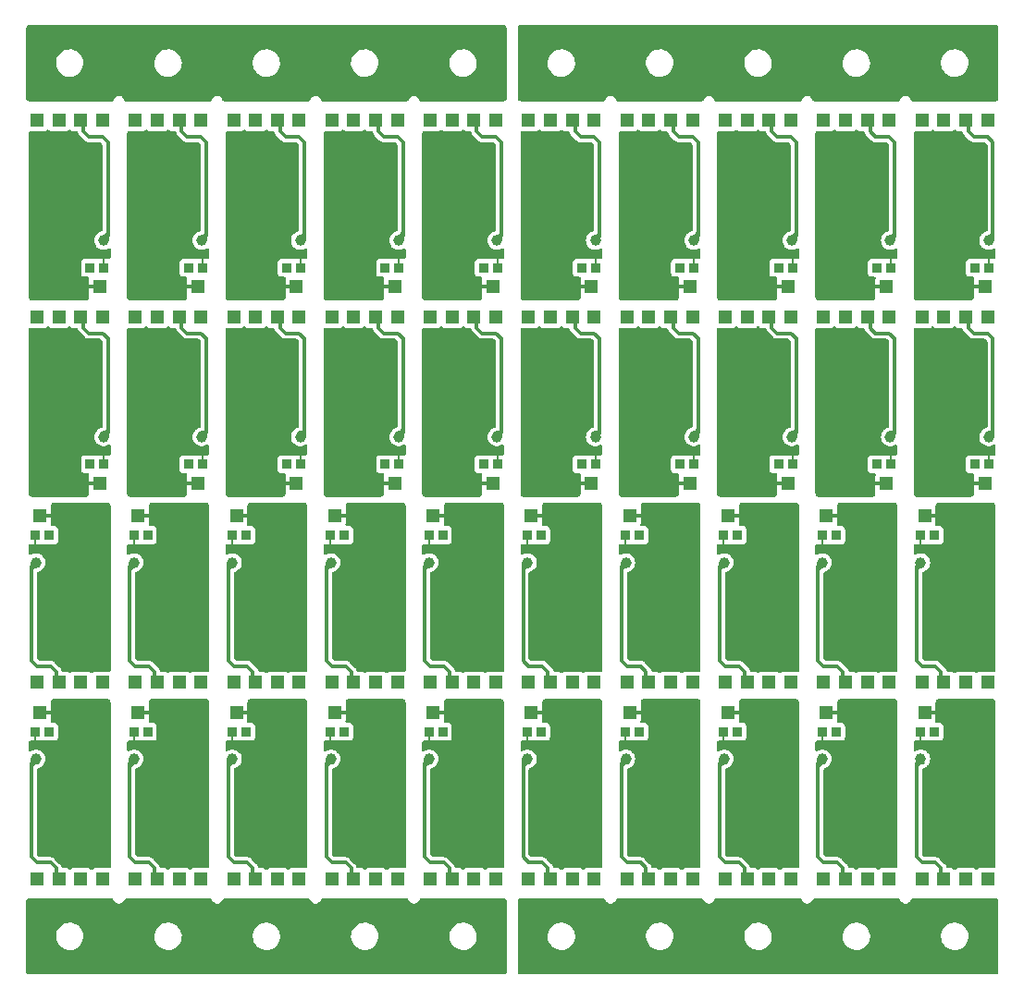
<source format=gbl>
G04 #@! TF.GenerationSoftware,KiCad,Pcbnew,7.0.11*
G04 #@! TF.CreationDate,2024-02-28T18:49:22+09:00*
G04 #@! TF.ProjectId,F02-Func-Decoder-p,4630322d-4675-46e6-932d-4465636f6465,rev?*
G04 #@! TF.SameCoordinates,Original*
G04 #@! TF.FileFunction,Copper,L2,Bot*
G04 #@! TF.FilePolarity,Positive*
%FSLAX46Y46*%
G04 Gerber Fmt 4.6, Leading zero omitted, Abs format (unit mm)*
G04 Created by KiCad (PCBNEW 7.0.11) date 2024-02-28 18:49:22*
%MOMM*%
%LPD*%
G01*
G04 APERTURE LIST*
G04 #@! TA.AperFunction,ComponentPad*
%ADD10R,0.950000X0.950000*%
G04 #@! TD*
G04 #@! TA.AperFunction,ComponentPad*
%ADD11R,1.300000X1.300000*%
G04 #@! TD*
G04 #@! TA.AperFunction,ViaPad*
%ADD12C,0.800000*%
G04 #@! TD*
G04 #@! TA.AperFunction,ViaPad*
%ADD13C,1.000000*%
G04 #@! TD*
G04 #@! TA.AperFunction,ViaPad*
%ADD14C,0.900000*%
G04 #@! TD*
G04 #@! TA.AperFunction,Conductor*
%ADD15C,0.200000*%
G04 #@! TD*
G04 #@! TA.AperFunction,Conductor*
%ADD16C,0.300000*%
G04 #@! TD*
G04 #@! TA.AperFunction,Conductor*
%ADD17C,0.400000*%
G04 #@! TD*
G04 APERTURE END LIST*
D10*
X190135000Y-92250000D03*
X188865000Y-92250000D03*
D11*
X184000000Y-72250000D03*
X123000000Y-54250000D03*
D10*
X154135000Y-92250000D03*
X152865000Y-92250000D03*
D11*
X159000000Y-72250000D03*
X148000000Y-105750000D03*
X126250000Y-90500000D03*
X173000000Y-123750000D03*
X110000000Y-72250000D03*
X144250000Y-108500000D03*
D10*
X121865000Y-85750000D03*
X123135000Y-85750000D03*
D11*
X157000000Y-54250000D03*
X184000000Y-123750000D03*
X173000000Y-105750000D03*
X110000000Y-105750000D03*
D10*
X130865000Y-85750000D03*
X132135000Y-85750000D03*
D11*
X171000000Y-105750000D03*
X150000000Y-54250000D03*
D10*
X109135000Y-92250000D03*
X107865000Y-92250000D03*
D11*
X122750000Y-87500000D03*
D10*
X181135000Y-110250000D03*
X179865000Y-110250000D03*
D11*
X167750000Y-69500000D03*
X139000000Y-54250000D03*
X135000000Y-105750000D03*
X128000000Y-123750000D03*
X175000000Y-54250000D03*
X148000000Y-72250000D03*
X189250000Y-108500000D03*
X155000000Y-105750000D03*
X119000000Y-105750000D03*
X123000000Y-123750000D03*
X186000000Y-54250000D03*
X159000000Y-105750000D03*
D10*
X163135000Y-92250000D03*
X161865000Y-92250000D03*
D11*
X176750000Y-69500000D03*
X144000000Y-105750000D03*
X162000000Y-54250000D03*
X144000000Y-123750000D03*
X166000000Y-105750000D03*
D10*
X139865000Y-67750000D03*
X141135000Y-67750000D03*
X118135000Y-110250000D03*
X116865000Y-110250000D03*
D11*
X193000000Y-123750000D03*
X185750000Y-69500000D03*
X186000000Y-72250000D03*
D10*
X145135000Y-92250000D03*
X143865000Y-92250000D03*
X118135000Y-92250000D03*
X116865000Y-92250000D03*
D11*
X149750000Y-69500000D03*
D10*
X130865000Y-67750000D03*
X132135000Y-67750000D03*
X121865000Y-67750000D03*
X123135000Y-67750000D03*
D11*
X126250000Y-108500000D03*
X177000000Y-123750000D03*
X121000000Y-123750000D03*
X141000000Y-105750000D03*
X128000000Y-105750000D03*
X117000000Y-105750000D03*
X126000000Y-54250000D03*
D10*
X145135000Y-110250000D03*
X143865000Y-110250000D03*
D11*
X180000000Y-72250000D03*
X144000000Y-72250000D03*
X117000000Y-123750000D03*
X195000000Y-123750000D03*
X166000000Y-123750000D03*
X117250000Y-108500000D03*
X153250000Y-90500000D03*
X191000000Y-123750000D03*
X135000000Y-123750000D03*
X189250000Y-90500000D03*
X162000000Y-72250000D03*
X189000000Y-72250000D03*
X117000000Y-54250000D03*
D10*
X157865000Y-67750000D03*
X159135000Y-67750000D03*
D11*
X167750000Y-87500000D03*
D10*
X193865000Y-67750000D03*
X195135000Y-67750000D03*
D11*
X112000000Y-72250000D03*
X130000000Y-72250000D03*
X135250000Y-90500000D03*
D10*
X127135000Y-110250000D03*
X125865000Y-110250000D03*
D11*
X157000000Y-105750000D03*
X132000000Y-123750000D03*
X108000000Y-72250000D03*
D10*
X157865000Y-85750000D03*
X159135000Y-85750000D03*
X172135000Y-110250000D03*
X170865000Y-110250000D03*
X184865000Y-85750000D03*
X186135000Y-85750000D03*
D11*
X194750000Y-69500000D03*
X193000000Y-105750000D03*
X171000000Y-54250000D03*
X150000000Y-72250000D03*
X164000000Y-105750000D03*
X114000000Y-54250000D03*
X180000000Y-54250000D03*
X121000000Y-105750000D03*
X184000000Y-105750000D03*
X131750000Y-87500000D03*
X164000000Y-123750000D03*
X128000000Y-72250000D03*
X180250000Y-90500000D03*
X130000000Y-123750000D03*
X112000000Y-123750000D03*
X177000000Y-72250000D03*
X128000000Y-54250000D03*
X110000000Y-123750000D03*
D10*
X112865000Y-67750000D03*
X114135000Y-67750000D03*
D11*
X158750000Y-69500000D03*
X155000000Y-123750000D03*
X191000000Y-105750000D03*
X123000000Y-105750000D03*
X121000000Y-54250000D03*
D10*
X166865000Y-85750000D03*
X168135000Y-85750000D03*
D11*
X162250000Y-108500000D03*
X131750000Y-69500000D03*
D10*
X190135000Y-110250000D03*
X188865000Y-110250000D03*
D11*
X123000000Y-72250000D03*
X153000000Y-105750000D03*
X130000000Y-105750000D03*
D10*
X163135000Y-110250000D03*
X161865000Y-110250000D03*
D11*
X193000000Y-72250000D03*
X149750000Y-87500000D03*
X146000000Y-72250000D03*
X177000000Y-105750000D03*
D10*
X148865000Y-67750000D03*
X150135000Y-67750000D03*
X139865000Y-85750000D03*
X141135000Y-85750000D03*
D11*
X141000000Y-72250000D03*
X175000000Y-123750000D03*
X175000000Y-105750000D03*
X182000000Y-123750000D03*
X114000000Y-123750000D03*
X135000000Y-72250000D03*
X189000000Y-105750000D03*
X175000000Y-72250000D03*
X113750000Y-69500000D03*
X137000000Y-123750000D03*
D10*
X172135000Y-92250000D03*
X170865000Y-92250000D03*
D11*
X189000000Y-123750000D03*
X121000000Y-72250000D03*
X135250000Y-108500000D03*
X137000000Y-54250000D03*
D10*
X166865000Y-67750000D03*
X168135000Y-67750000D03*
D11*
X114000000Y-72250000D03*
X180000000Y-105750000D03*
X144000000Y-54250000D03*
X112000000Y-54250000D03*
X173000000Y-72250000D03*
X126000000Y-105750000D03*
X171000000Y-123750000D03*
X168000000Y-105750000D03*
D10*
X184865000Y-67750000D03*
X186135000Y-67750000D03*
D11*
X153000000Y-54250000D03*
X195000000Y-72250000D03*
X146000000Y-105750000D03*
X137000000Y-72250000D03*
X150000000Y-123750000D03*
X132000000Y-105750000D03*
X180000000Y-123750000D03*
X195000000Y-105750000D03*
X117250000Y-90500000D03*
X153250000Y-108500000D03*
X186000000Y-105750000D03*
X155000000Y-72250000D03*
X162000000Y-105750000D03*
X193000000Y-54250000D03*
X135000000Y-54250000D03*
X139000000Y-105750000D03*
X112000000Y-105750000D03*
X113750000Y-87500000D03*
X146000000Y-123750000D03*
X114000000Y-105750000D03*
D10*
X136135000Y-92250000D03*
X134865000Y-92250000D03*
D11*
X166000000Y-54250000D03*
X177000000Y-54250000D03*
X150000000Y-105750000D03*
D10*
X127135000Y-92250000D03*
X125865000Y-92250000D03*
D11*
X189000000Y-54250000D03*
X191000000Y-72250000D03*
X153000000Y-72250000D03*
D10*
X193865000Y-85750000D03*
X195135000Y-85750000D03*
D11*
X148000000Y-123750000D03*
X108000000Y-123750000D03*
X157000000Y-72250000D03*
X119000000Y-54250000D03*
X108250000Y-90500000D03*
D10*
X181135000Y-92250000D03*
X179865000Y-92250000D03*
D11*
X168000000Y-123750000D03*
X194750000Y-87500000D03*
D10*
X112865000Y-85750000D03*
X114135000Y-85750000D03*
X175865000Y-67750000D03*
X177135000Y-67750000D03*
D11*
X153000000Y-123750000D03*
X139000000Y-123750000D03*
X108000000Y-105750000D03*
X168000000Y-72250000D03*
X159000000Y-123750000D03*
X117000000Y-72250000D03*
X182000000Y-105750000D03*
X130000000Y-54250000D03*
X195000000Y-54250000D03*
X110000000Y-54250000D03*
X171000000Y-72250000D03*
X191000000Y-54250000D03*
X119000000Y-72250000D03*
X168000000Y-54250000D03*
X146000000Y-54250000D03*
D10*
X154135000Y-110250000D03*
X152865000Y-110250000D03*
D11*
X176750000Y-87500000D03*
X108000000Y-54250000D03*
X173000000Y-54250000D03*
X164000000Y-72250000D03*
X122750000Y-69500000D03*
X119000000Y-123750000D03*
X157000000Y-123750000D03*
X180250000Y-108500000D03*
X144250000Y-90500000D03*
X184000000Y-54250000D03*
X148000000Y-54250000D03*
X171250000Y-90500000D03*
X140750000Y-87500000D03*
X186000000Y-123750000D03*
X140750000Y-69500000D03*
X182000000Y-72250000D03*
X132000000Y-54250000D03*
D10*
X109135000Y-110250000D03*
X107865000Y-110250000D03*
D11*
X164000000Y-54250000D03*
X162250000Y-90500000D03*
X158750000Y-87500000D03*
X139000000Y-72250000D03*
X166000000Y-72250000D03*
X108250000Y-108500000D03*
D10*
X175865000Y-85750000D03*
X177135000Y-85750000D03*
D11*
X141000000Y-123750000D03*
X132000000Y-72250000D03*
D10*
X136135000Y-110250000D03*
X134865000Y-110250000D03*
D11*
X137000000Y-105750000D03*
X155000000Y-54250000D03*
X126000000Y-123750000D03*
X141000000Y-54250000D03*
D10*
X148865000Y-85750000D03*
X150135000Y-85750000D03*
D11*
X182000000Y-54250000D03*
X159000000Y-54250000D03*
X185750000Y-87500000D03*
X162000000Y-123750000D03*
X126000000Y-72250000D03*
X171250000Y-108500000D03*
D12*
X121250000Y-110000000D03*
D13*
X156400000Y-100800000D03*
D14*
X182900000Y-73800000D03*
X185250000Y-81500000D03*
X144750000Y-114500000D03*
X191750000Y-83250000D03*
X165100000Y-122200000D03*
D13*
X192400000Y-118800000D03*
D14*
X194250000Y-81500000D03*
D13*
X129400000Y-100800000D03*
D14*
X146900000Y-55800000D03*
X146750000Y-65250000D03*
D13*
X183400000Y-118800000D03*
D14*
X164900000Y-73800000D03*
X180750000Y-114500000D03*
X164750000Y-83250000D03*
X174100000Y-122200000D03*
D13*
X182600000Y-59200000D03*
D14*
X165250000Y-112750000D03*
D12*
X154750000Y-68000000D03*
D14*
X173750000Y-83250000D03*
D13*
X155600000Y-77200000D03*
D14*
X173750000Y-65250000D03*
D13*
X147400000Y-118800000D03*
X156400000Y-118800000D03*
X164600000Y-77200000D03*
D14*
X120100000Y-104200000D03*
X158250000Y-81500000D03*
X183250000Y-94750000D03*
D13*
X119600000Y-59200000D03*
D12*
X190750000Y-86000000D03*
X184250000Y-92000000D03*
D14*
X185250000Y-63500000D03*
X149250000Y-63500000D03*
D13*
X119600000Y-77200000D03*
D14*
X138250000Y-112750000D03*
D12*
X148250000Y-92000000D03*
D14*
X174250000Y-94750000D03*
X117750000Y-114500000D03*
D13*
X191600000Y-77200000D03*
D14*
X128900000Y-55800000D03*
X119900000Y-55800000D03*
D12*
X181750000Y-68000000D03*
D13*
X192400000Y-100800000D03*
D14*
X138250000Y-94750000D03*
X182750000Y-83250000D03*
X129250000Y-94750000D03*
D13*
X110600000Y-77200000D03*
D14*
X192100000Y-122200000D03*
X146750000Y-83250000D03*
X164750000Y-65250000D03*
X174250000Y-112750000D03*
D13*
X173600000Y-77200000D03*
D14*
X165250000Y-94750000D03*
X126750000Y-114500000D03*
X183100000Y-122200000D03*
X113250000Y-63500000D03*
D12*
X148250000Y-110000000D03*
D14*
X156100000Y-104200000D03*
X167250000Y-81500000D03*
X135750000Y-96500000D03*
X155750000Y-83250000D03*
D12*
X121250000Y-92000000D03*
X136750000Y-68000000D03*
D14*
X176250000Y-63500000D03*
D12*
X130250000Y-110000000D03*
D14*
X137900000Y-73800000D03*
X138100000Y-122200000D03*
D12*
X157250000Y-92000000D03*
D13*
X146600000Y-77200000D03*
D14*
X120250000Y-94750000D03*
D12*
X112250000Y-110000000D03*
X145750000Y-86000000D03*
D14*
X189750000Y-114500000D03*
D13*
X111400000Y-118800000D03*
D12*
X181750000Y-86000000D03*
D14*
X183100000Y-104200000D03*
X140250000Y-81500000D03*
X165100000Y-104200000D03*
D13*
X138400000Y-100800000D03*
X174400000Y-100800000D03*
D14*
X128750000Y-65250000D03*
X153750000Y-114500000D03*
D13*
X155600000Y-59200000D03*
X110600000Y-59200000D03*
X120400000Y-100800000D03*
D14*
X111100000Y-104200000D03*
X111250000Y-94750000D03*
X147250000Y-112750000D03*
X128750000Y-83250000D03*
D13*
X182600000Y-77200000D03*
D14*
X120250000Y-112750000D03*
X138100000Y-104200000D03*
X122250000Y-63500000D03*
X167250000Y-63500000D03*
X176250000Y-81500000D03*
X182900000Y-55800000D03*
X146900000Y-73800000D03*
D13*
X138400000Y-118800000D03*
D14*
X156250000Y-94750000D03*
X162750000Y-114500000D03*
X137750000Y-65250000D03*
X122250000Y-81500000D03*
D12*
X154750000Y-86000000D03*
X127750000Y-68000000D03*
X172750000Y-68000000D03*
D14*
X173900000Y-55800000D03*
X180750000Y-96500000D03*
X128900000Y-73800000D03*
D12*
X166250000Y-92000000D03*
D14*
X191900000Y-73800000D03*
X129250000Y-112750000D03*
X137750000Y-83250000D03*
X129100000Y-104200000D03*
D12*
X109750000Y-86000000D03*
X145750000Y-68000000D03*
D14*
X162750000Y-96500000D03*
D12*
X118750000Y-68000000D03*
D14*
X194250000Y-63500000D03*
D12*
X166250000Y-110000000D03*
D14*
X111100000Y-122200000D03*
D12*
X112250000Y-92000000D03*
D14*
X117750000Y-96500000D03*
X158250000Y-63500000D03*
X156100000Y-122200000D03*
D12*
X184250000Y-110000000D03*
D14*
X191750000Y-65250000D03*
X140250000Y-63500000D03*
D12*
X109750000Y-68000000D03*
D14*
X173900000Y-73800000D03*
X149250000Y-81500000D03*
X108750000Y-96500000D03*
X113250000Y-81500000D03*
X164900000Y-55800000D03*
D12*
X172750000Y-86000000D03*
D14*
X108750000Y-114500000D03*
X129100000Y-122200000D03*
X147100000Y-104200000D03*
X171750000Y-96500000D03*
D12*
X175250000Y-92000000D03*
D14*
X120100000Y-122200000D03*
D13*
X129400000Y-118800000D03*
D14*
X191900000Y-55800000D03*
X155900000Y-73800000D03*
X155900000Y-55800000D03*
D12*
X130250000Y-92000000D03*
D13*
X165400000Y-118800000D03*
D12*
X193250000Y-110000000D03*
D13*
X165400000Y-100800000D03*
X137600000Y-77200000D03*
D12*
X118750000Y-86000000D03*
D14*
X156250000Y-112750000D03*
D12*
X175250000Y-110000000D03*
D13*
X183400000Y-100800000D03*
X137600000Y-59200000D03*
D14*
X119750000Y-65250000D03*
D13*
X191600000Y-59200000D03*
X147400000Y-100800000D03*
D14*
X144750000Y-96500000D03*
X126750000Y-96500000D03*
X182750000Y-65250000D03*
D12*
X193250000Y-92000000D03*
X139250000Y-110000000D03*
D13*
X164600000Y-59200000D03*
X128600000Y-77200000D03*
D14*
X110900000Y-55800000D03*
D13*
X146600000Y-59200000D03*
D12*
X163750000Y-86000000D03*
D14*
X111250000Y-112750000D03*
X137900000Y-55800000D03*
X171750000Y-114500000D03*
X189750000Y-96500000D03*
X174100000Y-104200000D03*
X147100000Y-122200000D03*
X110750000Y-65250000D03*
D13*
X173600000Y-59200000D03*
D12*
X127750000Y-86000000D03*
D14*
X131250000Y-63500000D03*
D13*
X120400000Y-118800000D03*
D14*
X183250000Y-112750000D03*
D12*
X139250000Y-92000000D03*
X136750000Y-86000000D03*
D14*
X147250000Y-94750000D03*
X192250000Y-94750000D03*
D13*
X174400000Y-118800000D03*
D12*
X190750000Y-68000000D03*
D14*
X192100000Y-104200000D03*
X135750000Y-114500000D03*
X110750000Y-83250000D03*
D12*
X157250000Y-110000000D03*
D14*
X192250000Y-112750000D03*
X110900000Y-73800000D03*
X131250000Y-81500000D03*
X119750000Y-83250000D03*
X155750000Y-65250000D03*
X119900000Y-73800000D03*
D13*
X128600000Y-59200000D03*
D12*
X163750000Y-68000000D03*
D13*
X111400000Y-100800000D03*
D14*
X153750000Y-96500000D03*
D13*
X116900000Y-94750000D03*
X143900000Y-112750000D03*
X168100000Y-65250000D03*
X170900000Y-112750000D03*
X186100000Y-65250000D03*
X123100000Y-83250000D03*
X195100000Y-83250000D03*
X152900000Y-94750000D03*
X141100000Y-83250000D03*
X125900000Y-112750000D03*
X134900000Y-112750000D03*
X188900000Y-94750000D03*
X161900000Y-94750000D03*
X179900000Y-94750000D03*
X179900000Y-112750000D03*
X161900000Y-112750000D03*
X159100000Y-83250000D03*
X177100000Y-83250000D03*
X116900000Y-112750000D03*
X143900000Y-94750000D03*
X114100000Y-83250000D03*
X134900000Y-94750000D03*
X123100000Y-65250000D03*
X114100000Y-65250000D03*
X107900000Y-94750000D03*
X150100000Y-83250000D03*
X195100000Y-65250000D03*
X170900000Y-94750000D03*
X159100000Y-65250000D03*
X186100000Y-83250000D03*
X107900000Y-112750000D03*
X132100000Y-83250000D03*
X125900000Y-94750000D03*
X141100000Y-65250000D03*
X152900000Y-112750000D03*
X132100000Y-65250000D03*
X188900000Y-112750000D03*
X150100000Y-65250000D03*
X177100000Y-65250000D03*
X168100000Y-83250000D03*
D15*
X195135000Y-85750000D02*
X195135000Y-84635000D01*
X174250000Y-112750000D02*
X172500000Y-114500000D01*
X174000000Y-76800000D02*
X174000000Y-73800000D01*
X110000000Y-81000000D02*
X110000000Y-83250000D01*
X112000000Y-115000000D02*
X112000000Y-112750000D01*
X134865000Y-110250000D02*
X134865000Y-111365000D01*
X193500000Y-81500000D02*
X194250000Y-81500000D01*
D16*
X167750000Y-87500000D02*
X165500000Y-87500000D01*
D15*
X146750000Y-83250000D02*
X148500000Y-81500000D01*
X147400000Y-100800000D02*
X147000000Y-101200000D01*
X177135000Y-67750000D02*
X177135000Y-66635000D01*
X119000000Y-65250000D02*
X119750000Y-65250000D01*
X147250000Y-91250000D02*
X148250000Y-91250000D01*
D16*
X171250000Y-90500000D02*
X173500000Y-90500000D01*
D17*
X149500000Y-108000000D02*
X148250000Y-109250000D01*
D16*
X189250000Y-90500000D02*
X191500000Y-90500000D01*
D15*
X146750000Y-68750000D02*
X145750000Y-68750000D01*
D17*
X122500000Y-108000000D02*
X121250000Y-109250000D01*
D15*
X150000000Y-66500000D02*
X146000000Y-66500000D01*
X138250000Y-112750000D02*
X136500000Y-114500000D01*
X130000000Y-91750000D02*
X130000000Y-94750000D01*
D16*
X135250000Y-108500000D02*
X137500000Y-108500000D01*
D15*
X146600000Y-59200000D02*
X147000000Y-58800000D01*
X137500000Y-59300000D02*
X137500000Y-62500000D01*
X132135000Y-85750000D02*
X132135000Y-84635000D01*
D16*
X185750000Y-87500000D02*
X183500000Y-87500000D01*
D15*
X155000000Y-83250000D02*
X155750000Y-83250000D01*
X192250000Y-94750000D02*
X190500000Y-96500000D01*
X156250000Y-91250000D02*
X157250000Y-91250000D01*
X157000000Y-115000000D02*
X157000000Y-112750000D01*
X126000000Y-111500000D02*
X130000000Y-111500000D01*
X118500000Y-114500000D02*
X117750000Y-114500000D01*
X120000000Y-76800000D02*
X120000000Y-73800000D01*
D17*
X140500000Y-90000000D02*
X139250000Y-91250000D01*
D15*
X128600000Y-59200000D02*
X128500000Y-59300000D01*
X191000000Y-65250000D02*
X191750000Y-65250000D01*
X119000000Y-86250000D02*
X119000000Y-83250000D01*
D17*
X126500000Y-88000000D02*
X127750000Y-86750000D01*
X109750000Y-86750000D02*
X109750000Y-86000000D01*
D15*
X152865000Y-111365000D02*
X153000000Y-111500000D01*
D16*
X158750000Y-87500000D02*
X156500000Y-87500000D01*
D17*
X117500000Y-70000000D02*
X118750000Y-68750000D01*
D15*
X172500000Y-114500000D02*
X171750000Y-114500000D01*
X182000000Y-83250000D02*
X182750000Y-83250000D01*
X110500000Y-59300000D02*
X110500000Y-62500000D01*
D16*
X131750000Y-69500000D02*
X129500000Y-69500000D01*
D15*
X110500000Y-80500000D02*
X110000000Y-81000000D01*
D17*
X193250000Y-109250000D02*
X193250000Y-110000000D01*
D15*
X191500000Y-90500000D02*
X192250000Y-91250000D01*
X174000000Y-119200000D02*
X174000000Y-122200000D01*
X138000000Y-101200000D02*
X138000000Y-104200000D01*
D17*
X163750000Y-68750000D02*
X163750000Y-68000000D01*
D15*
X146500000Y-62500000D02*
X146000000Y-63000000D01*
X168135000Y-67750000D02*
X168135000Y-66635000D01*
X159000000Y-84500000D02*
X155000000Y-84500000D01*
X173600000Y-77200000D02*
X174000000Y-76800000D01*
X150135000Y-85750000D02*
X150135000Y-84635000D01*
X188865000Y-111365000D02*
X189000000Y-111500000D01*
X107865000Y-93365000D02*
X108000000Y-93500000D01*
X157000000Y-112750000D02*
X156250000Y-112750000D01*
D17*
X189500000Y-70000000D02*
X190750000Y-68750000D01*
D15*
X111400000Y-118800000D02*
X111500000Y-118700000D01*
X166000000Y-115000000D02*
X166000000Y-112750000D01*
X184000000Y-109750000D02*
X184000000Y-112750000D01*
D16*
X158750000Y-69500000D02*
X156500000Y-69500000D01*
D15*
X138250000Y-94750000D02*
X136500000Y-96500000D01*
X119000000Y-63000000D02*
X119000000Y-65250000D01*
D17*
X162500000Y-70000000D02*
X163750000Y-68750000D01*
X144500000Y-70000000D02*
X145750000Y-68750000D01*
D15*
X137000000Y-63000000D02*
X137000000Y-65250000D01*
X155500000Y-62500000D02*
X155000000Y-63000000D01*
X107865000Y-110250000D02*
X107865000Y-111365000D01*
X183250000Y-91250000D02*
X184250000Y-91250000D01*
X164500000Y-62500000D02*
X164000000Y-63000000D01*
X154500000Y-96500000D02*
X153750000Y-96500000D01*
X152865000Y-92250000D02*
X152865000Y-93365000D01*
X110750000Y-68750000D02*
X109750000Y-68750000D01*
X128500000Y-62500000D02*
X128000000Y-63000000D01*
X130000000Y-115000000D02*
X130000000Y-112750000D01*
X119750000Y-83250000D02*
X121500000Y-81500000D01*
X164000000Y-63000000D02*
X164000000Y-65250000D01*
D17*
X181750000Y-86750000D02*
X181750000Y-86000000D01*
D15*
X155600000Y-77200000D02*
X156000000Y-76800000D01*
X192500000Y-115500000D02*
X193000000Y-115000000D01*
X165250000Y-109250000D02*
X166250000Y-109250000D01*
X138500000Y-87500000D02*
X137750000Y-86750000D01*
X118500000Y-96500000D02*
X117750000Y-96500000D01*
X191600000Y-59200000D02*
X192000000Y-58800000D01*
D16*
X117250000Y-108500000D02*
X119500000Y-108500000D01*
D15*
X170865000Y-93365000D02*
X171000000Y-93500000D01*
X128500000Y-108500000D02*
X129250000Y-109250000D01*
X132135000Y-84635000D02*
X132000000Y-84500000D01*
X164600000Y-77200000D02*
X165000000Y-76800000D01*
D16*
X108250000Y-90500000D02*
X110500000Y-90500000D01*
D15*
X155600000Y-59200000D02*
X155500000Y-59300000D01*
X156500000Y-97500000D02*
X157000000Y-97000000D01*
X164000000Y-68250000D02*
X164000000Y-65250000D01*
X164750000Y-83250000D02*
X166500000Y-81500000D01*
D17*
X154750000Y-86750000D02*
X154750000Y-86000000D01*
D15*
X164600000Y-59200000D02*
X164500000Y-59300000D01*
X129000000Y-101200000D02*
X129000000Y-104200000D01*
X139000000Y-109750000D02*
X139000000Y-112750000D01*
X192400000Y-100800000D02*
X192000000Y-101200000D01*
X137000000Y-83250000D02*
X137750000Y-83250000D01*
D16*
X144250000Y-108500000D02*
X146500000Y-108500000D01*
D15*
X173000000Y-63000000D02*
X173000000Y-65250000D01*
X164500000Y-59300000D02*
X164500000Y-62500000D01*
D17*
X136750000Y-68750000D02*
X136750000Y-68000000D01*
D15*
X173000000Y-68250000D02*
X173000000Y-65250000D01*
X146600000Y-59200000D02*
X146500000Y-59300000D01*
X112500000Y-81500000D02*
X113250000Y-81500000D01*
X138500000Y-118700000D02*
X138500000Y-115500000D01*
X174400000Y-100800000D02*
X174000000Y-101200000D01*
X173750000Y-68750000D02*
X172750000Y-68750000D01*
X157000000Y-97000000D02*
X157000000Y-94750000D01*
X146500000Y-108500000D02*
X147250000Y-109250000D01*
D17*
X167500000Y-90000000D02*
X166250000Y-91250000D01*
D15*
X110000000Y-83250000D02*
X110750000Y-83250000D01*
X110500000Y-108500000D02*
X111250000Y-109250000D01*
X184000000Y-91750000D02*
X184000000Y-94750000D01*
X184500000Y-81500000D02*
X185250000Y-81500000D01*
X182500000Y-80500000D02*
X182000000Y-81000000D01*
X175500000Y-63500000D02*
X176250000Y-63500000D01*
X120500000Y-87500000D02*
X119750000Y-86750000D01*
X156000000Y-101200000D02*
X156000000Y-104200000D01*
D17*
X149500000Y-90000000D02*
X148250000Y-91250000D01*
D15*
X165400000Y-118800000D02*
X165500000Y-118700000D01*
X147250000Y-112750000D02*
X145500000Y-114500000D01*
X173000000Y-83250000D02*
X173750000Y-83250000D01*
X137000000Y-86250000D02*
X137000000Y-83250000D01*
X159135000Y-67750000D02*
X159135000Y-66635000D01*
X193000000Y-94750000D02*
X192250000Y-94750000D01*
X147000000Y-58800000D02*
X147000000Y-55800000D01*
X192500000Y-97500000D02*
X193000000Y-97000000D01*
X165250000Y-94750000D02*
X163500000Y-96500000D01*
X111400000Y-100800000D02*
X111500000Y-100700000D01*
X139000000Y-94750000D02*
X138250000Y-94750000D01*
X174500000Y-87500000D02*
X173750000Y-86750000D01*
X137750000Y-65250000D02*
X139500000Y-63500000D01*
D17*
X145750000Y-68750000D02*
X145750000Y-68000000D01*
X117500000Y-88000000D02*
X118750000Y-86750000D01*
D15*
X119600000Y-59200000D02*
X120000000Y-58800000D01*
D16*
X122750000Y-87500000D02*
X120500000Y-87500000D01*
D15*
X155750000Y-68750000D02*
X154750000Y-68750000D01*
D17*
X122500000Y-90000000D02*
X121250000Y-91250000D01*
D15*
X119000000Y-68250000D02*
X119000000Y-65250000D01*
X189000000Y-93500000D02*
X193000000Y-93500000D01*
X121000000Y-94750000D02*
X120250000Y-94750000D01*
X121500000Y-81500000D02*
X122250000Y-81500000D01*
D17*
X190750000Y-86750000D02*
X190750000Y-86000000D01*
D15*
X150135000Y-66635000D02*
X150000000Y-66500000D01*
X183400000Y-100800000D02*
X183000000Y-101200000D01*
X139000000Y-112750000D02*
X138250000Y-112750000D01*
X136500000Y-96500000D02*
X135750000Y-96500000D01*
X155500000Y-77300000D02*
X155500000Y-80500000D01*
X137500000Y-108500000D02*
X138250000Y-109250000D01*
X138400000Y-100800000D02*
X138500000Y-100700000D01*
X114135000Y-84635000D02*
X114000000Y-84500000D01*
X128600000Y-77200000D02*
X129000000Y-76800000D01*
D17*
X175250000Y-91250000D02*
X175250000Y-92000000D01*
D15*
X164500000Y-108500000D02*
X165250000Y-109250000D01*
X168135000Y-84635000D02*
X168000000Y-84500000D01*
X191600000Y-77200000D02*
X192000000Y-76800000D01*
X182500000Y-59300000D02*
X182500000Y-62500000D01*
X165000000Y-58800000D02*
X165000000Y-55800000D01*
X165500000Y-87500000D02*
X164750000Y-86750000D01*
X164750000Y-65250000D02*
X166500000Y-63500000D01*
D17*
X135500000Y-70000000D02*
X136750000Y-68750000D01*
D15*
X111500000Y-97500000D02*
X112000000Y-97000000D01*
X119750000Y-68750000D02*
X118750000Y-68750000D01*
X139000000Y-97000000D02*
X139000000Y-94750000D01*
X168135000Y-66635000D02*
X168000000Y-66500000D01*
X164500000Y-90500000D02*
X165250000Y-91250000D01*
X165250000Y-112750000D02*
X163500000Y-114500000D01*
X120400000Y-100800000D02*
X120500000Y-100700000D01*
D16*
X189250000Y-108500000D02*
X191500000Y-108500000D01*
D15*
X174250000Y-109250000D02*
X175250000Y-109250000D01*
D17*
X131500000Y-90000000D02*
X130250000Y-91250000D01*
D15*
X120000000Y-58800000D02*
X120000000Y-55800000D01*
D17*
X130250000Y-91250000D02*
X130250000Y-92000000D01*
D15*
X137600000Y-59200000D02*
X137500000Y-59300000D01*
D17*
X184250000Y-91250000D02*
X184250000Y-92000000D01*
D15*
X110600000Y-59200000D02*
X111000000Y-58800000D01*
X164000000Y-81000000D02*
X164000000Y-83250000D01*
X120250000Y-91250000D02*
X121250000Y-91250000D01*
X119500000Y-59300000D02*
X119500000Y-62500000D01*
X111500000Y-115500000D02*
X112000000Y-115000000D01*
X129500000Y-97500000D02*
X130000000Y-97000000D01*
X182600000Y-77200000D02*
X183000000Y-76800000D01*
X138400000Y-100800000D02*
X138000000Y-101200000D01*
D16*
X140750000Y-69500000D02*
X138500000Y-69500000D01*
D15*
X165250000Y-91250000D02*
X166250000Y-91250000D01*
X110600000Y-59200000D02*
X110500000Y-59300000D01*
D16*
X194750000Y-69500000D02*
X192500000Y-69500000D01*
D15*
X111250000Y-94750000D02*
X109500000Y-96500000D01*
X181500000Y-96500000D02*
X180750000Y-96500000D01*
X186135000Y-66635000D02*
X186000000Y-66500000D01*
D17*
X118750000Y-68750000D02*
X118750000Y-68000000D01*
X113500000Y-90000000D02*
X112250000Y-91250000D01*
D15*
X110500000Y-90500000D02*
X111250000Y-91250000D01*
X110000000Y-63000000D02*
X110000000Y-65250000D01*
X126000000Y-93500000D02*
X130000000Y-93500000D01*
X179865000Y-110250000D02*
X179865000Y-111365000D01*
X170865000Y-110250000D02*
X170865000Y-111365000D01*
X130500000Y-81500000D02*
X131250000Y-81500000D01*
D16*
X117250000Y-90500000D02*
X119500000Y-90500000D01*
D15*
X153000000Y-111500000D02*
X157000000Y-111500000D01*
X148000000Y-94750000D02*
X147250000Y-94750000D01*
D16*
X194750000Y-87500000D02*
X192500000Y-87500000D01*
D15*
X145500000Y-96500000D02*
X144750000Y-96500000D01*
X184000000Y-94750000D02*
X183250000Y-94750000D01*
X146000000Y-68250000D02*
X146000000Y-65250000D01*
X145500000Y-114500000D02*
X144750000Y-114500000D01*
X146750000Y-65250000D02*
X148500000Y-63500000D01*
X129000000Y-119200000D02*
X129000000Y-122200000D01*
X173000000Y-86250000D02*
X173000000Y-83250000D01*
X146000000Y-63000000D02*
X146000000Y-65250000D01*
X159000000Y-66500000D02*
X155000000Y-66500000D01*
X193000000Y-112750000D02*
X192250000Y-112750000D01*
X130500000Y-63500000D02*
X131250000Y-63500000D01*
X128000000Y-63000000D02*
X128000000Y-65250000D01*
X139000000Y-91750000D02*
X139000000Y-94750000D01*
X114135000Y-85750000D02*
X114135000Y-84635000D01*
X139000000Y-115000000D02*
X139000000Y-112750000D01*
X157500000Y-63500000D02*
X158250000Y-63500000D01*
D17*
X127750000Y-86750000D02*
X127750000Y-86000000D01*
D15*
X137000000Y-81000000D02*
X137000000Y-83250000D01*
X155000000Y-63000000D02*
X155000000Y-65250000D01*
X119600000Y-77200000D02*
X120000000Y-76800000D01*
X165400000Y-118800000D02*
X165000000Y-119200000D01*
X177135000Y-66635000D02*
X177000000Y-66500000D01*
D17*
X167500000Y-108000000D02*
X166250000Y-109250000D01*
D15*
X171000000Y-93500000D02*
X175000000Y-93500000D01*
X108000000Y-111500000D02*
X112000000Y-111500000D01*
X183500000Y-100700000D02*
X183500000Y-97500000D01*
X156500000Y-69500000D02*
X155750000Y-68750000D01*
X164000000Y-86250000D02*
X164000000Y-83250000D01*
X182750000Y-86750000D02*
X181750000Y-86750000D01*
X183000000Y-76800000D02*
X183000000Y-73800000D01*
X121000000Y-109750000D02*
X121000000Y-112750000D01*
X157500000Y-81500000D02*
X158250000Y-81500000D01*
X111500000Y-118700000D02*
X111500000Y-115500000D01*
X164000000Y-65250000D02*
X164750000Y-65250000D01*
X123135000Y-85750000D02*
X123135000Y-84635000D01*
X191500000Y-80500000D02*
X191000000Y-81000000D01*
X137500000Y-77300000D02*
X137500000Y-80500000D01*
X139500000Y-81500000D02*
X140250000Y-81500000D01*
X164000000Y-83250000D02*
X164750000Y-83250000D01*
X120500000Y-118700000D02*
X120500000Y-115500000D01*
X137500000Y-90500000D02*
X138250000Y-91250000D01*
X186135000Y-85750000D02*
X186135000Y-84635000D01*
X109500000Y-96500000D02*
X108750000Y-96500000D01*
X128600000Y-77200000D02*
X128500000Y-77300000D01*
X166500000Y-81500000D02*
X167250000Y-81500000D01*
X182600000Y-59200000D02*
X182500000Y-59300000D01*
D17*
X175250000Y-109250000D02*
X175250000Y-110000000D01*
D15*
X166000000Y-97000000D02*
X166000000Y-94750000D01*
X120500000Y-115500000D02*
X121000000Y-115000000D01*
X183000000Y-101200000D02*
X183000000Y-104200000D01*
X155600000Y-59200000D02*
X156000000Y-58800000D01*
X137500000Y-80500000D02*
X137000000Y-81000000D01*
D17*
X144500000Y-88000000D02*
X145750000Y-86750000D01*
D15*
X138000000Y-119200000D02*
X138000000Y-122200000D01*
D17*
X158500000Y-90000000D02*
X157250000Y-91250000D01*
D15*
X138250000Y-109250000D02*
X139250000Y-109250000D01*
X110600000Y-77200000D02*
X110500000Y-77300000D01*
X156000000Y-76800000D02*
X156000000Y-73800000D01*
X174500000Y-100700000D02*
X174500000Y-97500000D01*
X129500000Y-100700000D02*
X129500000Y-97500000D01*
X146000000Y-81000000D02*
X146000000Y-83250000D01*
X110750000Y-65250000D02*
X112500000Y-63500000D01*
X119600000Y-59200000D02*
X119500000Y-59300000D01*
X174250000Y-94750000D02*
X172500000Y-96500000D01*
X128750000Y-65250000D02*
X130500000Y-63500000D01*
X164750000Y-68750000D02*
X163750000Y-68750000D01*
X119000000Y-81000000D02*
X119000000Y-83250000D01*
X114135000Y-66635000D02*
X114000000Y-66500000D01*
X164600000Y-59200000D02*
X165000000Y-58800000D01*
X137750000Y-83250000D02*
X139500000Y-81500000D01*
X175000000Y-115000000D02*
X175000000Y-112750000D01*
D17*
X148250000Y-109250000D02*
X148250000Y-110000000D01*
D15*
X147500000Y-87500000D02*
X146750000Y-86750000D01*
X137000000Y-65250000D02*
X137750000Y-65250000D01*
X173500000Y-80500000D02*
X173000000Y-81000000D01*
X111000000Y-119200000D02*
X111000000Y-122200000D01*
X159135000Y-85750000D02*
X159135000Y-84635000D01*
X161865000Y-111365000D02*
X162000000Y-111500000D01*
X177135000Y-84635000D02*
X177000000Y-84500000D01*
X119750000Y-86750000D02*
X118750000Y-86750000D01*
X137600000Y-77200000D02*
X137500000Y-77300000D01*
X117000000Y-93500000D02*
X121000000Y-93500000D01*
X192500000Y-100700000D02*
X192500000Y-97500000D01*
X146500000Y-77300000D02*
X146500000Y-80500000D01*
X195135000Y-67750000D02*
X195135000Y-66635000D01*
D17*
X108500000Y-88000000D02*
X109750000Y-86750000D01*
D15*
X155750000Y-86750000D02*
X154750000Y-86750000D01*
D17*
X172750000Y-68750000D02*
X172750000Y-68000000D01*
D15*
X137500000Y-62500000D02*
X137000000Y-63000000D01*
X110000000Y-68250000D02*
X110000000Y-65250000D01*
X172500000Y-96500000D02*
X171750000Y-96500000D01*
D17*
X109750000Y-68750000D02*
X109750000Y-68000000D01*
D15*
X146500000Y-80500000D02*
X146000000Y-81000000D01*
X111500000Y-69500000D02*
X110750000Y-68750000D01*
D16*
X140750000Y-87500000D02*
X138500000Y-87500000D01*
D15*
X130000000Y-109750000D02*
X130000000Y-112750000D01*
X165500000Y-100700000D02*
X165500000Y-97500000D01*
X128000000Y-86250000D02*
X128000000Y-83250000D01*
D17*
X112250000Y-109250000D02*
X112250000Y-110000000D01*
D15*
X112000000Y-94750000D02*
X111250000Y-94750000D01*
X129500000Y-118700000D02*
X129500000Y-115500000D01*
X119500000Y-80500000D02*
X119000000Y-81000000D01*
X181500000Y-114500000D02*
X180750000Y-114500000D01*
X166000000Y-112750000D02*
X165250000Y-112750000D01*
X192400000Y-118800000D02*
X192000000Y-119200000D01*
X174400000Y-118800000D02*
X174500000Y-118700000D01*
X191500000Y-62500000D02*
X191000000Y-63000000D01*
D17*
X166250000Y-91250000D02*
X166250000Y-92000000D01*
D15*
X146000000Y-83250000D02*
X146750000Y-83250000D01*
X143865000Y-110250000D02*
X143865000Y-111365000D01*
X191600000Y-59200000D02*
X191500000Y-59300000D01*
X120250000Y-109250000D02*
X121250000Y-109250000D01*
X183400000Y-118800000D02*
X183000000Y-119200000D01*
D17*
X184250000Y-109250000D02*
X184250000Y-110000000D01*
D15*
X156500000Y-118700000D02*
X156500000Y-115500000D01*
X195135000Y-84635000D02*
X195000000Y-84500000D01*
X146500000Y-59300000D02*
X146500000Y-62500000D01*
X128000000Y-65250000D02*
X128750000Y-65250000D01*
X141135000Y-84635000D02*
X141000000Y-84500000D01*
X147400000Y-100800000D02*
X147500000Y-100700000D01*
D17*
X127750000Y-68750000D02*
X127750000Y-68000000D01*
D15*
X159135000Y-66635000D02*
X159000000Y-66500000D01*
X129250000Y-94750000D02*
X127500000Y-96500000D01*
X165400000Y-100800000D02*
X165000000Y-101200000D01*
X182000000Y-86250000D02*
X182000000Y-83250000D01*
X182500000Y-90500000D02*
X183250000Y-91250000D01*
X144000000Y-111500000D02*
X148000000Y-111500000D01*
D17*
X121250000Y-109250000D02*
X121250000Y-110000000D01*
D15*
X147500000Y-97500000D02*
X148000000Y-97000000D01*
X192000000Y-58800000D02*
X192000000Y-55800000D01*
X156250000Y-109250000D02*
X157250000Y-109250000D01*
X173000000Y-65250000D02*
X173750000Y-65250000D01*
X155000000Y-68250000D02*
X155000000Y-65250000D01*
X183400000Y-118800000D02*
X183500000Y-118700000D01*
X146600000Y-77200000D02*
X147000000Y-76800000D01*
X114000000Y-84500000D02*
X110000000Y-84500000D01*
X195000000Y-84500000D02*
X191000000Y-84500000D01*
X141135000Y-85750000D02*
X141135000Y-84635000D01*
X119500000Y-108500000D02*
X120250000Y-109250000D01*
X165400000Y-100800000D02*
X165500000Y-100700000D01*
X173500000Y-90500000D02*
X174250000Y-91250000D01*
X192250000Y-109250000D02*
X193250000Y-109250000D01*
X138500000Y-97500000D02*
X139000000Y-97000000D01*
X147000000Y-119200000D02*
X147000000Y-122200000D01*
X138250000Y-91250000D02*
X139250000Y-91250000D01*
X183400000Y-100800000D02*
X183500000Y-100700000D01*
X147000000Y-101200000D02*
X147000000Y-104200000D01*
X138400000Y-118800000D02*
X138500000Y-118700000D01*
D17*
X185500000Y-108000000D02*
X184250000Y-109250000D01*
D15*
X163500000Y-114500000D02*
X162750000Y-114500000D01*
D16*
X176750000Y-87500000D02*
X174500000Y-87500000D01*
D15*
X182600000Y-59200000D02*
X183000000Y-58800000D01*
X191750000Y-83250000D02*
X193500000Y-81500000D01*
X150135000Y-67750000D02*
X150135000Y-66635000D01*
X155000000Y-65250000D02*
X155750000Y-65250000D01*
X119500000Y-90500000D02*
X120250000Y-91250000D01*
X164500000Y-80500000D02*
X164000000Y-81000000D01*
D17*
X171500000Y-70000000D02*
X172750000Y-68750000D01*
D15*
X175000000Y-94750000D02*
X174250000Y-94750000D01*
X129400000Y-100800000D02*
X129000000Y-101200000D01*
X143865000Y-93365000D02*
X144000000Y-93500000D01*
X154500000Y-114500000D02*
X153750000Y-114500000D01*
X183500000Y-69500000D02*
X182750000Y-68750000D01*
X174500000Y-115500000D02*
X175000000Y-115000000D01*
X110600000Y-77200000D02*
X111000000Y-76800000D01*
D16*
X135250000Y-90500000D02*
X137500000Y-90500000D01*
D15*
X183000000Y-119200000D02*
X183000000Y-122200000D01*
X147250000Y-94750000D02*
X145500000Y-96500000D01*
X123000000Y-66500000D02*
X119000000Y-66500000D01*
X147400000Y-118800000D02*
X147500000Y-118700000D01*
X184000000Y-112750000D02*
X183250000Y-112750000D01*
X170865000Y-92250000D02*
X170865000Y-93365000D01*
X143865000Y-111365000D02*
X144000000Y-111500000D01*
X120250000Y-94750000D02*
X118500000Y-96500000D01*
X188865000Y-92250000D02*
X188865000Y-93365000D01*
X148000000Y-112750000D02*
X147250000Y-112750000D01*
X184000000Y-115000000D02*
X184000000Y-112750000D01*
X156250000Y-94750000D02*
X154500000Y-96500000D01*
X171000000Y-111500000D02*
X175000000Y-111500000D01*
X155500000Y-108500000D02*
X156250000Y-109250000D01*
X156400000Y-118800000D02*
X156500000Y-118700000D01*
D17*
X158500000Y-108000000D02*
X157250000Y-109250000D01*
D15*
X112500000Y-63500000D02*
X113250000Y-63500000D01*
X155000000Y-81000000D02*
X155000000Y-83250000D01*
X107865000Y-92250000D02*
X107865000Y-93365000D01*
X179865000Y-111365000D02*
X180000000Y-111500000D01*
X137000000Y-68250000D02*
X137000000Y-65250000D01*
X175000000Y-109750000D02*
X175000000Y-112750000D01*
X186135000Y-67750000D02*
X186135000Y-66635000D01*
X147500000Y-69500000D02*
X146750000Y-68750000D01*
X180000000Y-111500000D02*
X184000000Y-111500000D01*
X108000000Y-93500000D02*
X112000000Y-93500000D01*
X191000000Y-86250000D02*
X191000000Y-83250000D01*
D17*
X139250000Y-91250000D02*
X139250000Y-92000000D01*
D15*
X188865000Y-110250000D02*
X188865000Y-111365000D01*
X182000000Y-65250000D02*
X182750000Y-65250000D01*
X156250000Y-112750000D02*
X154500000Y-114500000D01*
X147000000Y-76800000D02*
X147000000Y-73800000D01*
D16*
X149750000Y-69500000D02*
X147500000Y-69500000D01*
D15*
X179865000Y-93365000D02*
X180000000Y-93500000D01*
D16*
X162250000Y-108500000D02*
X164500000Y-108500000D01*
D15*
X162000000Y-93500000D02*
X166000000Y-93500000D01*
D17*
X194500000Y-108000000D02*
X193250000Y-109250000D01*
D16*
X149750000Y-87500000D02*
X147500000Y-87500000D01*
D15*
X177135000Y-85750000D02*
X177135000Y-84635000D01*
X190500000Y-114500000D02*
X189750000Y-114500000D01*
X135000000Y-93500000D02*
X139000000Y-93500000D01*
X192000000Y-119200000D02*
X192000000Y-122200000D01*
X173600000Y-59200000D02*
X174000000Y-58800000D01*
X156500000Y-115500000D02*
X157000000Y-115000000D01*
X111400000Y-100800000D02*
X111000000Y-101200000D01*
D17*
X131500000Y-108000000D02*
X130250000Y-109250000D01*
X171500000Y-88000000D02*
X172750000Y-86750000D01*
D15*
X186000000Y-66500000D02*
X182000000Y-66500000D01*
X192250000Y-91250000D02*
X193250000Y-91250000D01*
X166000000Y-91750000D02*
X166000000Y-94750000D01*
X173500000Y-77300000D02*
X173500000Y-80500000D01*
X191500000Y-108500000D02*
X192250000Y-109250000D01*
X123135000Y-84635000D02*
X123000000Y-84500000D01*
X120500000Y-69500000D02*
X119750000Y-68750000D01*
D16*
X131750000Y-87500000D02*
X129500000Y-87500000D01*
D17*
X154750000Y-68750000D02*
X154750000Y-68000000D01*
D15*
X146000000Y-65250000D02*
X146750000Y-65250000D01*
X121000000Y-115000000D02*
X121000000Y-112750000D01*
D16*
X153250000Y-90500000D02*
X155500000Y-90500000D01*
D15*
X128750000Y-68750000D02*
X127750000Y-68750000D01*
X111000000Y-58800000D02*
X111000000Y-55800000D01*
X183250000Y-112750000D02*
X181500000Y-114500000D01*
X127500000Y-96500000D02*
X126750000Y-96500000D01*
X150135000Y-84635000D02*
X150000000Y-84500000D01*
D17*
X153500000Y-70000000D02*
X154750000Y-68750000D01*
X162500000Y-88000000D02*
X163750000Y-86750000D01*
D15*
X183250000Y-109250000D02*
X184250000Y-109250000D01*
X157000000Y-91750000D02*
X157000000Y-94750000D01*
X111000000Y-101200000D02*
X111000000Y-104200000D01*
X121000000Y-91750000D02*
X121000000Y-94750000D01*
X127500000Y-114500000D02*
X126750000Y-114500000D01*
X128750000Y-86750000D02*
X127750000Y-86750000D01*
X147400000Y-118800000D02*
X147000000Y-119200000D01*
D17*
X118750000Y-86750000D02*
X118750000Y-86000000D01*
D15*
X110750000Y-86750000D02*
X109750000Y-86750000D01*
X120000000Y-119200000D02*
X120000000Y-122200000D01*
X129000000Y-76800000D02*
X129000000Y-73800000D01*
X182500000Y-62500000D02*
X182000000Y-63000000D01*
X174250000Y-91250000D02*
X175250000Y-91250000D01*
X138000000Y-76800000D02*
X138000000Y-73800000D01*
X147500000Y-115500000D02*
X148000000Y-115000000D01*
D17*
X108500000Y-70000000D02*
X109750000Y-68750000D01*
D15*
X116865000Y-92250000D02*
X116865000Y-93365000D01*
X125865000Y-111365000D02*
X126000000Y-111500000D01*
X138500000Y-69500000D02*
X137750000Y-68750000D01*
X116865000Y-93365000D02*
X117000000Y-93500000D01*
D16*
X108250000Y-108500000D02*
X110500000Y-108500000D01*
X176750000Y-69500000D02*
X174500000Y-69500000D01*
D15*
X174500000Y-69500000D02*
X173750000Y-68750000D01*
X182600000Y-77200000D02*
X182500000Y-77300000D01*
D16*
X171250000Y-108500000D02*
X173500000Y-108500000D01*
D15*
X155500000Y-59300000D02*
X155500000Y-62500000D01*
X123000000Y-84500000D02*
X119000000Y-84500000D01*
X137600000Y-77200000D02*
X138000000Y-76800000D01*
X180000000Y-93500000D02*
X184000000Y-93500000D01*
D17*
X180500000Y-88000000D02*
X181750000Y-86750000D01*
D15*
X129000000Y-58800000D02*
X129000000Y-55800000D01*
X128500000Y-90500000D02*
X129250000Y-91250000D01*
D17*
X157250000Y-91250000D02*
X157250000Y-92000000D01*
D15*
X123135000Y-66635000D02*
X123000000Y-66500000D01*
X182750000Y-65250000D02*
X184500000Y-63500000D01*
X156400000Y-118800000D02*
X156000000Y-119200000D01*
X155500000Y-80500000D02*
X155000000Y-81000000D01*
X129400000Y-118800000D02*
X129000000Y-119200000D01*
X141135000Y-67750000D02*
X141135000Y-66635000D01*
X186135000Y-84635000D02*
X186000000Y-84500000D01*
D17*
X136750000Y-86750000D02*
X136750000Y-86000000D01*
D15*
X137750000Y-86750000D02*
X136750000Y-86750000D01*
X146750000Y-86750000D02*
X145750000Y-86750000D01*
X110000000Y-65250000D02*
X110750000Y-65250000D01*
X174400000Y-118800000D02*
X174000000Y-119200000D01*
X129500000Y-115500000D02*
X130000000Y-115000000D01*
X132135000Y-67750000D02*
X132135000Y-66635000D01*
X119600000Y-77200000D02*
X119500000Y-77300000D01*
X134865000Y-92250000D02*
X134865000Y-93365000D01*
X182500000Y-77300000D02*
X182500000Y-80500000D01*
X193000000Y-115000000D02*
X193000000Y-112750000D01*
X156400000Y-100800000D02*
X156500000Y-100700000D01*
X121000000Y-112750000D02*
X120250000Y-112750000D01*
D17*
X145750000Y-86750000D02*
X145750000Y-86000000D01*
D15*
X173750000Y-65250000D02*
X175500000Y-63500000D01*
X114135000Y-67750000D02*
X114135000Y-66635000D01*
X192000000Y-101200000D02*
X192000000Y-104200000D01*
D17*
X180500000Y-70000000D02*
X181750000Y-68750000D01*
D15*
X111250000Y-109250000D02*
X112250000Y-109250000D01*
X117000000Y-111500000D02*
X121000000Y-111500000D01*
D17*
X194500000Y-90000000D02*
X193250000Y-91250000D01*
X176500000Y-90000000D02*
X175250000Y-91250000D01*
D15*
X119750000Y-65250000D02*
X121500000Y-63500000D01*
X166500000Y-63500000D02*
X167250000Y-63500000D01*
X182000000Y-81000000D02*
X182000000Y-83250000D01*
D17*
X185500000Y-90000000D02*
X184250000Y-91250000D01*
D15*
X111500000Y-100700000D02*
X111500000Y-97500000D01*
X165000000Y-76800000D02*
X165000000Y-73800000D01*
X164750000Y-86750000D02*
X163750000Y-86750000D01*
X155000000Y-86250000D02*
X155000000Y-83250000D01*
X128500000Y-59300000D02*
X128500000Y-62500000D01*
X173750000Y-83250000D02*
X175500000Y-81500000D01*
X128000000Y-68250000D02*
X128000000Y-65250000D01*
X146500000Y-90500000D02*
X147250000Y-91250000D01*
X177000000Y-84500000D02*
X173000000Y-84500000D01*
X110500000Y-62500000D02*
X110000000Y-63000000D01*
X174500000Y-97500000D02*
X175000000Y-97000000D01*
X157000000Y-109750000D02*
X157000000Y-112750000D01*
X175000000Y-112750000D02*
X174250000Y-112750000D01*
X191000000Y-63000000D02*
X191000000Y-65250000D01*
X165500000Y-69500000D02*
X164750000Y-68750000D01*
X121000000Y-97000000D02*
X121000000Y-94750000D01*
X130000000Y-112750000D02*
X129250000Y-112750000D01*
D16*
X144250000Y-90500000D02*
X146500000Y-90500000D01*
D15*
X193000000Y-91750000D02*
X193000000Y-94750000D01*
X191000000Y-83250000D02*
X191750000Y-83250000D01*
X183500000Y-87500000D02*
X182750000Y-86750000D01*
X165500000Y-115500000D02*
X166000000Y-115000000D01*
X129500000Y-69500000D02*
X128750000Y-68750000D01*
D17*
X130250000Y-109250000D02*
X130250000Y-110000000D01*
D15*
X148000000Y-91750000D02*
X148000000Y-94750000D01*
X155600000Y-77200000D02*
X155500000Y-77300000D01*
X175000000Y-91750000D02*
X175000000Y-94750000D01*
X155500000Y-90500000D02*
X156250000Y-91250000D01*
X119000000Y-83250000D02*
X119750000Y-83250000D01*
D17*
X139250000Y-109250000D02*
X139250000Y-110000000D01*
D16*
X180250000Y-90500000D02*
X182500000Y-90500000D01*
D15*
X173600000Y-59200000D02*
X173500000Y-59300000D01*
X112000000Y-112750000D02*
X111250000Y-112750000D01*
X153000000Y-93500000D02*
X157000000Y-93500000D01*
X109500000Y-114500000D02*
X108750000Y-114500000D01*
X119500000Y-62500000D02*
X119000000Y-63000000D01*
X129400000Y-100800000D02*
X129500000Y-100700000D01*
X183000000Y-58800000D02*
X183000000Y-55800000D01*
X152865000Y-93365000D02*
X153000000Y-93500000D01*
X183500000Y-97500000D02*
X184000000Y-97000000D01*
X192400000Y-100800000D02*
X192500000Y-100700000D01*
X129250000Y-112750000D02*
X127500000Y-114500000D01*
X128750000Y-83250000D02*
X130500000Y-81500000D01*
X191500000Y-77300000D02*
X191500000Y-80500000D01*
X191750000Y-86750000D02*
X190750000Y-86750000D01*
X148000000Y-115000000D02*
X148000000Y-112750000D01*
X165500000Y-97500000D02*
X166000000Y-97000000D01*
X165500000Y-118700000D02*
X165500000Y-115500000D01*
X182000000Y-68250000D02*
X182000000Y-65250000D01*
X123135000Y-67750000D02*
X123135000Y-66635000D01*
X168000000Y-84500000D02*
X164000000Y-84500000D01*
X189000000Y-111500000D02*
X193000000Y-111500000D01*
X107865000Y-111365000D02*
X108000000Y-111500000D01*
X129500000Y-87500000D02*
X128750000Y-86750000D01*
X157000000Y-94750000D02*
X156250000Y-94750000D01*
D16*
X113750000Y-87500000D02*
X111500000Y-87500000D01*
D15*
X111400000Y-118800000D02*
X111000000Y-119200000D01*
X193500000Y-63500000D02*
X194250000Y-63500000D01*
X120000000Y-101200000D02*
X120000000Y-104200000D01*
X129250000Y-109250000D02*
X130250000Y-109250000D01*
X137750000Y-68750000D02*
X136750000Y-68750000D01*
D16*
X153250000Y-108500000D02*
X155500000Y-108500000D01*
D15*
X161865000Y-92250000D02*
X161865000Y-93365000D01*
X166000000Y-94750000D02*
X165250000Y-94750000D01*
X138000000Y-58800000D02*
X138000000Y-55800000D01*
X148500000Y-81500000D02*
X149250000Y-81500000D01*
X175000000Y-97000000D02*
X175000000Y-94750000D01*
X156500000Y-100700000D02*
X156500000Y-97500000D01*
D16*
X126250000Y-90500000D02*
X128500000Y-90500000D01*
D15*
X174500000Y-118700000D02*
X174500000Y-115500000D01*
D17*
X135500000Y-88000000D02*
X136750000Y-86750000D01*
D15*
X125865000Y-93365000D02*
X126000000Y-93500000D01*
X139500000Y-63500000D02*
X140250000Y-63500000D01*
X150000000Y-84500000D02*
X146000000Y-84500000D01*
X168135000Y-85750000D02*
X168135000Y-84635000D01*
X173500000Y-62500000D02*
X173000000Y-63000000D01*
X141135000Y-66635000D02*
X141000000Y-66500000D01*
X192500000Y-87500000D02*
X191750000Y-86750000D01*
X110000000Y-86250000D02*
X110000000Y-83250000D01*
X120400000Y-118800000D02*
X120500000Y-118700000D01*
D16*
X113750000Y-69500000D02*
X111500000Y-69500000D01*
D17*
X148250000Y-91250000D02*
X148250000Y-92000000D01*
D15*
X135000000Y-111500000D02*
X139000000Y-111500000D01*
X173500000Y-59300000D02*
X173500000Y-62500000D01*
D17*
X189500000Y-88000000D02*
X190750000Y-86750000D01*
D15*
X148000000Y-97000000D02*
X148000000Y-94750000D01*
X120500000Y-97500000D02*
X121000000Y-97000000D01*
X111250000Y-91250000D02*
X112250000Y-91250000D01*
X112000000Y-97000000D02*
X112000000Y-94750000D01*
X132000000Y-84500000D02*
X128000000Y-84500000D01*
X161865000Y-110250000D02*
X161865000Y-111365000D01*
X156000000Y-58800000D02*
X156000000Y-55800000D01*
X128500000Y-80500000D02*
X128000000Y-81000000D01*
X182750000Y-83250000D02*
X184500000Y-81500000D01*
X110750000Y-83250000D02*
X112500000Y-81500000D01*
X132000000Y-66500000D02*
X128000000Y-66500000D01*
X191750000Y-65250000D02*
X193500000Y-63500000D01*
D17*
X126500000Y-70000000D02*
X127750000Y-68750000D01*
D15*
X128600000Y-59200000D02*
X129000000Y-58800000D01*
D17*
X140500000Y-108000000D02*
X139250000Y-109250000D01*
D15*
X192500000Y-118700000D02*
X192500000Y-115500000D01*
X174000000Y-101200000D02*
X174000000Y-104200000D01*
X177000000Y-66500000D02*
X173000000Y-66500000D01*
X156000000Y-119200000D02*
X156000000Y-122200000D01*
X121500000Y-63500000D02*
X122250000Y-63500000D01*
X111500000Y-87500000D02*
X110750000Y-86750000D01*
X182500000Y-108500000D02*
X183250000Y-109250000D01*
X138400000Y-118800000D02*
X138000000Y-119200000D01*
X190500000Y-96500000D02*
X189750000Y-96500000D01*
X175500000Y-81500000D02*
X176250000Y-81500000D01*
D16*
X122750000Y-69500000D02*
X120500000Y-69500000D01*
D17*
X112250000Y-91250000D02*
X112250000Y-92000000D01*
D15*
X161865000Y-93365000D02*
X162000000Y-93500000D01*
D17*
X193250000Y-91250000D02*
X193250000Y-92000000D01*
D15*
X165000000Y-119200000D02*
X165000000Y-122200000D01*
X182750000Y-68750000D02*
X181750000Y-68750000D01*
D17*
X163750000Y-86750000D02*
X163750000Y-86000000D01*
D16*
X185750000Y-69500000D02*
X183500000Y-69500000D01*
D15*
X195135000Y-66635000D02*
X195000000Y-66500000D01*
D16*
X162250000Y-90500000D02*
X164500000Y-90500000D01*
D15*
X192400000Y-118800000D02*
X192500000Y-118700000D01*
X152865000Y-110250000D02*
X152865000Y-111365000D01*
X144000000Y-93500000D02*
X148000000Y-93500000D01*
X183500000Y-115500000D02*
X184000000Y-115000000D01*
X119500000Y-77300000D02*
X119500000Y-80500000D01*
X195000000Y-66500000D02*
X191000000Y-66500000D01*
X147500000Y-118700000D02*
X147500000Y-115500000D01*
X128000000Y-83250000D02*
X128750000Y-83250000D01*
X147250000Y-109250000D02*
X148250000Y-109250000D01*
X173000000Y-81000000D02*
X173000000Y-83250000D01*
X191750000Y-68750000D02*
X190750000Y-68750000D01*
X193000000Y-97000000D02*
X193000000Y-94750000D01*
X146600000Y-77200000D02*
X146500000Y-77300000D01*
X155750000Y-65250000D02*
X157500000Y-63500000D01*
X165000000Y-101200000D02*
X165000000Y-104200000D01*
X120250000Y-112750000D02*
X118500000Y-114500000D01*
X168000000Y-66500000D02*
X164000000Y-66500000D01*
X191600000Y-77200000D02*
X191500000Y-77300000D01*
X191500000Y-59300000D02*
X191500000Y-62500000D01*
X116865000Y-111365000D02*
X117000000Y-111500000D01*
X141000000Y-84500000D02*
X137000000Y-84500000D01*
X156400000Y-100800000D02*
X156000000Y-101200000D01*
X183500000Y-118700000D02*
X183500000Y-115500000D01*
X188865000Y-93365000D02*
X189000000Y-93500000D01*
X170865000Y-111365000D02*
X171000000Y-111500000D01*
X148500000Y-63500000D02*
X149250000Y-63500000D01*
X179865000Y-92250000D02*
X179865000Y-93365000D01*
D16*
X180250000Y-108500000D02*
X182500000Y-108500000D01*
D15*
X184000000Y-97000000D02*
X184000000Y-94750000D01*
D17*
X166250000Y-109250000D02*
X166250000Y-110000000D01*
D15*
X111000000Y-76800000D02*
X111000000Y-73800000D01*
D17*
X157250000Y-109250000D02*
X157250000Y-110000000D01*
D15*
X138500000Y-100700000D02*
X138500000Y-97500000D01*
X132135000Y-66635000D02*
X132000000Y-66500000D01*
D16*
X126250000Y-108500000D02*
X128500000Y-108500000D01*
D17*
X176500000Y-108000000D02*
X175250000Y-109250000D01*
D15*
X182000000Y-63000000D02*
X182000000Y-65250000D01*
X138500000Y-115500000D02*
X139000000Y-115000000D01*
X112000000Y-91750000D02*
X112000000Y-94750000D01*
X163500000Y-96500000D02*
X162750000Y-96500000D01*
X186000000Y-84500000D02*
X182000000Y-84500000D01*
X148000000Y-109750000D02*
X148000000Y-112750000D01*
X128500000Y-77300000D02*
X128500000Y-80500000D01*
X164600000Y-77200000D02*
X164500000Y-77300000D01*
X146000000Y-86250000D02*
X146000000Y-83250000D01*
X143865000Y-92250000D02*
X143865000Y-93365000D01*
X125865000Y-110250000D02*
X125865000Y-111365000D01*
X129400000Y-118800000D02*
X129500000Y-118700000D01*
X184500000Y-63500000D02*
X185250000Y-63500000D01*
X164500000Y-77300000D02*
X164500000Y-80500000D01*
X173750000Y-86750000D02*
X172750000Y-86750000D01*
X159135000Y-84635000D02*
X159000000Y-84500000D01*
X130000000Y-94750000D02*
X129250000Y-94750000D01*
X192500000Y-69500000D02*
X191750000Y-68750000D01*
X137600000Y-59200000D02*
X138000000Y-58800000D01*
X120400000Y-118800000D02*
X120000000Y-119200000D01*
X110500000Y-77300000D02*
X110500000Y-80500000D01*
D17*
X113500000Y-108000000D02*
X112250000Y-109250000D01*
D16*
X167750000Y-69500000D02*
X165500000Y-69500000D01*
D15*
X112000000Y-109750000D02*
X112000000Y-112750000D01*
X111250000Y-112750000D02*
X109500000Y-114500000D01*
X128000000Y-81000000D02*
X128000000Y-83250000D01*
D17*
X190750000Y-68750000D02*
X190750000Y-68000000D01*
D15*
X156500000Y-87500000D02*
X155750000Y-86750000D01*
X192250000Y-112750000D02*
X190500000Y-114500000D01*
X173500000Y-108500000D02*
X174250000Y-109250000D01*
X136500000Y-114500000D02*
X135750000Y-114500000D01*
X114000000Y-66500000D02*
X110000000Y-66500000D01*
D17*
X153500000Y-88000000D02*
X154750000Y-86750000D01*
D15*
X183250000Y-94750000D02*
X181500000Y-96500000D01*
X129250000Y-91250000D02*
X130250000Y-91250000D01*
X166000000Y-109750000D02*
X166000000Y-112750000D01*
X116865000Y-110250000D02*
X116865000Y-111365000D01*
X192000000Y-76800000D02*
X192000000Y-73800000D01*
X174400000Y-100800000D02*
X174500000Y-100700000D01*
X125865000Y-92250000D02*
X125865000Y-93365000D01*
X134865000Y-93365000D02*
X135000000Y-93500000D01*
X173600000Y-77200000D02*
X173500000Y-77300000D01*
D17*
X181750000Y-68750000D02*
X181750000Y-68000000D01*
X121250000Y-91250000D02*
X121250000Y-92000000D01*
X172750000Y-86750000D02*
X172750000Y-86000000D01*
D15*
X130000000Y-97000000D02*
X130000000Y-94750000D01*
X147500000Y-100700000D02*
X147500000Y-97500000D01*
X191000000Y-68250000D02*
X191000000Y-65250000D01*
X120400000Y-100800000D02*
X120000000Y-101200000D01*
X162000000Y-111500000D02*
X166000000Y-111500000D01*
X174000000Y-58800000D02*
X174000000Y-55800000D01*
X155750000Y-83250000D02*
X157500000Y-81500000D01*
X191000000Y-81000000D02*
X191000000Y-83250000D01*
X193000000Y-109750000D02*
X193000000Y-112750000D01*
X141000000Y-66500000D02*
X137000000Y-66500000D01*
X134865000Y-111365000D02*
X135000000Y-111500000D01*
X120500000Y-100700000D02*
X120500000Y-97500000D01*
D16*
X141100000Y-83250000D02*
X141500000Y-82850000D01*
X153000000Y-104250000D02*
X154250000Y-104250000D01*
X186500000Y-56250000D02*
X186000000Y-55750000D01*
X125500000Y-103750000D02*
X126000000Y-104250000D01*
X150500000Y-82850000D02*
X150500000Y-74250000D01*
X163750000Y-123500000D02*
X164000000Y-123750000D01*
X179900000Y-94750000D02*
X179500000Y-95150000D01*
X184250000Y-55250000D02*
X184250000Y-54500000D01*
X161500000Y-95150000D02*
X161500000Y-103750000D01*
X152500000Y-103750000D02*
X153000000Y-104250000D01*
X127750000Y-104750000D02*
X127750000Y-105500000D01*
X154750000Y-104750000D02*
X154250000Y-104250000D01*
X166250000Y-73250000D02*
X166250000Y-72500000D01*
X168000000Y-73750000D02*
X166750000Y-73750000D01*
X112250000Y-72500000D02*
X112000000Y-72250000D01*
X159000000Y-73750000D02*
X157750000Y-73750000D01*
X195000000Y-73750000D02*
X193750000Y-73750000D01*
X139250000Y-55250000D02*
X139250000Y-54500000D01*
X126000000Y-122250000D02*
X127250000Y-122250000D01*
X154750000Y-123500000D02*
X155000000Y-123750000D01*
X172750000Y-122750000D02*
X172750000Y-123500000D01*
X108000000Y-104250000D02*
X109250000Y-104250000D01*
X136750000Y-122750000D02*
X136750000Y-123500000D01*
X172750000Y-105500000D02*
X173000000Y-105750000D01*
X154750000Y-122750000D02*
X154250000Y-122250000D01*
X145750000Y-105500000D02*
X146000000Y-105750000D01*
X112250000Y-73250000D02*
X112250000Y-72500000D01*
X127750000Y-123500000D02*
X128000000Y-123750000D01*
X143500000Y-103750000D02*
X144000000Y-104250000D01*
X161900000Y-94750000D02*
X161500000Y-95150000D01*
X161500000Y-103750000D02*
X162000000Y-104250000D01*
X188500000Y-103750000D02*
X189000000Y-104250000D01*
X114500000Y-82850000D02*
X114500000Y-74250000D01*
X193250000Y-55250000D02*
X193250000Y-54500000D01*
X170900000Y-94750000D02*
X170500000Y-95150000D01*
X121250000Y-73250000D02*
X121750000Y-73750000D01*
X168500000Y-56250000D02*
X168000000Y-55750000D01*
X171000000Y-122250000D02*
X172250000Y-122250000D01*
X190750000Y-122750000D02*
X190250000Y-122250000D01*
X154750000Y-105500000D02*
X155000000Y-105750000D01*
X134500000Y-95150000D02*
X134500000Y-103750000D01*
X168500000Y-64850000D02*
X168500000Y-56250000D01*
X107900000Y-112750000D02*
X107500000Y-113150000D01*
X159500000Y-56250000D02*
X159000000Y-55750000D01*
X189000000Y-104250000D02*
X190250000Y-104250000D01*
X175250000Y-73250000D02*
X175250000Y-72500000D01*
X159100000Y-65250000D02*
X159500000Y-64850000D01*
X136750000Y-105500000D02*
X137000000Y-105750000D01*
X116500000Y-103750000D02*
X117000000Y-104250000D01*
X177100000Y-65250000D02*
X177500000Y-64850000D01*
X188500000Y-113150000D02*
X188500000Y-121750000D01*
X177000000Y-55750000D02*
X175750000Y-55750000D01*
X161500000Y-113150000D02*
X161500000Y-121750000D01*
X141500000Y-74250000D02*
X141000000Y-73750000D01*
X112250000Y-73250000D02*
X112750000Y-73750000D01*
X123000000Y-73750000D02*
X121750000Y-73750000D01*
X193250000Y-55250000D02*
X193750000Y-55750000D01*
X123500000Y-56250000D02*
X123000000Y-55750000D01*
X181750000Y-122750000D02*
X181750000Y-123500000D01*
X132000000Y-73750000D02*
X130750000Y-73750000D01*
X112250000Y-55250000D02*
X112250000Y-54500000D01*
X123500000Y-74250000D02*
X123000000Y-73750000D01*
X166250000Y-73250000D02*
X166750000Y-73750000D01*
X163750000Y-105500000D02*
X164000000Y-105750000D01*
X141000000Y-55750000D02*
X139750000Y-55750000D01*
X175250000Y-73250000D02*
X175750000Y-73750000D01*
X127750000Y-122750000D02*
X127750000Y-123500000D01*
X190750000Y-104750000D02*
X190250000Y-104250000D01*
X130250000Y-73250000D02*
X130750000Y-73750000D01*
X112250000Y-54500000D02*
X112000000Y-54250000D01*
X107500000Y-121750000D02*
X108000000Y-122250000D01*
X175250000Y-55250000D02*
X175250000Y-54500000D01*
X114500000Y-64850000D02*
X114500000Y-56250000D01*
X132100000Y-65250000D02*
X132500000Y-64850000D01*
X166250000Y-54500000D02*
X166000000Y-54250000D01*
X152500000Y-95150000D02*
X152500000Y-103750000D01*
X188500000Y-121750000D02*
X189000000Y-122250000D01*
X116500000Y-95150000D02*
X116500000Y-103750000D01*
X123500000Y-82850000D02*
X123500000Y-74250000D01*
X136750000Y-123500000D02*
X137000000Y-123750000D01*
X118750000Y-122750000D02*
X118250000Y-122250000D01*
X162000000Y-122250000D02*
X163250000Y-122250000D01*
X150000000Y-55750000D02*
X148750000Y-55750000D01*
X150500000Y-64850000D02*
X150500000Y-56250000D01*
X159500000Y-64850000D02*
X159500000Y-56250000D01*
X109750000Y-123500000D02*
X110000000Y-123750000D01*
X125900000Y-112750000D02*
X125500000Y-113150000D01*
X116500000Y-121750000D02*
X117000000Y-122250000D01*
X168500000Y-82850000D02*
X168500000Y-74250000D01*
X159000000Y-55750000D02*
X157750000Y-55750000D01*
X141100000Y-65250000D02*
X141500000Y-64850000D01*
X135000000Y-104250000D02*
X136250000Y-104250000D01*
X118750000Y-105500000D02*
X119000000Y-105750000D01*
X170500000Y-121750000D02*
X171000000Y-122250000D01*
X172750000Y-104750000D02*
X172250000Y-104250000D01*
X168000000Y-55750000D02*
X166750000Y-55750000D01*
X118750000Y-104750000D02*
X118750000Y-105500000D01*
X195000000Y-55750000D02*
X193750000Y-55750000D01*
X181750000Y-123500000D02*
X182000000Y-123750000D01*
X143900000Y-94750000D02*
X143500000Y-95150000D01*
X163750000Y-104750000D02*
X163750000Y-105500000D01*
X114500000Y-74250000D02*
X114000000Y-73750000D01*
X195500000Y-74250000D02*
X195000000Y-73750000D01*
X186100000Y-83250000D02*
X186500000Y-82850000D01*
X130250000Y-54500000D02*
X130000000Y-54250000D01*
X136750000Y-104750000D02*
X136750000Y-105500000D01*
X152500000Y-121750000D02*
X153000000Y-122250000D01*
X179500000Y-113150000D02*
X179500000Y-121750000D01*
X150500000Y-74250000D02*
X150000000Y-73750000D01*
X139250000Y-55250000D02*
X139750000Y-55750000D01*
X179500000Y-121750000D02*
X180000000Y-122250000D01*
X181750000Y-104750000D02*
X181250000Y-104250000D01*
X123100000Y-83250000D02*
X123500000Y-82850000D01*
X127750000Y-104750000D02*
X127250000Y-104250000D01*
X118750000Y-122750000D02*
X118750000Y-123500000D01*
X181750000Y-122750000D02*
X181250000Y-122250000D01*
X177100000Y-83250000D02*
X177500000Y-82850000D01*
X186100000Y-65250000D02*
X186500000Y-64850000D01*
X184250000Y-72500000D02*
X184000000Y-72250000D01*
X132500000Y-64850000D02*
X132500000Y-56250000D01*
X116900000Y-112750000D02*
X116500000Y-113150000D01*
X154750000Y-122750000D02*
X154750000Y-123500000D01*
X161900000Y-112750000D02*
X161500000Y-113150000D01*
X163750000Y-104750000D02*
X163250000Y-104250000D01*
X145750000Y-104750000D02*
X145750000Y-105500000D01*
X114500000Y-56250000D02*
X114000000Y-55750000D01*
X109750000Y-104750000D02*
X109250000Y-104250000D01*
X168100000Y-65250000D02*
X168500000Y-64850000D01*
X114100000Y-83250000D02*
X114500000Y-82850000D01*
X186000000Y-55750000D02*
X184750000Y-55750000D01*
X139250000Y-72500000D02*
X139000000Y-72250000D01*
X190750000Y-105500000D02*
X191000000Y-105750000D01*
X125500000Y-121750000D02*
X126000000Y-122250000D01*
X130250000Y-73250000D02*
X130250000Y-72500000D01*
X188500000Y-95150000D02*
X188500000Y-103750000D01*
X135000000Y-122250000D02*
X136250000Y-122250000D01*
X166250000Y-55250000D02*
X166750000Y-55750000D01*
X136750000Y-122750000D02*
X136250000Y-122250000D01*
X157250000Y-55250000D02*
X157250000Y-54500000D01*
X123500000Y-64850000D02*
X123500000Y-56250000D01*
X130250000Y-55250000D02*
X130750000Y-55750000D01*
X190750000Y-123500000D02*
X191000000Y-123750000D01*
X163750000Y-122750000D02*
X163250000Y-122250000D01*
X123000000Y-55750000D02*
X121750000Y-55750000D01*
X107500000Y-103750000D02*
X108000000Y-104250000D01*
X170500000Y-95150000D02*
X170500000Y-103750000D01*
X134900000Y-112750000D02*
X134500000Y-113150000D01*
X186500000Y-74250000D02*
X186000000Y-73750000D01*
X114000000Y-55750000D02*
X112750000Y-55750000D01*
X186500000Y-82850000D02*
X186500000Y-74250000D01*
X163750000Y-122750000D02*
X163750000Y-123500000D01*
X132500000Y-56250000D02*
X132000000Y-55750000D01*
X139250000Y-73250000D02*
X139750000Y-73750000D01*
X193250000Y-73250000D02*
X193750000Y-73750000D01*
X179900000Y-112750000D02*
X179500000Y-113150000D01*
X184250000Y-73250000D02*
X184750000Y-73750000D01*
X152900000Y-94750000D02*
X152500000Y-95150000D01*
X168100000Y-83250000D02*
X168500000Y-82850000D01*
X177500000Y-56250000D02*
X177000000Y-55750000D01*
X125500000Y-95150000D02*
X125500000Y-103750000D01*
X177500000Y-74250000D02*
X177000000Y-73750000D01*
X152900000Y-112750000D02*
X152500000Y-113150000D01*
X143900000Y-112750000D02*
X143500000Y-113150000D01*
X121250000Y-55250000D02*
X121750000Y-55750000D01*
X107900000Y-94750000D02*
X107500000Y-95150000D01*
X189000000Y-122250000D02*
X190250000Y-122250000D01*
X181750000Y-104750000D02*
X181750000Y-105500000D01*
X134500000Y-113150000D02*
X134500000Y-121750000D01*
X188900000Y-94750000D02*
X188500000Y-95150000D01*
X184250000Y-54500000D02*
X184000000Y-54250000D01*
X150100000Y-65250000D02*
X150500000Y-64850000D01*
X130250000Y-55250000D02*
X130250000Y-54500000D01*
X175250000Y-54500000D02*
X175000000Y-54250000D01*
X150100000Y-83250000D02*
X150500000Y-82850000D01*
X117000000Y-104250000D02*
X118250000Y-104250000D01*
X121250000Y-54500000D02*
X121000000Y-54250000D01*
X141000000Y-73750000D02*
X139750000Y-73750000D01*
X157250000Y-73250000D02*
X157750000Y-73750000D01*
X170500000Y-113150000D02*
X170500000Y-121750000D01*
X150500000Y-56250000D02*
X150000000Y-55750000D01*
X184250000Y-55250000D02*
X184750000Y-55750000D01*
X141500000Y-56250000D02*
X141000000Y-55750000D01*
X195500000Y-82850000D02*
X195500000Y-74250000D01*
X145750000Y-122750000D02*
X145250000Y-122250000D01*
X184250000Y-73250000D02*
X184250000Y-72500000D01*
X193250000Y-73250000D02*
X193250000Y-72500000D01*
X118750000Y-104750000D02*
X118250000Y-104250000D01*
X143500000Y-121750000D02*
X144000000Y-122250000D01*
X130250000Y-72500000D02*
X130000000Y-72250000D01*
X148250000Y-54500000D02*
X148000000Y-54250000D01*
X180000000Y-104250000D02*
X181250000Y-104250000D01*
X177500000Y-64850000D02*
X177500000Y-56250000D01*
X118750000Y-123500000D02*
X119000000Y-123750000D01*
X132000000Y-55750000D02*
X130750000Y-55750000D01*
X144000000Y-104250000D02*
X145250000Y-104250000D01*
X171000000Y-104250000D02*
X172250000Y-104250000D01*
X177500000Y-82850000D02*
X177500000Y-74250000D01*
X162000000Y-104250000D02*
X163250000Y-104250000D01*
X190750000Y-104750000D02*
X190750000Y-105500000D01*
X107500000Y-113150000D02*
X107500000Y-121750000D01*
X172750000Y-123500000D02*
X173000000Y-123750000D01*
X157250000Y-72500000D02*
X157000000Y-72250000D01*
X117000000Y-122250000D02*
X118250000Y-122250000D01*
X168500000Y-74250000D02*
X168000000Y-73750000D01*
X125900000Y-94750000D02*
X125500000Y-95150000D01*
X175250000Y-72500000D02*
X175000000Y-72250000D01*
X150000000Y-73750000D02*
X148750000Y-73750000D01*
X148250000Y-55250000D02*
X148750000Y-55750000D01*
X109750000Y-104750000D02*
X109750000Y-105500000D01*
X172750000Y-122750000D02*
X172250000Y-122250000D01*
X193250000Y-72500000D02*
X193000000Y-72250000D01*
X166250000Y-72500000D02*
X166000000Y-72250000D01*
X109750000Y-105500000D02*
X110000000Y-105750000D01*
X112250000Y-55250000D02*
X112750000Y-55750000D01*
X175250000Y-55250000D02*
X175750000Y-55750000D01*
X159500000Y-74250000D02*
X159000000Y-73750000D01*
X179500000Y-95150000D02*
X179500000Y-103750000D01*
X145750000Y-122750000D02*
X145750000Y-123500000D01*
X193250000Y-54500000D02*
X193000000Y-54250000D01*
X170500000Y-103750000D02*
X171000000Y-104250000D01*
X172750000Y-104750000D02*
X172750000Y-105500000D01*
X145750000Y-123500000D02*
X146000000Y-123750000D01*
X143500000Y-113150000D02*
X143500000Y-121750000D01*
X121250000Y-55250000D02*
X121250000Y-54500000D01*
X109750000Y-122750000D02*
X109750000Y-123500000D01*
X181750000Y-105500000D02*
X182000000Y-105750000D01*
X143500000Y-95150000D02*
X143500000Y-103750000D01*
X154750000Y-104750000D02*
X154750000Y-105500000D01*
X148250000Y-72500000D02*
X148000000Y-72250000D01*
X166250000Y-55250000D02*
X166250000Y-54500000D01*
X188900000Y-112750000D02*
X188500000Y-113150000D01*
X141500000Y-64850000D02*
X141500000Y-56250000D01*
X195500000Y-56250000D02*
X195000000Y-55750000D01*
X116900000Y-94750000D02*
X116500000Y-95150000D01*
X148250000Y-55250000D02*
X148250000Y-54500000D01*
X186500000Y-64850000D02*
X186500000Y-56250000D01*
X116500000Y-113150000D02*
X116500000Y-121750000D01*
X157250000Y-55250000D02*
X157750000Y-55750000D01*
X114000000Y-73750000D02*
X112750000Y-73750000D01*
X132500000Y-74250000D02*
X132000000Y-73750000D01*
X109750000Y-122750000D02*
X109250000Y-122250000D01*
X180000000Y-122250000D02*
X181250000Y-122250000D01*
X125500000Y-113150000D02*
X125500000Y-121750000D01*
X161500000Y-121750000D02*
X162000000Y-122250000D01*
X170900000Y-112750000D02*
X170500000Y-113150000D01*
X108000000Y-122250000D02*
X109250000Y-122250000D01*
X139250000Y-73250000D02*
X139250000Y-72500000D01*
X132500000Y-82850000D02*
X132500000Y-74250000D01*
X121250000Y-73250000D02*
X121250000Y-72500000D01*
X123100000Y-65250000D02*
X123500000Y-64850000D01*
X186000000Y-73750000D02*
X184750000Y-73750000D01*
X148250000Y-73250000D02*
X148250000Y-72500000D01*
X107500000Y-95150000D02*
X107500000Y-103750000D01*
X177000000Y-73750000D02*
X175750000Y-73750000D01*
X157250000Y-54500000D02*
X157000000Y-54250000D01*
X141500000Y-82850000D02*
X141500000Y-74250000D01*
X139250000Y-54500000D02*
X139000000Y-54250000D01*
X159100000Y-83250000D02*
X159500000Y-82850000D01*
X195100000Y-65250000D02*
X195500000Y-64850000D01*
X152500000Y-113150000D02*
X152500000Y-121750000D01*
X121250000Y-72500000D02*
X121000000Y-72250000D01*
X132100000Y-83250000D02*
X132500000Y-82850000D01*
X134500000Y-121750000D02*
X135000000Y-122250000D01*
X145750000Y-104750000D02*
X145250000Y-104250000D01*
X127750000Y-105500000D02*
X128000000Y-105750000D01*
X114100000Y-65250000D02*
X114500000Y-64850000D01*
X134900000Y-94750000D02*
X134500000Y-95150000D01*
X179500000Y-103750000D02*
X180000000Y-104250000D01*
X195500000Y-64850000D02*
X195500000Y-56250000D01*
X195100000Y-83250000D02*
X195500000Y-82850000D01*
X159500000Y-82850000D02*
X159500000Y-74250000D01*
X190750000Y-122750000D02*
X190750000Y-123500000D01*
X134500000Y-103750000D02*
X135000000Y-104250000D01*
X153000000Y-122250000D02*
X154250000Y-122250000D01*
X148250000Y-73250000D02*
X148750000Y-73750000D01*
X144000000Y-122250000D02*
X145250000Y-122250000D01*
X136750000Y-104750000D02*
X136250000Y-104250000D01*
X157250000Y-73250000D02*
X157250000Y-72500000D01*
X127750000Y-122750000D02*
X127250000Y-122250000D01*
X126000000Y-104250000D02*
X127250000Y-104250000D01*
G04 #@! TA.AperFunction,NonConductor*
G36*
X159915489Y-125519707D02*
G01*
X159984730Y-125574926D01*
X160021365Y-125647496D01*
X160033608Y-125693186D01*
X160084182Y-125780783D01*
X160099501Y-125807315D01*
X160192684Y-125900498D01*
X160192683Y-125900498D01*
X160192685Y-125900499D01*
X160192686Y-125900500D01*
X160306814Y-125966392D01*
X160434108Y-126000500D01*
X160434110Y-126000500D01*
X160565890Y-126000500D01*
X160565892Y-126000500D01*
X160693186Y-125966392D01*
X160807314Y-125900500D01*
X160900500Y-125807314D01*
X160966392Y-125693186D01*
X160978634Y-125647496D01*
X161020017Y-125569196D01*
X161091274Y-125516605D01*
X161170854Y-125500000D01*
X168829146Y-125500000D01*
X168915489Y-125519707D01*
X168984730Y-125574926D01*
X169021365Y-125647496D01*
X169033608Y-125693186D01*
X169084182Y-125780783D01*
X169099501Y-125807315D01*
X169192684Y-125900498D01*
X169192683Y-125900498D01*
X169192685Y-125900499D01*
X169192686Y-125900500D01*
X169306814Y-125966392D01*
X169434108Y-126000500D01*
X169434110Y-126000500D01*
X169565890Y-126000500D01*
X169565892Y-126000500D01*
X169693186Y-125966392D01*
X169807314Y-125900500D01*
X169900500Y-125807314D01*
X169966392Y-125693186D01*
X169978634Y-125647496D01*
X170020017Y-125569196D01*
X170091274Y-125516605D01*
X170170854Y-125500000D01*
X177829146Y-125500000D01*
X177915489Y-125519707D01*
X177984730Y-125574926D01*
X178021365Y-125647496D01*
X178033608Y-125693186D01*
X178084182Y-125780783D01*
X178099501Y-125807315D01*
X178192684Y-125900498D01*
X178192683Y-125900498D01*
X178192685Y-125900499D01*
X178192686Y-125900500D01*
X178306814Y-125966392D01*
X178434108Y-126000500D01*
X178434110Y-126000500D01*
X178565890Y-126000500D01*
X178565892Y-126000500D01*
X178693186Y-125966392D01*
X178807314Y-125900500D01*
X178900500Y-125807314D01*
X178966392Y-125693186D01*
X178978634Y-125647496D01*
X179020017Y-125569196D01*
X179091274Y-125516605D01*
X179170854Y-125500000D01*
X186829146Y-125500000D01*
X186915489Y-125519707D01*
X186984730Y-125574926D01*
X187021365Y-125647496D01*
X187033608Y-125693186D01*
X187084182Y-125780783D01*
X187099501Y-125807315D01*
X187192684Y-125900498D01*
X187192683Y-125900498D01*
X187192685Y-125900499D01*
X187192686Y-125900500D01*
X187306814Y-125966392D01*
X187434108Y-126000500D01*
X187434110Y-126000500D01*
X187565890Y-126000500D01*
X187565892Y-126000500D01*
X187693186Y-125966392D01*
X187807314Y-125900500D01*
X187900500Y-125807314D01*
X187966392Y-125693186D01*
X187978634Y-125647496D01*
X188020017Y-125569196D01*
X188091274Y-125516605D01*
X188170854Y-125500000D01*
X195680402Y-125500000D01*
X195719216Y-125503822D01*
X195775983Y-125515114D01*
X195847713Y-125544824D01*
X195879219Y-125565876D01*
X195934123Y-125620780D01*
X195946964Y-125639997D01*
X195955174Y-125652285D01*
X195984886Y-125724017D01*
X195996176Y-125780774D01*
X196000000Y-125819598D01*
X196000000Y-131927995D01*
X195999500Y-131936899D01*
X195999500Y-132182914D01*
X195995676Y-132221738D01*
X195984886Y-132275982D01*
X195955174Y-132347714D01*
X195934125Y-132379217D01*
X195879217Y-132434125D01*
X195847714Y-132455174D01*
X195775983Y-132484886D01*
X195763557Y-132487357D01*
X195719222Y-132496176D01*
X195680402Y-132500000D01*
X152319598Y-132500000D01*
X152280776Y-132496176D01*
X152242665Y-132488595D01*
X152224017Y-132484886D01*
X152152285Y-132455174D01*
X152144013Y-132449647D01*
X152120780Y-132434123D01*
X152065876Y-132379219D01*
X152044824Y-132347713D01*
X152015113Y-132275982D01*
X152004322Y-132221732D01*
X152000500Y-132182914D01*
X152000500Y-131924901D01*
X152000000Y-131917271D01*
X152000000Y-129056330D01*
X154745710Y-129056330D01*
X154775925Y-129279387D01*
X154775926Y-129279391D01*
X154775927Y-129279394D01*
X154845485Y-129493470D01*
X154952147Y-129691679D01*
X154952149Y-129691682D01*
X155092489Y-129867663D01*
X155262002Y-130015764D01*
X155262007Y-130015767D01*
X155455238Y-130131216D01*
X155455240Y-130131217D01*
X155573214Y-130175493D01*
X155665976Y-130210307D01*
X155887453Y-130250500D01*
X156056153Y-130250500D01*
X156056155Y-130250500D01*
X156224188Y-130235377D01*
X156441170Y-130175493D01*
X156643973Y-130077829D01*
X156826078Y-129945522D01*
X156981632Y-129782825D01*
X157105635Y-129594968D01*
X157194103Y-129387988D01*
X157244191Y-129168537D01*
X157249230Y-129056330D01*
X163745710Y-129056330D01*
X163775925Y-129279387D01*
X163775926Y-129279391D01*
X163775927Y-129279394D01*
X163845485Y-129493470D01*
X163952147Y-129691679D01*
X163952149Y-129691682D01*
X164092489Y-129867663D01*
X164262002Y-130015764D01*
X164262007Y-130015767D01*
X164455238Y-130131216D01*
X164455240Y-130131217D01*
X164573214Y-130175493D01*
X164665976Y-130210307D01*
X164887453Y-130250500D01*
X165056153Y-130250500D01*
X165056155Y-130250500D01*
X165224188Y-130235377D01*
X165441170Y-130175493D01*
X165643973Y-130077829D01*
X165826078Y-129945522D01*
X165981632Y-129782825D01*
X166105635Y-129594968D01*
X166194103Y-129387988D01*
X166244191Y-129168537D01*
X166249230Y-129056330D01*
X172745710Y-129056330D01*
X172775925Y-129279387D01*
X172775926Y-129279391D01*
X172775927Y-129279394D01*
X172845485Y-129493470D01*
X172952147Y-129691679D01*
X172952149Y-129691682D01*
X173092489Y-129867663D01*
X173262002Y-130015764D01*
X173262007Y-130015767D01*
X173455238Y-130131216D01*
X173455240Y-130131217D01*
X173573214Y-130175493D01*
X173665976Y-130210307D01*
X173887453Y-130250500D01*
X174056153Y-130250500D01*
X174056155Y-130250500D01*
X174224188Y-130235377D01*
X174441170Y-130175493D01*
X174643973Y-130077829D01*
X174826078Y-129945522D01*
X174981632Y-129782825D01*
X175105635Y-129594968D01*
X175194103Y-129387988D01*
X175244191Y-129168537D01*
X175249230Y-129056330D01*
X181745710Y-129056330D01*
X181775925Y-129279387D01*
X181775926Y-129279391D01*
X181775927Y-129279394D01*
X181845485Y-129493470D01*
X181952147Y-129691679D01*
X181952149Y-129691682D01*
X182092489Y-129867663D01*
X182262002Y-130015764D01*
X182262007Y-130015767D01*
X182455238Y-130131216D01*
X182455240Y-130131217D01*
X182573214Y-130175493D01*
X182665976Y-130210307D01*
X182887453Y-130250500D01*
X183056153Y-130250500D01*
X183056155Y-130250500D01*
X183224188Y-130235377D01*
X183441170Y-130175493D01*
X183643973Y-130077829D01*
X183826078Y-129945522D01*
X183981632Y-129782825D01*
X184105635Y-129594968D01*
X184194103Y-129387988D01*
X184244191Y-129168537D01*
X184249230Y-129056330D01*
X190745710Y-129056330D01*
X190775925Y-129279387D01*
X190775926Y-129279391D01*
X190775927Y-129279394D01*
X190845485Y-129493470D01*
X190952147Y-129691679D01*
X190952149Y-129691682D01*
X191092489Y-129867663D01*
X191262002Y-130015764D01*
X191262007Y-130015767D01*
X191455238Y-130131216D01*
X191455240Y-130131217D01*
X191573214Y-130175493D01*
X191665976Y-130210307D01*
X191887453Y-130250500D01*
X192056153Y-130250500D01*
X192056155Y-130250500D01*
X192224188Y-130235377D01*
X192441170Y-130175493D01*
X192643973Y-130077829D01*
X192826078Y-129945522D01*
X192981632Y-129782825D01*
X193105635Y-129594968D01*
X193194103Y-129387988D01*
X193244191Y-129168537D01*
X193254290Y-128943670D01*
X193224075Y-128720613D01*
X193154517Y-128506536D01*
X193154515Y-128506532D01*
X193154514Y-128506529D01*
X193091835Y-128390053D01*
X193047852Y-128308319D01*
X192907508Y-128132334D01*
X192869486Y-128099115D01*
X192737997Y-127984235D01*
X192737992Y-127984232D01*
X192544761Y-127868783D01*
X192544759Y-127868782D01*
X192334026Y-127789693D01*
X192112547Y-127749500D01*
X191943845Y-127749500D01*
X191888855Y-127754449D01*
X191775819Y-127764622D01*
X191775814Y-127764622D01*
X191775812Y-127764623D01*
X191775809Y-127764623D01*
X191775802Y-127764625D01*
X191558831Y-127824506D01*
X191356024Y-127922172D01*
X191173920Y-128054479D01*
X191018373Y-128217168D01*
X191018365Y-128217178D01*
X190894366Y-128405028D01*
X190805896Y-128612014D01*
X190755808Y-128831465D01*
X190745710Y-129056329D01*
X190745710Y-129056330D01*
X184249230Y-129056330D01*
X184254290Y-128943670D01*
X184224075Y-128720613D01*
X184154517Y-128506536D01*
X184154515Y-128506532D01*
X184154514Y-128506529D01*
X184091835Y-128390053D01*
X184047852Y-128308319D01*
X183907508Y-128132334D01*
X183869486Y-128099115D01*
X183737997Y-127984235D01*
X183737992Y-127984232D01*
X183544761Y-127868783D01*
X183544759Y-127868782D01*
X183334026Y-127789693D01*
X183112547Y-127749500D01*
X182943845Y-127749500D01*
X182888855Y-127754449D01*
X182775819Y-127764622D01*
X182775814Y-127764622D01*
X182775812Y-127764623D01*
X182775809Y-127764623D01*
X182775802Y-127764625D01*
X182558831Y-127824506D01*
X182356024Y-127922172D01*
X182173920Y-128054479D01*
X182018373Y-128217168D01*
X182018365Y-128217178D01*
X181894366Y-128405028D01*
X181805896Y-128612014D01*
X181755808Y-128831465D01*
X181745710Y-129056329D01*
X181745710Y-129056330D01*
X175249230Y-129056330D01*
X175254290Y-128943670D01*
X175224075Y-128720613D01*
X175154517Y-128506536D01*
X175154515Y-128506532D01*
X175154514Y-128506529D01*
X175091835Y-128390053D01*
X175047852Y-128308319D01*
X174907508Y-128132334D01*
X174869486Y-128099115D01*
X174737997Y-127984235D01*
X174737992Y-127984232D01*
X174544761Y-127868783D01*
X174544759Y-127868782D01*
X174334026Y-127789693D01*
X174112547Y-127749500D01*
X173943845Y-127749500D01*
X173888855Y-127754449D01*
X173775819Y-127764622D01*
X173775814Y-127764622D01*
X173775812Y-127764623D01*
X173775809Y-127764623D01*
X173775802Y-127764625D01*
X173558831Y-127824506D01*
X173356024Y-127922172D01*
X173173920Y-128054479D01*
X173018373Y-128217168D01*
X173018365Y-128217178D01*
X172894366Y-128405028D01*
X172805896Y-128612014D01*
X172755808Y-128831465D01*
X172745710Y-129056329D01*
X172745710Y-129056330D01*
X166249230Y-129056330D01*
X166254290Y-128943670D01*
X166224075Y-128720613D01*
X166154517Y-128506536D01*
X166154515Y-128506532D01*
X166154514Y-128506529D01*
X166091835Y-128390053D01*
X166047852Y-128308319D01*
X165907508Y-128132334D01*
X165869486Y-128099115D01*
X165737997Y-127984235D01*
X165737992Y-127984232D01*
X165544761Y-127868783D01*
X165544759Y-127868782D01*
X165334026Y-127789693D01*
X165112547Y-127749500D01*
X164943845Y-127749500D01*
X164888855Y-127754449D01*
X164775819Y-127764622D01*
X164775814Y-127764622D01*
X164775812Y-127764623D01*
X164775809Y-127764623D01*
X164775802Y-127764625D01*
X164558831Y-127824506D01*
X164356024Y-127922172D01*
X164173920Y-128054479D01*
X164018373Y-128217168D01*
X164018365Y-128217178D01*
X163894366Y-128405028D01*
X163805896Y-128612014D01*
X163755808Y-128831465D01*
X163745710Y-129056329D01*
X163745710Y-129056330D01*
X157249230Y-129056330D01*
X157254290Y-128943670D01*
X157224075Y-128720613D01*
X157154517Y-128506536D01*
X157154515Y-128506532D01*
X157154514Y-128506529D01*
X157091835Y-128390053D01*
X157047852Y-128308319D01*
X156907508Y-128132334D01*
X156869486Y-128099115D01*
X156737997Y-127984235D01*
X156737992Y-127984232D01*
X156544761Y-127868783D01*
X156544759Y-127868782D01*
X156334026Y-127789693D01*
X156112547Y-127749500D01*
X155943845Y-127749500D01*
X155888855Y-127754449D01*
X155775819Y-127764622D01*
X155775814Y-127764622D01*
X155775812Y-127764623D01*
X155775809Y-127764623D01*
X155775802Y-127764625D01*
X155558831Y-127824506D01*
X155356024Y-127922172D01*
X155173920Y-128054479D01*
X155018373Y-128217168D01*
X155018365Y-128217178D01*
X154894366Y-128405028D01*
X154805896Y-128612014D01*
X154755808Y-128831465D01*
X154745710Y-129056329D01*
X154745710Y-129056330D01*
X152000000Y-129056330D01*
X152000000Y-125819598D01*
X152003822Y-125780783D01*
X152015114Y-125724014D01*
X152044823Y-125652288D01*
X152065878Y-125620777D01*
X152120777Y-125565878D01*
X152152288Y-125544823D01*
X152224014Y-125515114D01*
X152280783Y-125503822D01*
X152319598Y-125500000D01*
X159829146Y-125500000D01*
X159915489Y-125519707D01*
G37*
G04 #@! TD.AperFunction*
G04 #@! TA.AperFunction,NonConductor*
G36*
X150719216Y-45503822D02*
G01*
X150775983Y-45515114D01*
X150847713Y-45544824D01*
X150879219Y-45565876D01*
X150934123Y-45620780D01*
X150949647Y-45644013D01*
X150955174Y-45652285D01*
X150984886Y-45724017D01*
X150995676Y-45778260D01*
X150999500Y-45817084D01*
X150999500Y-46075103D01*
X151000000Y-46082732D01*
X151000000Y-52180401D01*
X150996176Y-52219225D01*
X150984886Y-52275982D01*
X150955174Y-52347714D01*
X150934125Y-52379217D01*
X150879217Y-52434125D01*
X150847714Y-52455174D01*
X150775983Y-52484886D01*
X150763557Y-52487357D01*
X150719222Y-52496176D01*
X150680402Y-52500000D01*
X143170854Y-52500000D01*
X143084511Y-52480293D01*
X143015270Y-52425074D01*
X142978634Y-52352503D01*
X142966392Y-52306815D01*
X142966392Y-52306814D01*
X142900500Y-52192686D01*
X142807315Y-52099501D01*
X142807316Y-52099501D01*
X142751750Y-52067420D01*
X142693186Y-52033608D01*
X142565892Y-51999500D01*
X142434108Y-51999500D01*
X142340444Y-52024597D01*
X142306814Y-52033608D01*
X142192684Y-52099501D01*
X142099501Y-52192684D01*
X142033607Y-52306815D01*
X142021366Y-52352503D01*
X141979983Y-52430804D01*
X141908726Y-52483395D01*
X141829146Y-52500000D01*
X134170854Y-52500000D01*
X134084511Y-52480293D01*
X134015270Y-52425074D01*
X133978634Y-52352503D01*
X133966392Y-52306815D01*
X133966392Y-52306814D01*
X133900500Y-52192686D01*
X133807315Y-52099501D01*
X133807316Y-52099501D01*
X133751750Y-52067420D01*
X133693186Y-52033608D01*
X133565892Y-51999500D01*
X133434108Y-51999500D01*
X133340444Y-52024597D01*
X133306814Y-52033608D01*
X133192684Y-52099501D01*
X133099501Y-52192684D01*
X133033607Y-52306815D01*
X133021366Y-52352503D01*
X132979983Y-52430804D01*
X132908726Y-52483395D01*
X132829146Y-52500000D01*
X125170854Y-52500000D01*
X125084511Y-52480293D01*
X125015270Y-52425074D01*
X124978634Y-52352503D01*
X124966392Y-52306815D01*
X124966392Y-52306814D01*
X124900500Y-52192686D01*
X124807315Y-52099501D01*
X124807316Y-52099501D01*
X124751750Y-52067420D01*
X124693186Y-52033608D01*
X124565892Y-51999500D01*
X124434108Y-51999500D01*
X124340444Y-52024597D01*
X124306814Y-52033608D01*
X124192684Y-52099501D01*
X124099501Y-52192684D01*
X124033607Y-52306815D01*
X124021366Y-52352503D01*
X123979983Y-52430804D01*
X123908726Y-52483395D01*
X123829146Y-52500000D01*
X116170854Y-52500000D01*
X116084511Y-52480293D01*
X116015270Y-52425074D01*
X115978634Y-52352503D01*
X115966392Y-52306815D01*
X115966392Y-52306814D01*
X115900500Y-52192686D01*
X115807315Y-52099501D01*
X115807316Y-52099501D01*
X115751750Y-52067420D01*
X115693186Y-52033608D01*
X115565892Y-51999500D01*
X115434108Y-51999500D01*
X115340444Y-52024597D01*
X115306814Y-52033608D01*
X115192684Y-52099501D01*
X115099501Y-52192684D01*
X115033607Y-52306815D01*
X115021366Y-52352503D01*
X114979983Y-52430804D01*
X114908726Y-52483395D01*
X114829146Y-52500000D01*
X107319598Y-52500000D01*
X107280776Y-52496176D01*
X107242665Y-52488595D01*
X107224017Y-52484886D01*
X107152285Y-52455174D01*
X107144013Y-52449647D01*
X107120780Y-52434123D01*
X107065876Y-52379219D01*
X107044824Y-52347713D01*
X107015114Y-52275983D01*
X107003822Y-52219217D01*
X107000000Y-52180401D01*
X107000000Y-49056330D01*
X109745710Y-49056330D01*
X109775925Y-49279387D01*
X109775926Y-49279391D01*
X109775927Y-49279394D01*
X109845485Y-49493470D01*
X109952147Y-49691679D01*
X109952149Y-49691682D01*
X110092489Y-49867663D01*
X110262002Y-50015764D01*
X110262007Y-50015767D01*
X110455238Y-50131216D01*
X110455240Y-50131217D01*
X110573214Y-50175493D01*
X110665976Y-50210307D01*
X110887453Y-50250500D01*
X111056153Y-50250500D01*
X111056155Y-50250500D01*
X111224188Y-50235377D01*
X111441170Y-50175493D01*
X111643973Y-50077829D01*
X111826078Y-49945522D01*
X111981632Y-49782825D01*
X112105635Y-49594968D01*
X112194103Y-49387988D01*
X112244191Y-49168537D01*
X112249230Y-49056330D01*
X118745710Y-49056330D01*
X118775925Y-49279387D01*
X118775926Y-49279391D01*
X118775927Y-49279394D01*
X118845485Y-49493470D01*
X118952147Y-49691679D01*
X118952149Y-49691682D01*
X119092489Y-49867663D01*
X119262002Y-50015764D01*
X119262007Y-50015767D01*
X119455238Y-50131216D01*
X119455240Y-50131217D01*
X119573214Y-50175493D01*
X119665976Y-50210307D01*
X119887453Y-50250500D01*
X120056153Y-50250500D01*
X120056155Y-50250500D01*
X120224188Y-50235377D01*
X120441170Y-50175493D01*
X120643973Y-50077829D01*
X120826078Y-49945522D01*
X120981632Y-49782825D01*
X121105635Y-49594968D01*
X121194103Y-49387988D01*
X121244191Y-49168537D01*
X121249230Y-49056330D01*
X127745710Y-49056330D01*
X127775925Y-49279387D01*
X127775926Y-49279391D01*
X127775927Y-49279394D01*
X127845485Y-49493470D01*
X127952147Y-49691679D01*
X127952149Y-49691682D01*
X128092489Y-49867663D01*
X128262002Y-50015764D01*
X128262007Y-50015767D01*
X128455238Y-50131216D01*
X128455240Y-50131217D01*
X128573214Y-50175493D01*
X128665976Y-50210307D01*
X128887453Y-50250500D01*
X129056153Y-50250500D01*
X129056155Y-50250500D01*
X129224188Y-50235377D01*
X129441170Y-50175493D01*
X129643973Y-50077829D01*
X129826078Y-49945522D01*
X129981632Y-49782825D01*
X130105635Y-49594968D01*
X130194103Y-49387988D01*
X130244191Y-49168537D01*
X130249230Y-49056330D01*
X136745710Y-49056330D01*
X136775925Y-49279387D01*
X136775926Y-49279391D01*
X136775927Y-49279394D01*
X136845485Y-49493470D01*
X136952147Y-49691679D01*
X136952149Y-49691682D01*
X137092489Y-49867663D01*
X137262002Y-50015764D01*
X137262007Y-50015767D01*
X137455238Y-50131216D01*
X137455240Y-50131217D01*
X137573214Y-50175493D01*
X137665976Y-50210307D01*
X137887453Y-50250500D01*
X138056153Y-50250500D01*
X138056155Y-50250500D01*
X138224188Y-50235377D01*
X138441170Y-50175493D01*
X138643973Y-50077829D01*
X138826078Y-49945522D01*
X138981632Y-49782825D01*
X139105635Y-49594968D01*
X139194103Y-49387988D01*
X139244191Y-49168537D01*
X139249230Y-49056330D01*
X145745710Y-49056330D01*
X145775925Y-49279387D01*
X145775926Y-49279391D01*
X145775927Y-49279394D01*
X145845485Y-49493470D01*
X145952147Y-49691679D01*
X145952149Y-49691682D01*
X146092489Y-49867663D01*
X146262002Y-50015764D01*
X146262007Y-50015767D01*
X146455238Y-50131216D01*
X146455240Y-50131217D01*
X146573214Y-50175493D01*
X146665976Y-50210307D01*
X146887453Y-50250500D01*
X147056153Y-50250500D01*
X147056155Y-50250500D01*
X147224188Y-50235377D01*
X147441170Y-50175493D01*
X147643973Y-50077829D01*
X147826078Y-49945522D01*
X147981632Y-49782825D01*
X148105635Y-49594968D01*
X148194103Y-49387988D01*
X148244191Y-49168537D01*
X148254290Y-48943670D01*
X148224075Y-48720613D01*
X148154517Y-48506536D01*
X148154515Y-48506532D01*
X148154514Y-48506529D01*
X148091835Y-48390053D01*
X148047852Y-48308319D01*
X147907508Y-48132334D01*
X147869486Y-48099115D01*
X147737997Y-47984235D01*
X147737992Y-47984232D01*
X147544761Y-47868783D01*
X147544759Y-47868782D01*
X147334026Y-47789693D01*
X147112547Y-47749500D01*
X146943845Y-47749500D01*
X146888855Y-47754449D01*
X146775819Y-47764622D01*
X146775814Y-47764622D01*
X146775812Y-47764623D01*
X146775809Y-47764623D01*
X146775802Y-47764625D01*
X146558831Y-47824506D01*
X146356024Y-47922172D01*
X146173920Y-48054479D01*
X146018373Y-48217168D01*
X146018365Y-48217178D01*
X145894366Y-48405028D01*
X145805896Y-48612014D01*
X145755808Y-48831465D01*
X145745710Y-49056329D01*
X145745710Y-49056330D01*
X139249230Y-49056330D01*
X139254290Y-48943670D01*
X139224075Y-48720613D01*
X139154517Y-48506536D01*
X139154515Y-48506532D01*
X139154514Y-48506529D01*
X139091835Y-48390053D01*
X139047852Y-48308319D01*
X138907508Y-48132334D01*
X138869486Y-48099115D01*
X138737997Y-47984235D01*
X138737992Y-47984232D01*
X138544761Y-47868783D01*
X138544759Y-47868782D01*
X138334026Y-47789693D01*
X138112547Y-47749500D01*
X137943845Y-47749500D01*
X137888855Y-47754449D01*
X137775819Y-47764622D01*
X137775814Y-47764622D01*
X137775812Y-47764623D01*
X137775809Y-47764623D01*
X137775802Y-47764625D01*
X137558831Y-47824506D01*
X137356024Y-47922172D01*
X137173920Y-48054479D01*
X137018373Y-48217168D01*
X137018365Y-48217178D01*
X136894366Y-48405028D01*
X136805896Y-48612014D01*
X136755808Y-48831465D01*
X136745710Y-49056329D01*
X136745710Y-49056330D01*
X130249230Y-49056330D01*
X130254290Y-48943670D01*
X130224075Y-48720613D01*
X130154517Y-48506536D01*
X130154515Y-48506532D01*
X130154514Y-48506529D01*
X130091835Y-48390053D01*
X130047852Y-48308319D01*
X129907508Y-48132334D01*
X129869486Y-48099115D01*
X129737997Y-47984235D01*
X129737992Y-47984232D01*
X129544761Y-47868783D01*
X129544759Y-47868782D01*
X129334026Y-47789693D01*
X129112547Y-47749500D01*
X128943845Y-47749500D01*
X128888855Y-47754449D01*
X128775819Y-47764622D01*
X128775814Y-47764622D01*
X128775812Y-47764623D01*
X128775809Y-47764623D01*
X128775802Y-47764625D01*
X128558831Y-47824506D01*
X128356024Y-47922172D01*
X128173920Y-48054479D01*
X128018373Y-48217168D01*
X128018365Y-48217178D01*
X127894366Y-48405028D01*
X127805896Y-48612014D01*
X127755808Y-48831465D01*
X127745710Y-49056329D01*
X127745710Y-49056330D01*
X121249230Y-49056330D01*
X121254290Y-48943670D01*
X121224075Y-48720613D01*
X121154517Y-48506536D01*
X121154515Y-48506532D01*
X121154514Y-48506529D01*
X121091835Y-48390053D01*
X121047852Y-48308319D01*
X120907508Y-48132334D01*
X120869486Y-48099115D01*
X120737997Y-47984235D01*
X120737992Y-47984232D01*
X120544761Y-47868783D01*
X120544759Y-47868782D01*
X120334026Y-47789693D01*
X120112547Y-47749500D01*
X119943845Y-47749500D01*
X119888855Y-47754449D01*
X119775819Y-47764622D01*
X119775814Y-47764622D01*
X119775812Y-47764623D01*
X119775809Y-47764623D01*
X119775802Y-47764625D01*
X119558831Y-47824506D01*
X119356024Y-47922172D01*
X119173920Y-48054479D01*
X119018373Y-48217168D01*
X119018365Y-48217178D01*
X118894366Y-48405028D01*
X118805896Y-48612014D01*
X118755808Y-48831465D01*
X118745710Y-49056329D01*
X118745710Y-49056330D01*
X112249230Y-49056330D01*
X112254290Y-48943670D01*
X112224075Y-48720613D01*
X112154517Y-48506536D01*
X112154515Y-48506532D01*
X112154514Y-48506529D01*
X112091835Y-48390053D01*
X112047852Y-48308319D01*
X111907508Y-48132334D01*
X111869486Y-48099115D01*
X111737997Y-47984235D01*
X111737992Y-47984232D01*
X111544761Y-47868783D01*
X111544759Y-47868782D01*
X111334026Y-47789693D01*
X111112547Y-47749500D01*
X110943845Y-47749500D01*
X110888855Y-47754449D01*
X110775819Y-47764622D01*
X110775814Y-47764622D01*
X110775812Y-47764623D01*
X110775809Y-47764623D01*
X110775802Y-47764625D01*
X110558831Y-47824506D01*
X110356024Y-47922172D01*
X110173920Y-48054479D01*
X110018373Y-48217168D01*
X110018365Y-48217178D01*
X109894366Y-48405028D01*
X109805896Y-48612014D01*
X109755808Y-48831465D01*
X109745710Y-49056329D01*
X109745710Y-49056330D01*
X107000000Y-49056330D01*
X107000000Y-46072008D01*
X107000500Y-46063106D01*
X107000500Y-45817084D01*
X107004322Y-45778270D01*
X107015114Y-45724014D01*
X107044823Y-45652288D01*
X107065878Y-45620777D01*
X107120777Y-45565878D01*
X107152288Y-45544823D01*
X107224014Y-45515114D01*
X107280783Y-45503822D01*
X107319598Y-45500000D01*
X150680402Y-45500000D01*
X150719216Y-45503822D01*
G37*
G04 #@! TD.AperFunction*
G04 #@! TA.AperFunction,NonConductor*
G36*
X114915489Y-125519707D02*
G01*
X114984730Y-125574926D01*
X115021365Y-125647496D01*
X115033608Y-125693186D01*
X115084182Y-125780783D01*
X115099501Y-125807315D01*
X115192684Y-125900498D01*
X115192683Y-125900498D01*
X115192685Y-125900499D01*
X115192686Y-125900500D01*
X115306814Y-125966392D01*
X115434108Y-126000500D01*
X115434110Y-126000500D01*
X115565890Y-126000500D01*
X115565892Y-126000500D01*
X115693186Y-125966392D01*
X115807314Y-125900500D01*
X115900500Y-125807314D01*
X115966392Y-125693186D01*
X115978634Y-125647496D01*
X116020017Y-125569196D01*
X116091274Y-125516605D01*
X116170854Y-125500000D01*
X123829146Y-125500000D01*
X123915489Y-125519707D01*
X123984730Y-125574926D01*
X124021365Y-125647496D01*
X124033608Y-125693186D01*
X124084182Y-125780783D01*
X124099501Y-125807315D01*
X124192684Y-125900498D01*
X124192683Y-125900498D01*
X124192685Y-125900499D01*
X124192686Y-125900500D01*
X124306814Y-125966392D01*
X124434108Y-126000500D01*
X124434110Y-126000500D01*
X124565890Y-126000500D01*
X124565892Y-126000500D01*
X124693186Y-125966392D01*
X124807314Y-125900500D01*
X124900500Y-125807314D01*
X124966392Y-125693186D01*
X124978634Y-125647496D01*
X125020017Y-125569196D01*
X125091274Y-125516605D01*
X125170854Y-125500000D01*
X132829146Y-125500000D01*
X132915489Y-125519707D01*
X132984730Y-125574926D01*
X133021365Y-125647496D01*
X133033608Y-125693186D01*
X133084182Y-125780783D01*
X133099501Y-125807315D01*
X133192684Y-125900498D01*
X133192683Y-125900498D01*
X133192685Y-125900499D01*
X133192686Y-125900500D01*
X133306814Y-125966392D01*
X133434108Y-126000500D01*
X133434110Y-126000500D01*
X133565890Y-126000500D01*
X133565892Y-126000500D01*
X133693186Y-125966392D01*
X133807314Y-125900500D01*
X133900500Y-125807314D01*
X133966392Y-125693186D01*
X133978634Y-125647496D01*
X134020017Y-125569196D01*
X134091274Y-125516605D01*
X134170854Y-125500000D01*
X141829146Y-125500000D01*
X141915489Y-125519707D01*
X141984730Y-125574926D01*
X142021365Y-125647496D01*
X142033608Y-125693186D01*
X142084182Y-125780783D01*
X142099501Y-125807315D01*
X142192684Y-125900498D01*
X142192683Y-125900498D01*
X142192685Y-125900499D01*
X142192686Y-125900500D01*
X142306814Y-125966392D01*
X142434108Y-126000500D01*
X142434110Y-126000500D01*
X142565890Y-126000500D01*
X142565892Y-126000500D01*
X142693186Y-125966392D01*
X142807314Y-125900500D01*
X142900500Y-125807314D01*
X142966392Y-125693186D01*
X142978634Y-125647496D01*
X143020017Y-125569196D01*
X143091274Y-125516605D01*
X143170854Y-125500000D01*
X150680402Y-125500000D01*
X150719216Y-125503822D01*
X150775983Y-125515114D01*
X150847713Y-125544824D01*
X150879219Y-125565876D01*
X150934123Y-125620780D01*
X150946964Y-125639997D01*
X150955174Y-125652285D01*
X150984886Y-125724017D01*
X150996176Y-125780774D01*
X151000000Y-125819598D01*
X151000000Y-131917271D01*
X150999500Y-131924901D01*
X150999500Y-132182914D01*
X150995676Y-132221738D01*
X150984886Y-132275982D01*
X150955174Y-132347714D01*
X150934125Y-132379217D01*
X150879217Y-132434125D01*
X150847714Y-132455174D01*
X150775983Y-132484886D01*
X150763557Y-132487357D01*
X150719222Y-132496176D01*
X150680402Y-132500000D01*
X107319598Y-132500000D01*
X107280776Y-132496176D01*
X107242665Y-132488595D01*
X107224017Y-132484886D01*
X107152285Y-132455174D01*
X107144013Y-132449647D01*
X107120780Y-132434123D01*
X107065876Y-132379219D01*
X107044824Y-132347713D01*
X107015113Y-132275982D01*
X107004322Y-132221732D01*
X107000500Y-132182914D01*
X107000500Y-131936899D01*
X107000000Y-131927995D01*
X107000000Y-129056330D01*
X109745710Y-129056330D01*
X109775925Y-129279387D01*
X109775926Y-129279391D01*
X109775927Y-129279394D01*
X109845485Y-129493470D01*
X109952147Y-129691679D01*
X109952149Y-129691682D01*
X110092489Y-129867663D01*
X110262002Y-130015764D01*
X110262007Y-130015767D01*
X110455238Y-130131216D01*
X110455240Y-130131217D01*
X110573214Y-130175493D01*
X110665976Y-130210307D01*
X110887453Y-130250500D01*
X111056153Y-130250500D01*
X111056155Y-130250500D01*
X111224188Y-130235377D01*
X111441170Y-130175493D01*
X111643973Y-130077829D01*
X111826078Y-129945522D01*
X111981632Y-129782825D01*
X112105635Y-129594968D01*
X112194103Y-129387988D01*
X112244191Y-129168537D01*
X112249230Y-129056330D01*
X118745710Y-129056330D01*
X118775925Y-129279387D01*
X118775926Y-129279391D01*
X118775927Y-129279394D01*
X118845485Y-129493470D01*
X118952147Y-129691679D01*
X118952149Y-129691682D01*
X119092489Y-129867663D01*
X119262002Y-130015764D01*
X119262007Y-130015767D01*
X119455238Y-130131216D01*
X119455240Y-130131217D01*
X119573214Y-130175493D01*
X119665976Y-130210307D01*
X119887453Y-130250500D01*
X120056153Y-130250500D01*
X120056155Y-130250500D01*
X120224188Y-130235377D01*
X120441170Y-130175493D01*
X120643973Y-130077829D01*
X120826078Y-129945522D01*
X120981632Y-129782825D01*
X121105635Y-129594968D01*
X121194103Y-129387988D01*
X121244191Y-129168537D01*
X121249230Y-129056330D01*
X127745710Y-129056330D01*
X127775925Y-129279387D01*
X127775926Y-129279391D01*
X127775927Y-129279394D01*
X127845485Y-129493470D01*
X127952147Y-129691679D01*
X127952149Y-129691682D01*
X128092489Y-129867663D01*
X128262002Y-130015764D01*
X128262007Y-130015767D01*
X128455238Y-130131216D01*
X128455240Y-130131217D01*
X128573214Y-130175493D01*
X128665976Y-130210307D01*
X128887453Y-130250500D01*
X129056153Y-130250500D01*
X129056155Y-130250500D01*
X129224188Y-130235377D01*
X129441170Y-130175493D01*
X129643973Y-130077829D01*
X129826078Y-129945522D01*
X129981632Y-129782825D01*
X130105635Y-129594968D01*
X130194103Y-129387988D01*
X130244191Y-129168537D01*
X130249230Y-129056330D01*
X136745710Y-129056330D01*
X136775925Y-129279387D01*
X136775926Y-129279391D01*
X136775927Y-129279394D01*
X136845485Y-129493470D01*
X136952147Y-129691679D01*
X136952149Y-129691682D01*
X137092489Y-129867663D01*
X137262002Y-130015764D01*
X137262007Y-130015767D01*
X137455238Y-130131216D01*
X137455240Y-130131217D01*
X137573214Y-130175493D01*
X137665976Y-130210307D01*
X137887453Y-130250500D01*
X138056153Y-130250500D01*
X138056155Y-130250500D01*
X138224188Y-130235377D01*
X138441170Y-130175493D01*
X138643973Y-130077829D01*
X138826078Y-129945522D01*
X138981632Y-129782825D01*
X139105635Y-129594968D01*
X139194103Y-129387988D01*
X139244191Y-129168537D01*
X139249230Y-129056330D01*
X145745710Y-129056330D01*
X145775925Y-129279387D01*
X145775926Y-129279391D01*
X145775927Y-129279394D01*
X145845485Y-129493470D01*
X145952147Y-129691679D01*
X145952149Y-129691682D01*
X146092489Y-129867663D01*
X146262002Y-130015764D01*
X146262007Y-130015767D01*
X146455238Y-130131216D01*
X146455240Y-130131217D01*
X146573214Y-130175493D01*
X146665976Y-130210307D01*
X146887453Y-130250500D01*
X147056153Y-130250500D01*
X147056155Y-130250500D01*
X147224188Y-130235377D01*
X147441170Y-130175493D01*
X147643973Y-130077829D01*
X147826078Y-129945522D01*
X147981632Y-129782825D01*
X148105635Y-129594968D01*
X148194103Y-129387988D01*
X148244191Y-129168537D01*
X148254290Y-128943670D01*
X148224075Y-128720613D01*
X148154517Y-128506536D01*
X148154515Y-128506532D01*
X148154514Y-128506529D01*
X148091835Y-128390053D01*
X148047852Y-128308319D01*
X147907508Y-128132334D01*
X147869486Y-128099115D01*
X147737997Y-127984235D01*
X147737992Y-127984232D01*
X147544761Y-127868783D01*
X147544759Y-127868782D01*
X147334026Y-127789693D01*
X147112547Y-127749500D01*
X146943845Y-127749500D01*
X146888855Y-127754449D01*
X146775819Y-127764622D01*
X146775814Y-127764622D01*
X146775812Y-127764623D01*
X146775809Y-127764623D01*
X146775802Y-127764625D01*
X146558831Y-127824506D01*
X146356024Y-127922172D01*
X146173920Y-128054479D01*
X146018373Y-128217168D01*
X146018365Y-128217178D01*
X145894366Y-128405028D01*
X145805896Y-128612014D01*
X145755808Y-128831465D01*
X145745710Y-129056329D01*
X145745710Y-129056330D01*
X139249230Y-129056330D01*
X139254290Y-128943670D01*
X139224075Y-128720613D01*
X139154517Y-128506536D01*
X139154515Y-128506532D01*
X139154514Y-128506529D01*
X139091835Y-128390053D01*
X139047852Y-128308319D01*
X138907508Y-128132334D01*
X138869486Y-128099115D01*
X138737997Y-127984235D01*
X138737992Y-127984232D01*
X138544761Y-127868783D01*
X138544759Y-127868782D01*
X138334026Y-127789693D01*
X138112547Y-127749500D01*
X137943845Y-127749500D01*
X137888855Y-127754449D01*
X137775819Y-127764622D01*
X137775814Y-127764622D01*
X137775812Y-127764623D01*
X137775809Y-127764623D01*
X137775802Y-127764625D01*
X137558831Y-127824506D01*
X137356024Y-127922172D01*
X137173920Y-128054479D01*
X137018373Y-128217168D01*
X137018365Y-128217178D01*
X136894366Y-128405028D01*
X136805896Y-128612014D01*
X136755808Y-128831465D01*
X136745710Y-129056329D01*
X136745710Y-129056330D01*
X130249230Y-129056330D01*
X130254290Y-128943670D01*
X130224075Y-128720613D01*
X130154517Y-128506536D01*
X130154515Y-128506532D01*
X130154514Y-128506529D01*
X130091835Y-128390053D01*
X130047852Y-128308319D01*
X129907508Y-128132334D01*
X129869486Y-128099115D01*
X129737997Y-127984235D01*
X129737992Y-127984232D01*
X129544761Y-127868783D01*
X129544759Y-127868782D01*
X129334026Y-127789693D01*
X129112547Y-127749500D01*
X128943845Y-127749500D01*
X128888855Y-127754449D01*
X128775819Y-127764622D01*
X128775814Y-127764622D01*
X128775812Y-127764623D01*
X128775809Y-127764623D01*
X128775802Y-127764625D01*
X128558831Y-127824506D01*
X128356024Y-127922172D01*
X128173920Y-128054479D01*
X128018373Y-128217168D01*
X128018365Y-128217178D01*
X127894366Y-128405028D01*
X127805896Y-128612014D01*
X127755808Y-128831465D01*
X127745710Y-129056329D01*
X127745710Y-129056330D01*
X121249230Y-129056330D01*
X121254290Y-128943670D01*
X121224075Y-128720613D01*
X121154517Y-128506536D01*
X121154515Y-128506532D01*
X121154514Y-128506529D01*
X121091835Y-128390053D01*
X121047852Y-128308319D01*
X120907508Y-128132334D01*
X120869486Y-128099115D01*
X120737997Y-127984235D01*
X120737992Y-127984232D01*
X120544761Y-127868783D01*
X120544759Y-127868782D01*
X120334026Y-127789693D01*
X120112547Y-127749500D01*
X119943845Y-127749500D01*
X119888855Y-127754449D01*
X119775819Y-127764622D01*
X119775814Y-127764622D01*
X119775812Y-127764623D01*
X119775809Y-127764623D01*
X119775802Y-127764625D01*
X119558831Y-127824506D01*
X119356024Y-127922172D01*
X119173920Y-128054479D01*
X119018373Y-128217168D01*
X119018365Y-128217178D01*
X118894366Y-128405028D01*
X118805896Y-128612014D01*
X118755808Y-128831465D01*
X118745710Y-129056329D01*
X118745710Y-129056330D01*
X112249230Y-129056330D01*
X112254290Y-128943670D01*
X112224075Y-128720613D01*
X112154517Y-128506536D01*
X112154515Y-128506532D01*
X112154514Y-128506529D01*
X112091835Y-128390053D01*
X112047852Y-128308319D01*
X111907508Y-128132334D01*
X111869486Y-128099115D01*
X111737997Y-127984235D01*
X111737992Y-127984232D01*
X111544761Y-127868783D01*
X111544759Y-127868782D01*
X111334026Y-127789693D01*
X111112547Y-127749500D01*
X110943845Y-127749500D01*
X110888855Y-127754449D01*
X110775819Y-127764622D01*
X110775814Y-127764622D01*
X110775812Y-127764623D01*
X110775809Y-127764623D01*
X110775802Y-127764625D01*
X110558831Y-127824506D01*
X110356024Y-127922172D01*
X110173920Y-128054479D01*
X110018373Y-128217168D01*
X110018365Y-128217178D01*
X109894366Y-128405028D01*
X109805896Y-128612014D01*
X109755808Y-128831465D01*
X109745710Y-129056329D01*
X109745710Y-129056330D01*
X107000000Y-129056330D01*
X107000000Y-125819598D01*
X107003822Y-125780783D01*
X107015114Y-125724014D01*
X107044823Y-125652288D01*
X107065878Y-125620777D01*
X107120777Y-125565878D01*
X107152288Y-125544823D01*
X107224014Y-125515114D01*
X107280783Y-125503822D01*
X107319598Y-125500000D01*
X114829146Y-125500000D01*
X114915489Y-125519707D01*
G37*
G04 #@! TD.AperFunction*
G04 #@! TA.AperFunction,NonConductor*
G36*
X195719216Y-45503822D02*
G01*
X195775983Y-45515114D01*
X195847713Y-45544824D01*
X195879219Y-45565876D01*
X195934123Y-45620780D01*
X195949647Y-45644013D01*
X195955174Y-45652285D01*
X195984886Y-45724017D01*
X195995676Y-45778260D01*
X195999500Y-45817084D01*
X195999500Y-46063106D01*
X196000000Y-46072008D01*
X196000000Y-52180401D01*
X195996176Y-52219225D01*
X195984886Y-52275982D01*
X195955174Y-52347714D01*
X195934125Y-52379217D01*
X195879217Y-52434125D01*
X195847714Y-52455174D01*
X195775983Y-52484886D01*
X195763557Y-52487357D01*
X195719222Y-52496176D01*
X195680402Y-52500000D01*
X188170854Y-52500000D01*
X188084511Y-52480293D01*
X188015270Y-52425074D01*
X187978634Y-52352503D01*
X187966392Y-52306815D01*
X187966392Y-52306814D01*
X187900500Y-52192686D01*
X187807315Y-52099501D01*
X187807316Y-52099501D01*
X187751750Y-52067420D01*
X187693186Y-52033608D01*
X187565892Y-51999500D01*
X187434108Y-51999500D01*
X187340444Y-52024597D01*
X187306814Y-52033608D01*
X187192684Y-52099501D01*
X187099501Y-52192684D01*
X187033607Y-52306815D01*
X187021366Y-52352503D01*
X186979983Y-52430804D01*
X186908726Y-52483395D01*
X186829146Y-52500000D01*
X179170854Y-52500000D01*
X179084511Y-52480293D01*
X179015270Y-52425074D01*
X178978634Y-52352503D01*
X178966392Y-52306815D01*
X178966392Y-52306814D01*
X178900500Y-52192686D01*
X178807315Y-52099501D01*
X178807316Y-52099501D01*
X178751750Y-52067420D01*
X178693186Y-52033608D01*
X178565892Y-51999500D01*
X178434108Y-51999500D01*
X178340444Y-52024597D01*
X178306814Y-52033608D01*
X178192684Y-52099501D01*
X178099501Y-52192684D01*
X178033607Y-52306815D01*
X178021366Y-52352503D01*
X177979983Y-52430804D01*
X177908726Y-52483395D01*
X177829146Y-52500000D01*
X170170854Y-52500000D01*
X170084511Y-52480293D01*
X170015270Y-52425074D01*
X169978634Y-52352503D01*
X169966392Y-52306815D01*
X169966392Y-52306814D01*
X169900500Y-52192686D01*
X169807315Y-52099501D01*
X169807316Y-52099501D01*
X169751750Y-52067420D01*
X169693186Y-52033608D01*
X169565892Y-51999500D01*
X169434108Y-51999500D01*
X169340444Y-52024597D01*
X169306814Y-52033608D01*
X169192684Y-52099501D01*
X169099501Y-52192684D01*
X169033607Y-52306815D01*
X169021366Y-52352503D01*
X168979983Y-52430804D01*
X168908726Y-52483395D01*
X168829146Y-52500000D01*
X161170854Y-52500000D01*
X161084511Y-52480293D01*
X161015270Y-52425074D01*
X160978634Y-52352503D01*
X160966392Y-52306815D01*
X160966392Y-52306814D01*
X160900500Y-52192686D01*
X160807315Y-52099501D01*
X160807316Y-52099501D01*
X160751750Y-52067420D01*
X160693186Y-52033608D01*
X160565892Y-51999500D01*
X160434108Y-51999500D01*
X160340444Y-52024597D01*
X160306814Y-52033608D01*
X160192684Y-52099501D01*
X160099501Y-52192684D01*
X160033607Y-52306815D01*
X160021366Y-52352503D01*
X159979983Y-52430804D01*
X159908726Y-52483395D01*
X159829146Y-52500000D01*
X152319598Y-52500000D01*
X152280776Y-52496176D01*
X152242665Y-52488595D01*
X152224017Y-52484886D01*
X152152285Y-52455174D01*
X152144013Y-52449647D01*
X152120780Y-52434123D01*
X152065876Y-52379219D01*
X152044824Y-52347713D01*
X152015114Y-52275983D01*
X152003822Y-52219217D01*
X152000000Y-52180401D01*
X152000000Y-49056330D01*
X154745710Y-49056330D01*
X154775925Y-49279387D01*
X154775926Y-49279391D01*
X154775927Y-49279394D01*
X154845485Y-49493470D01*
X154952147Y-49691679D01*
X154952149Y-49691682D01*
X155092489Y-49867663D01*
X155262002Y-50015764D01*
X155262007Y-50015767D01*
X155455238Y-50131216D01*
X155455240Y-50131217D01*
X155573214Y-50175493D01*
X155665976Y-50210307D01*
X155887453Y-50250500D01*
X156056153Y-50250500D01*
X156056155Y-50250500D01*
X156224188Y-50235377D01*
X156441170Y-50175493D01*
X156643973Y-50077829D01*
X156826078Y-49945522D01*
X156981632Y-49782825D01*
X157105635Y-49594968D01*
X157194103Y-49387988D01*
X157244191Y-49168537D01*
X157249230Y-49056330D01*
X163745710Y-49056330D01*
X163775925Y-49279387D01*
X163775926Y-49279391D01*
X163775927Y-49279394D01*
X163845485Y-49493470D01*
X163952147Y-49691679D01*
X163952149Y-49691682D01*
X164092489Y-49867663D01*
X164262002Y-50015764D01*
X164262007Y-50015767D01*
X164455238Y-50131216D01*
X164455240Y-50131217D01*
X164573214Y-50175493D01*
X164665976Y-50210307D01*
X164887453Y-50250500D01*
X165056153Y-50250500D01*
X165056155Y-50250500D01*
X165224188Y-50235377D01*
X165441170Y-50175493D01*
X165643973Y-50077829D01*
X165826078Y-49945522D01*
X165981632Y-49782825D01*
X166105635Y-49594968D01*
X166194103Y-49387988D01*
X166244191Y-49168537D01*
X166249230Y-49056330D01*
X172745710Y-49056330D01*
X172775925Y-49279387D01*
X172775926Y-49279391D01*
X172775927Y-49279394D01*
X172845485Y-49493470D01*
X172952147Y-49691679D01*
X172952149Y-49691682D01*
X173092489Y-49867663D01*
X173262002Y-50015764D01*
X173262007Y-50015767D01*
X173455238Y-50131216D01*
X173455240Y-50131217D01*
X173573214Y-50175493D01*
X173665976Y-50210307D01*
X173887453Y-50250500D01*
X174056153Y-50250500D01*
X174056155Y-50250500D01*
X174224188Y-50235377D01*
X174441170Y-50175493D01*
X174643973Y-50077829D01*
X174826078Y-49945522D01*
X174981632Y-49782825D01*
X175105635Y-49594968D01*
X175194103Y-49387988D01*
X175244191Y-49168537D01*
X175249230Y-49056330D01*
X181745710Y-49056330D01*
X181775925Y-49279387D01*
X181775926Y-49279391D01*
X181775927Y-49279394D01*
X181845485Y-49493470D01*
X181952147Y-49691679D01*
X181952149Y-49691682D01*
X182092489Y-49867663D01*
X182262002Y-50015764D01*
X182262007Y-50015767D01*
X182455238Y-50131216D01*
X182455240Y-50131217D01*
X182573214Y-50175493D01*
X182665976Y-50210307D01*
X182887453Y-50250500D01*
X183056153Y-50250500D01*
X183056155Y-50250500D01*
X183224188Y-50235377D01*
X183441170Y-50175493D01*
X183643973Y-50077829D01*
X183826078Y-49945522D01*
X183981632Y-49782825D01*
X184105635Y-49594968D01*
X184194103Y-49387988D01*
X184244191Y-49168537D01*
X184249230Y-49056330D01*
X190745710Y-49056330D01*
X190775925Y-49279387D01*
X190775926Y-49279391D01*
X190775927Y-49279394D01*
X190845485Y-49493470D01*
X190952147Y-49691679D01*
X190952149Y-49691682D01*
X191092489Y-49867663D01*
X191262002Y-50015764D01*
X191262007Y-50015767D01*
X191455238Y-50131216D01*
X191455240Y-50131217D01*
X191573214Y-50175493D01*
X191665976Y-50210307D01*
X191887453Y-50250500D01*
X192056153Y-50250500D01*
X192056155Y-50250500D01*
X192224188Y-50235377D01*
X192441170Y-50175493D01*
X192643973Y-50077829D01*
X192826078Y-49945522D01*
X192981632Y-49782825D01*
X193105635Y-49594968D01*
X193194103Y-49387988D01*
X193244191Y-49168537D01*
X193254290Y-48943670D01*
X193224075Y-48720613D01*
X193154517Y-48506536D01*
X193154515Y-48506532D01*
X193154514Y-48506529D01*
X193091835Y-48390053D01*
X193047852Y-48308319D01*
X192907508Y-48132334D01*
X192869486Y-48099115D01*
X192737997Y-47984235D01*
X192737992Y-47984232D01*
X192544761Y-47868783D01*
X192544759Y-47868782D01*
X192334026Y-47789693D01*
X192112547Y-47749500D01*
X191943845Y-47749500D01*
X191888855Y-47754449D01*
X191775819Y-47764622D01*
X191775814Y-47764622D01*
X191775812Y-47764623D01*
X191775809Y-47764623D01*
X191775802Y-47764625D01*
X191558831Y-47824506D01*
X191356024Y-47922172D01*
X191173920Y-48054479D01*
X191018373Y-48217168D01*
X191018365Y-48217178D01*
X190894366Y-48405028D01*
X190805896Y-48612014D01*
X190755808Y-48831465D01*
X190745710Y-49056329D01*
X190745710Y-49056330D01*
X184249230Y-49056330D01*
X184254290Y-48943670D01*
X184224075Y-48720613D01*
X184154517Y-48506536D01*
X184154515Y-48506532D01*
X184154514Y-48506529D01*
X184091835Y-48390053D01*
X184047852Y-48308319D01*
X183907508Y-48132334D01*
X183869486Y-48099115D01*
X183737997Y-47984235D01*
X183737992Y-47984232D01*
X183544761Y-47868783D01*
X183544759Y-47868782D01*
X183334026Y-47789693D01*
X183112547Y-47749500D01*
X182943845Y-47749500D01*
X182888855Y-47754449D01*
X182775819Y-47764622D01*
X182775814Y-47764622D01*
X182775812Y-47764623D01*
X182775809Y-47764623D01*
X182775802Y-47764625D01*
X182558831Y-47824506D01*
X182356024Y-47922172D01*
X182173920Y-48054479D01*
X182018373Y-48217168D01*
X182018365Y-48217178D01*
X181894366Y-48405028D01*
X181805896Y-48612014D01*
X181755808Y-48831465D01*
X181745710Y-49056329D01*
X181745710Y-49056330D01*
X175249230Y-49056330D01*
X175254290Y-48943670D01*
X175224075Y-48720613D01*
X175154517Y-48506536D01*
X175154515Y-48506532D01*
X175154514Y-48506529D01*
X175091835Y-48390053D01*
X175047852Y-48308319D01*
X174907508Y-48132334D01*
X174869486Y-48099115D01*
X174737997Y-47984235D01*
X174737992Y-47984232D01*
X174544761Y-47868783D01*
X174544759Y-47868782D01*
X174334026Y-47789693D01*
X174112547Y-47749500D01*
X173943845Y-47749500D01*
X173888855Y-47754449D01*
X173775819Y-47764622D01*
X173775814Y-47764622D01*
X173775812Y-47764623D01*
X173775809Y-47764623D01*
X173775802Y-47764625D01*
X173558831Y-47824506D01*
X173356024Y-47922172D01*
X173173920Y-48054479D01*
X173018373Y-48217168D01*
X173018365Y-48217178D01*
X172894366Y-48405028D01*
X172805896Y-48612014D01*
X172755808Y-48831465D01*
X172745710Y-49056329D01*
X172745710Y-49056330D01*
X166249230Y-49056330D01*
X166254290Y-48943670D01*
X166224075Y-48720613D01*
X166154517Y-48506536D01*
X166154515Y-48506532D01*
X166154514Y-48506529D01*
X166091835Y-48390053D01*
X166047852Y-48308319D01*
X165907508Y-48132334D01*
X165869486Y-48099115D01*
X165737997Y-47984235D01*
X165737992Y-47984232D01*
X165544761Y-47868783D01*
X165544759Y-47868782D01*
X165334026Y-47789693D01*
X165112547Y-47749500D01*
X164943845Y-47749500D01*
X164888855Y-47754449D01*
X164775819Y-47764622D01*
X164775814Y-47764622D01*
X164775812Y-47764623D01*
X164775809Y-47764623D01*
X164775802Y-47764625D01*
X164558831Y-47824506D01*
X164356024Y-47922172D01*
X164173920Y-48054479D01*
X164018373Y-48217168D01*
X164018365Y-48217178D01*
X163894366Y-48405028D01*
X163805896Y-48612014D01*
X163755808Y-48831465D01*
X163745710Y-49056329D01*
X163745710Y-49056330D01*
X157249230Y-49056330D01*
X157254290Y-48943670D01*
X157224075Y-48720613D01*
X157154517Y-48506536D01*
X157154515Y-48506532D01*
X157154514Y-48506529D01*
X157091835Y-48390053D01*
X157047852Y-48308319D01*
X156907508Y-48132334D01*
X156869486Y-48099115D01*
X156737997Y-47984235D01*
X156737992Y-47984232D01*
X156544761Y-47868783D01*
X156544759Y-47868782D01*
X156334026Y-47789693D01*
X156112547Y-47749500D01*
X155943845Y-47749500D01*
X155888855Y-47754449D01*
X155775819Y-47764622D01*
X155775814Y-47764622D01*
X155775812Y-47764623D01*
X155775809Y-47764623D01*
X155775802Y-47764625D01*
X155558831Y-47824506D01*
X155356024Y-47922172D01*
X155173920Y-48054479D01*
X155018373Y-48217168D01*
X155018365Y-48217178D01*
X154894366Y-48405028D01*
X154805896Y-48612014D01*
X154755808Y-48831465D01*
X154745710Y-49056329D01*
X154745710Y-49056330D01*
X152000000Y-49056330D01*
X152000000Y-46082732D01*
X152000500Y-46075103D01*
X152000500Y-45817084D01*
X152004322Y-45778270D01*
X152015114Y-45724014D01*
X152044823Y-45652288D01*
X152065878Y-45620777D01*
X152120777Y-45565878D01*
X152152288Y-45544823D01*
X152224014Y-45515114D01*
X152280783Y-45503822D01*
X152319598Y-45500000D01*
X195680402Y-45500000D01*
X195719216Y-45503822D01*
G37*
G04 #@! TD.AperFunction*
G04 #@! TA.AperFunction,Conductor*
G36*
X186461971Y-89252381D02*
G01*
X186540618Y-89268024D01*
X186585308Y-89286535D01*
X186641626Y-89324166D01*
X186675833Y-89358373D01*
X186713462Y-89414688D01*
X186731976Y-89459387D01*
X186747617Y-89538019D01*
X186750000Y-89562210D01*
X186750000Y-104625500D01*
X186730315Y-104692539D01*
X186677511Y-104738294D01*
X186626000Y-104749500D01*
X185316739Y-104749500D01*
X185248608Y-104759426D01*
X185143514Y-104810803D01*
X185087681Y-104866637D01*
X185026358Y-104900122D01*
X184956666Y-104895138D01*
X184912319Y-104866637D01*
X184856485Y-104810803D01*
X184751391Y-104759426D01*
X184683261Y-104749500D01*
X184683260Y-104749500D01*
X183316740Y-104749500D01*
X183316739Y-104749500D01*
X183248608Y-104759426D01*
X183143514Y-104810803D01*
X183087681Y-104866637D01*
X183026358Y-104900122D01*
X182956666Y-104895138D01*
X182912319Y-104866637D01*
X182856485Y-104810803D01*
X182751391Y-104759426D01*
X182683261Y-104749500D01*
X182683260Y-104749500D01*
X182367190Y-104749500D01*
X182300151Y-104729815D01*
X182254396Y-104677011D01*
X182247711Y-104650803D01*
X182245975Y-104651181D01*
X182244091Y-104642523D01*
X182244091Y-104642517D01*
X182242407Y-104638002D01*
X182235850Y-104612312D01*
X182235165Y-104607543D01*
X182214530Y-104562360D01*
X182211155Y-104554212D01*
X182193796Y-104507669D01*
X182190905Y-104503807D01*
X182177379Y-104481010D01*
X182175377Y-104476627D01*
X182142860Y-104439100D01*
X182137306Y-104432207D01*
X182129228Y-104421416D01*
X182129226Y-104421413D01*
X182129221Y-104421407D01*
X182119677Y-104411863D01*
X182113658Y-104405400D01*
X182081128Y-104367857D01*
X182081125Y-104367854D01*
X182077066Y-104365246D01*
X182056428Y-104348614D01*
X181651385Y-103943571D01*
X181634750Y-103922928D01*
X181632145Y-103918874D01*
X181632143Y-103918872D01*
X181594614Y-103886353D01*
X181588147Y-103880333D01*
X181578593Y-103870779D01*
X181567785Y-103862688D01*
X181560904Y-103857144D01*
X181523373Y-103824623D01*
X181523372Y-103824622D01*
X181523367Y-103824619D01*
X181518983Y-103822617D01*
X181496194Y-103809096D01*
X181492331Y-103806204D01*
X181492329Y-103806203D01*
X181445790Y-103788845D01*
X181437622Y-103785461D01*
X181392457Y-103764835D01*
X181392455Y-103764834D01*
X181387682Y-103764148D01*
X181362000Y-103757593D01*
X181357486Y-103755909D01*
X181307946Y-103752365D01*
X181299159Y-103751420D01*
X181285799Y-103749500D01*
X181285797Y-103749500D01*
X181272308Y-103749500D01*
X181263461Y-103749184D01*
X181213929Y-103745641D01*
X181213925Y-103745641D01*
X181209215Y-103746666D01*
X181182857Y-103749500D01*
X180258676Y-103749500D01*
X180191637Y-103729815D01*
X180170995Y-103713181D01*
X180036819Y-103579005D01*
X180003334Y-103517682D01*
X180000500Y-103491324D01*
X180000500Y-95716779D01*
X180020185Y-95649740D01*
X180072989Y-95603985D01*
X180082712Y-95600032D01*
X180204302Y-95556525D01*
X180248079Y-95537454D01*
X180250864Y-95536011D01*
X180291708Y-95511234D01*
X180299886Y-95505486D01*
X180320757Y-95493655D01*
X180327593Y-95490612D01*
X180472230Y-95385526D01*
X180490996Y-95364682D01*
X180496598Y-95358857D01*
X180509837Y-95345965D01*
X180509841Y-95345958D01*
X180513559Y-95341353D01*
X180521585Y-95330710D01*
X180591859Y-95252665D01*
X180681250Y-95097835D01*
X180736497Y-94927803D01*
X180755185Y-94750000D01*
X180736497Y-94572197D01*
X180681250Y-94402165D01*
X180591859Y-94247335D01*
X180545003Y-94195296D01*
X180472235Y-94114478D01*
X180472232Y-94114476D01*
X180472231Y-94114475D01*
X180472230Y-94114474D01*
X180327593Y-94009388D01*
X180164267Y-93936671D01*
X180164265Y-93936670D01*
X180036594Y-93909533D01*
X179989391Y-93899500D01*
X179810609Y-93899500D01*
X179779954Y-93906015D01*
X179635733Y-93936670D01*
X179635728Y-93936672D01*
X179472408Y-94009388D01*
X179472403Y-94009390D01*
X179446885Y-94027931D01*
X179381079Y-94051411D01*
X179313025Y-94035586D01*
X179264330Y-93985480D01*
X179250000Y-93927613D01*
X179250000Y-93198999D01*
X179269685Y-93131960D01*
X179322489Y-93086205D01*
X179374000Y-93074999D01*
X180373218Y-93074999D01*
X180441249Y-93065087D01*
X180444966Y-93063270D01*
X180449809Y-93062442D01*
X180450453Y-93062244D01*
X180450479Y-93062328D01*
X180513839Y-93051508D01*
X180553889Y-93063266D01*
X180558607Y-93065573D01*
X180558609Y-93065573D01*
X180558611Y-93065574D01*
X180626739Y-93075500D01*
X180626740Y-93075500D01*
X181643261Y-93075500D01*
X181665971Y-93072191D01*
X181711393Y-93065573D01*
X181816483Y-93014198D01*
X181899198Y-92931483D01*
X181950573Y-92826393D01*
X181960500Y-92758260D01*
X181960500Y-91741740D01*
X181950573Y-91673607D01*
X181899198Y-91568517D01*
X181899196Y-91568515D01*
X181899196Y-91568514D01*
X181816485Y-91485803D01*
X181711391Y-91434426D01*
X181643261Y-91424500D01*
X181643260Y-91424500D01*
X181354035Y-91424500D01*
X181286996Y-91404815D01*
X181241241Y-91352011D01*
X181231297Y-91282853D01*
X181238114Y-91260719D01*
X181237245Y-91260451D01*
X181240088Y-91251248D01*
X181250000Y-91183219D01*
X181250000Y-89562210D01*
X181252381Y-89538029D01*
X181268025Y-89459379D01*
X181286534Y-89414693D01*
X181324168Y-89358370D01*
X181358370Y-89324168D01*
X181414693Y-89286534D01*
X181459379Y-89268025D01*
X181538028Y-89252381D01*
X181562211Y-89250000D01*
X186437789Y-89250000D01*
X186461971Y-89252381D01*
G37*
G04 #@! TD.AperFunction*
G04 #@! TA.AperFunction,Conductor*
G36*
X123646276Y-82419112D02*
G01*
X123649703Y-82427385D01*
X123649699Y-82427679D01*
X123644808Y-82622466D01*
X123644770Y-82623157D01*
X123632417Y-82769333D01*
X123632380Y-82769706D01*
X123617597Y-82896158D01*
X123605199Y-83042871D01*
X123605199Y-83042872D01*
X123600285Y-83238616D01*
X123596652Y-83246800D01*
X123588612Y-83250022D01*
X123104868Y-83250990D01*
X123096590Y-83247581D01*
X122756260Y-82906288D01*
X122752846Y-82898011D01*
X122756285Y-82889743D01*
X122757811Y-82888461D01*
X122912687Y-82779631D01*
X122915461Y-82778193D01*
X123076753Y-82720478D01*
X123158353Y-82692687D01*
X123216116Y-82673016D01*
X123216116Y-82673015D01*
X123216120Y-82673014D01*
X123313421Y-82587646D01*
X123348029Y-82424951D01*
X123353102Y-82417572D01*
X123359473Y-82415685D01*
X123638003Y-82415685D01*
X123646276Y-82419112D01*
G37*
G04 #@! TD.AperFunction*
G04 #@! TA.AperFunction,Conductor*
G36*
X120043334Y-73104862D02*
G01*
X120087681Y-73133363D01*
X120143514Y-73189196D01*
X120143515Y-73189196D01*
X120143517Y-73189198D01*
X120248607Y-73240573D01*
X120282673Y-73245536D01*
X120316739Y-73250500D01*
X120316740Y-73250500D01*
X120632810Y-73250500D01*
X120699849Y-73270185D01*
X120745604Y-73322989D01*
X120752287Y-73349200D01*
X120754025Y-73348823D01*
X120755908Y-73357484D01*
X120757593Y-73362000D01*
X120764148Y-73387682D01*
X120764834Y-73392455D01*
X120764835Y-73392457D01*
X120783872Y-73434143D01*
X120785457Y-73437612D01*
X120788845Y-73445790D01*
X120806203Y-73492329D01*
X120809096Y-73496194D01*
X120822617Y-73518983D01*
X120824619Y-73523367D01*
X120824622Y-73523372D01*
X120824623Y-73523373D01*
X120857144Y-73560904D01*
X120862688Y-73567785D01*
X120870779Y-73578593D01*
X120880333Y-73588147D01*
X120886353Y-73594614D01*
X120918872Y-73632143D01*
X120918874Y-73632145D01*
X120922928Y-73634750D01*
X120943571Y-73651385D01*
X121348614Y-74056428D01*
X121365246Y-74077066D01*
X121367854Y-74081125D01*
X121367857Y-74081128D01*
X121405400Y-74113658D01*
X121411863Y-74119677D01*
X121421407Y-74129221D01*
X121421413Y-74129226D01*
X121421416Y-74129228D01*
X121432207Y-74137306D01*
X121439100Y-74142860D01*
X121476627Y-74175377D01*
X121481010Y-74177379D01*
X121503807Y-74190905D01*
X121507669Y-74193796D01*
X121554212Y-74211155D01*
X121562360Y-74214530D01*
X121589673Y-74227004D01*
X121607540Y-74235164D01*
X121607541Y-74235164D01*
X121607543Y-74235165D01*
X121612312Y-74235850D01*
X121638002Y-74242407D01*
X121642517Y-74244091D01*
X121692049Y-74247633D01*
X121700843Y-74248579D01*
X121714201Y-74250500D01*
X121727692Y-74250500D01*
X121736538Y-74250815D01*
X121786073Y-74254359D01*
X121790785Y-74253334D01*
X121817143Y-74250500D01*
X122741324Y-74250500D01*
X122808363Y-74270185D01*
X122829005Y-74286819D01*
X122963181Y-74420995D01*
X122996666Y-74482318D01*
X122999500Y-74508676D01*
X122999500Y-82283218D01*
X122979815Y-82350257D01*
X122927011Y-82396012D01*
X122917277Y-82399968D01*
X122795697Y-82443473D01*
X122795677Y-82443481D01*
X122751868Y-82462571D01*
X122751820Y-82462594D01*
X122749095Y-82464006D01*
X122749068Y-82464021D01*
X122708312Y-82488750D01*
X122708287Y-82488767D01*
X122700086Y-82494529D01*
X122679254Y-82506338D01*
X122672417Y-82509382D01*
X122672404Y-82509389D01*
X122527772Y-82614471D01*
X122527768Y-82614475D01*
X122509058Y-82635254D01*
X122503452Y-82641084D01*
X122498335Y-82646070D01*
X122490163Y-82654032D01*
X122486456Y-82658626D01*
X122478407Y-82669295D01*
X122408142Y-82747333D01*
X122408138Y-82747338D01*
X122318750Y-82902164D01*
X122318747Y-82902170D01*
X122263504Y-83072192D01*
X122263503Y-83072194D01*
X122244815Y-83250000D01*
X122263503Y-83427805D01*
X122263504Y-83427807D01*
X122318747Y-83597829D01*
X122318750Y-83597835D01*
X122408141Y-83752665D01*
X122449812Y-83798946D01*
X122527764Y-83885521D01*
X122527767Y-83885523D01*
X122527770Y-83885526D01*
X122672407Y-83990612D01*
X122835733Y-84063329D01*
X123010609Y-84100500D01*
X123010610Y-84100500D01*
X123189389Y-84100500D01*
X123189391Y-84100500D01*
X123364267Y-84063329D01*
X123527593Y-83990612D01*
X123553114Y-83972069D01*
X123618919Y-83948589D01*
X123686973Y-83964414D01*
X123735669Y-84014519D01*
X123750000Y-84072387D01*
X123750000Y-84801000D01*
X123730315Y-84868039D01*
X123677511Y-84913794D01*
X123626000Y-84925000D01*
X122626782Y-84925000D01*
X122558749Y-84934912D01*
X122558744Y-84934914D01*
X122555022Y-84936734D01*
X122550179Y-84937560D01*
X122549547Y-84937756D01*
X122549521Y-84937672D01*
X122486148Y-84948490D01*
X122446108Y-84936732D01*
X122441395Y-84934428D01*
X122441388Y-84934425D01*
X122373261Y-84924500D01*
X122373260Y-84924500D01*
X121356740Y-84924500D01*
X121356739Y-84924500D01*
X121288608Y-84934426D01*
X121183514Y-84985803D01*
X121100803Y-85068514D01*
X121049426Y-85173608D01*
X121039500Y-85241739D01*
X121039500Y-86258260D01*
X121049426Y-86326391D01*
X121100803Y-86431485D01*
X121183514Y-86514196D01*
X121183515Y-86514196D01*
X121183517Y-86514198D01*
X121288607Y-86565573D01*
X121322673Y-86570536D01*
X121356739Y-86575500D01*
X121645965Y-86575500D01*
X121713004Y-86595185D01*
X121758759Y-86647989D01*
X121768703Y-86717147D01*
X121761885Y-86739280D01*
X121762755Y-86739549D01*
X121759911Y-86748751D01*
X121750000Y-86816780D01*
X121750000Y-88437789D01*
X121747617Y-88461980D01*
X121731976Y-88540612D01*
X121713462Y-88585311D01*
X121675836Y-88641623D01*
X121641623Y-88675836D01*
X121585311Y-88713462D01*
X121540612Y-88731976D01*
X121461980Y-88747617D01*
X121437789Y-88750000D01*
X116562211Y-88750000D01*
X116538020Y-88747617D01*
X116459387Y-88731976D01*
X116414689Y-88713462D01*
X116358373Y-88675833D01*
X116324166Y-88641626D01*
X116286535Y-88585308D01*
X116268024Y-88540618D01*
X116252381Y-88461971D01*
X116250000Y-88437789D01*
X116250000Y-73374500D01*
X116269685Y-73307461D01*
X116322489Y-73261706D01*
X116374000Y-73250500D01*
X117683261Y-73250500D01*
X117705971Y-73247191D01*
X117751393Y-73240573D01*
X117856483Y-73189198D01*
X117876748Y-73168933D01*
X117912319Y-73133363D01*
X117973642Y-73099878D01*
X118043334Y-73104862D01*
X118087681Y-73133363D01*
X118143514Y-73189196D01*
X118143515Y-73189196D01*
X118143517Y-73189198D01*
X118248607Y-73240573D01*
X118282673Y-73245536D01*
X118316739Y-73250500D01*
X118316740Y-73250500D01*
X119683261Y-73250500D01*
X119705971Y-73247191D01*
X119751393Y-73240573D01*
X119856483Y-73189198D01*
X119876748Y-73168933D01*
X119912319Y-73133363D01*
X119973642Y-73099878D01*
X120043334Y-73104862D01*
G37*
G04 #@! TD.AperFunction*
G04 #@! TA.AperFunction,Conductor*
G36*
X165043334Y-73104862D02*
G01*
X165087681Y-73133363D01*
X165143514Y-73189196D01*
X165143515Y-73189196D01*
X165143517Y-73189198D01*
X165248607Y-73240573D01*
X165282673Y-73245536D01*
X165316739Y-73250500D01*
X165316740Y-73250500D01*
X165632810Y-73250500D01*
X165699849Y-73270185D01*
X165745604Y-73322989D01*
X165752287Y-73349200D01*
X165754025Y-73348823D01*
X165755908Y-73357484D01*
X165757593Y-73362000D01*
X165764148Y-73387682D01*
X165764834Y-73392455D01*
X165764835Y-73392457D01*
X165783872Y-73434143D01*
X165785457Y-73437612D01*
X165788845Y-73445790D01*
X165806203Y-73492329D01*
X165809096Y-73496194D01*
X165822617Y-73518983D01*
X165824619Y-73523367D01*
X165824622Y-73523372D01*
X165824623Y-73523373D01*
X165857144Y-73560904D01*
X165862688Y-73567785D01*
X165870779Y-73578593D01*
X165880333Y-73588147D01*
X165886353Y-73594614D01*
X165918872Y-73632143D01*
X165918874Y-73632145D01*
X165922928Y-73634750D01*
X165943571Y-73651385D01*
X166348614Y-74056428D01*
X166365246Y-74077066D01*
X166367854Y-74081125D01*
X166367857Y-74081128D01*
X166405400Y-74113658D01*
X166411863Y-74119677D01*
X166421407Y-74129221D01*
X166421413Y-74129226D01*
X166421416Y-74129228D01*
X166432207Y-74137306D01*
X166439100Y-74142860D01*
X166476627Y-74175377D01*
X166481010Y-74177379D01*
X166503807Y-74190905D01*
X166507669Y-74193796D01*
X166554212Y-74211155D01*
X166562360Y-74214530D01*
X166589673Y-74227004D01*
X166607540Y-74235164D01*
X166607541Y-74235164D01*
X166607543Y-74235165D01*
X166612312Y-74235850D01*
X166638002Y-74242407D01*
X166642517Y-74244091D01*
X166692049Y-74247633D01*
X166700843Y-74248579D01*
X166714201Y-74250500D01*
X166727692Y-74250500D01*
X166736538Y-74250815D01*
X166786073Y-74254359D01*
X166790785Y-74253334D01*
X166817143Y-74250500D01*
X167741324Y-74250500D01*
X167808363Y-74270185D01*
X167829005Y-74286819D01*
X167963181Y-74420995D01*
X167996666Y-74482318D01*
X167999500Y-74508676D01*
X167999500Y-82283218D01*
X167979815Y-82350257D01*
X167927011Y-82396012D01*
X167917277Y-82399968D01*
X167795697Y-82443473D01*
X167795677Y-82443481D01*
X167751868Y-82462571D01*
X167751820Y-82462594D01*
X167749095Y-82464006D01*
X167749068Y-82464021D01*
X167708312Y-82488750D01*
X167708287Y-82488767D01*
X167700086Y-82494529D01*
X167679254Y-82506338D01*
X167672417Y-82509382D01*
X167672404Y-82509389D01*
X167527772Y-82614471D01*
X167527768Y-82614475D01*
X167509058Y-82635254D01*
X167503452Y-82641084D01*
X167498335Y-82646070D01*
X167490163Y-82654032D01*
X167486456Y-82658626D01*
X167478407Y-82669295D01*
X167408142Y-82747333D01*
X167408138Y-82747338D01*
X167318750Y-82902164D01*
X167318747Y-82902170D01*
X167263504Y-83072192D01*
X167263503Y-83072194D01*
X167244815Y-83250000D01*
X167263503Y-83427805D01*
X167263504Y-83427807D01*
X167318747Y-83597829D01*
X167318750Y-83597835D01*
X167408141Y-83752665D01*
X167449812Y-83798946D01*
X167527764Y-83885521D01*
X167527767Y-83885523D01*
X167527770Y-83885526D01*
X167672407Y-83990612D01*
X167835733Y-84063329D01*
X168010609Y-84100500D01*
X168010610Y-84100500D01*
X168189389Y-84100500D01*
X168189391Y-84100500D01*
X168364267Y-84063329D01*
X168527593Y-83990612D01*
X168553114Y-83972069D01*
X168618919Y-83948589D01*
X168686973Y-83964414D01*
X168735669Y-84014519D01*
X168750000Y-84072387D01*
X168750000Y-84801000D01*
X168730315Y-84868039D01*
X168677511Y-84913794D01*
X168626000Y-84925000D01*
X167626782Y-84925000D01*
X167558749Y-84934912D01*
X167558744Y-84934914D01*
X167555022Y-84936734D01*
X167550179Y-84937560D01*
X167549547Y-84937756D01*
X167549521Y-84937672D01*
X167486148Y-84948490D01*
X167446108Y-84936732D01*
X167441395Y-84934428D01*
X167441388Y-84934425D01*
X167373261Y-84924500D01*
X167373260Y-84924500D01*
X166356740Y-84924500D01*
X166356739Y-84924500D01*
X166288608Y-84934426D01*
X166183514Y-84985803D01*
X166100803Y-85068514D01*
X166049426Y-85173608D01*
X166039500Y-85241739D01*
X166039500Y-86258260D01*
X166049426Y-86326391D01*
X166100803Y-86431485D01*
X166183514Y-86514196D01*
X166183515Y-86514196D01*
X166183517Y-86514198D01*
X166288607Y-86565573D01*
X166322673Y-86570536D01*
X166356739Y-86575500D01*
X166645965Y-86575500D01*
X166713004Y-86595185D01*
X166758759Y-86647989D01*
X166768703Y-86717147D01*
X166761885Y-86739280D01*
X166762755Y-86739549D01*
X166759911Y-86748751D01*
X166750000Y-86816780D01*
X166750000Y-88437789D01*
X166747617Y-88461980D01*
X166731976Y-88540612D01*
X166713462Y-88585311D01*
X166675836Y-88641623D01*
X166641623Y-88675836D01*
X166585311Y-88713462D01*
X166540612Y-88731976D01*
X166461980Y-88747617D01*
X166437789Y-88750000D01*
X161562211Y-88750000D01*
X161538020Y-88747617D01*
X161459387Y-88731976D01*
X161414689Y-88713462D01*
X161358373Y-88675833D01*
X161324166Y-88641626D01*
X161286535Y-88585308D01*
X161268024Y-88540618D01*
X161252381Y-88461971D01*
X161250000Y-88437789D01*
X161250000Y-73374500D01*
X161269685Y-73307461D01*
X161322489Y-73261706D01*
X161374000Y-73250500D01*
X162683261Y-73250500D01*
X162705971Y-73247191D01*
X162751393Y-73240573D01*
X162856483Y-73189198D01*
X162876748Y-73168933D01*
X162912319Y-73133363D01*
X162973642Y-73099878D01*
X163043334Y-73104862D01*
X163087681Y-73133363D01*
X163143514Y-73189196D01*
X163143515Y-73189196D01*
X163143517Y-73189198D01*
X163248607Y-73240573D01*
X163282673Y-73245536D01*
X163316739Y-73250500D01*
X163316740Y-73250500D01*
X164683261Y-73250500D01*
X164705971Y-73247191D01*
X164751393Y-73240573D01*
X164856483Y-73189198D01*
X164876748Y-73168933D01*
X164912319Y-73133363D01*
X164973642Y-73099878D01*
X165043334Y-73104862D01*
G37*
G04 #@! TD.AperFunction*
G04 #@! TA.AperFunction,Conductor*
G36*
X159646276Y-82419112D02*
G01*
X159649703Y-82427385D01*
X159649699Y-82427679D01*
X159644808Y-82622466D01*
X159644770Y-82623157D01*
X159632417Y-82769333D01*
X159632380Y-82769706D01*
X159617597Y-82896158D01*
X159605199Y-83042871D01*
X159605199Y-83042872D01*
X159600285Y-83238616D01*
X159596652Y-83246800D01*
X159588612Y-83250022D01*
X159104868Y-83250990D01*
X159096590Y-83247581D01*
X158756260Y-82906288D01*
X158752846Y-82898011D01*
X158756285Y-82889743D01*
X158757811Y-82888461D01*
X158912687Y-82779631D01*
X158915461Y-82778193D01*
X159076753Y-82720478D01*
X159158353Y-82692687D01*
X159216116Y-82673016D01*
X159216116Y-82673015D01*
X159216120Y-82673014D01*
X159313421Y-82587646D01*
X159348029Y-82424951D01*
X159353102Y-82417572D01*
X159359473Y-82415685D01*
X159638003Y-82415685D01*
X159646276Y-82419112D01*
G37*
G04 #@! TD.AperFunction*
G04 #@! TA.AperFunction,Conductor*
G36*
X152903408Y-112752417D02*
G01*
X153107539Y-112957126D01*
X153243738Y-113093710D01*
X153247153Y-113101988D01*
X153243714Y-113110256D01*
X153242180Y-113111544D01*
X153087317Y-113220365D01*
X153084532Y-113221808D01*
X152923310Y-113279499D01*
X152923140Y-113279558D01*
X152783883Y-113326983D01*
X152783880Y-113326986D01*
X152686579Y-113412352D01*
X152651971Y-113575049D01*
X152646898Y-113582428D01*
X152640527Y-113584315D01*
X152361997Y-113584315D01*
X152353724Y-113580888D01*
X152350297Y-113572615D01*
X152350301Y-113572321D01*
X152355191Y-113377533D01*
X152355229Y-113376842D01*
X152367585Y-113230630D01*
X152367616Y-113230321D01*
X152382400Y-113103858D01*
X152394800Y-112957126D01*
X152399714Y-112761382D01*
X152403347Y-112753199D01*
X152411386Y-112749977D01*
X152895132Y-112749009D01*
X152903408Y-112752417D01*
G37*
G04 #@! TD.AperFunction*
G04 #@! TA.AperFunction,Conductor*
G36*
X186646276Y-64419112D02*
G01*
X186649703Y-64427385D01*
X186649699Y-64427679D01*
X186644808Y-64622466D01*
X186644770Y-64623157D01*
X186632417Y-64769333D01*
X186632380Y-64769706D01*
X186617597Y-64896158D01*
X186605199Y-65042871D01*
X186605199Y-65042872D01*
X186600285Y-65238616D01*
X186596652Y-65246800D01*
X186588612Y-65250022D01*
X186104868Y-65250990D01*
X186096590Y-65247581D01*
X185756260Y-64906288D01*
X185752846Y-64898011D01*
X185756285Y-64889743D01*
X185757811Y-64888461D01*
X185912687Y-64779631D01*
X185915461Y-64778193D01*
X186076753Y-64720478D01*
X186158353Y-64692687D01*
X186216116Y-64673016D01*
X186216116Y-64673015D01*
X186216120Y-64673014D01*
X186313421Y-64587646D01*
X186348029Y-64424951D01*
X186353102Y-64417572D01*
X186359473Y-64415685D01*
X186638003Y-64415685D01*
X186646276Y-64419112D01*
G37*
G04 #@! TD.AperFunction*
G04 #@! TA.AperFunction,Conductor*
G36*
X111043334Y-55104862D02*
G01*
X111087681Y-55133363D01*
X111143514Y-55189196D01*
X111143515Y-55189196D01*
X111143517Y-55189198D01*
X111248607Y-55240573D01*
X111282673Y-55245536D01*
X111316739Y-55250500D01*
X111316740Y-55250500D01*
X111632810Y-55250500D01*
X111699849Y-55270185D01*
X111745604Y-55322989D01*
X111752287Y-55349200D01*
X111754025Y-55348823D01*
X111755908Y-55357484D01*
X111757593Y-55362000D01*
X111764148Y-55387682D01*
X111764834Y-55392455D01*
X111764835Y-55392457D01*
X111783872Y-55434143D01*
X111785457Y-55437612D01*
X111788845Y-55445790D01*
X111806203Y-55492329D01*
X111809096Y-55496194D01*
X111822617Y-55518983D01*
X111824619Y-55523367D01*
X111824622Y-55523372D01*
X111824623Y-55523373D01*
X111857144Y-55560904D01*
X111862688Y-55567785D01*
X111870779Y-55578593D01*
X111880333Y-55588147D01*
X111886353Y-55594614D01*
X111918872Y-55632143D01*
X111918874Y-55632145D01*
X111922928Y-55634750D01*
X111943571Y-55651385D01*
X112348614Y-56056428D01*
X112365246Y-56077066D01*
X112367854Y-56081125D01*
X112367857Y-56081128D01*
X112405400Y-56113658D01*
X112411863Y-56119677D01*
X112421407Y-56129221D01*
X112421413Y-56129226D01*
X112421416Y-56129228D01*
X112432207Y-56137306D01*
X112439100Y-56142860D01*
X112476627Y-56175377D01*
X112481010Y-56177379D01*
X112503807Y-56190905D01*
X112507669Y-56193796D01*
X112554212Y-56211155D01*
X112562360Y-56214530D01*
X112589673Y-56227004D01*
X112607540Y-56235164D01*
X112607541Y-56235164D01*
X112607543Y-56235165D01*
X112612312Y-56235850D01*
X112638002Y-56242407D01*
X112642517Y-56244091D01*
X112692049Y-56247633D01*
X112700843Y-56248579D01*
X112714201Y-56250500D01*
X112727692Y-56250500D01*
X112736538Y-56250815D01*
X112786073Y-56254359D01*
X112790785Y-56253334D01*
X112817143Y-56250500D01*
X113741324Y-56250500D01*
X113808363Y-56270185D01*
X113829005Y-56286819D01*
X113963181Y-56420995D01*
X113996666Y-56482318D01*
X113999500Y-56508676D01*
X113999500Y-64283218D01*
X113979815Y-64350257D01*
X113927011Y-64396012D01*
X113917277Y-64399968D01*
X113795697Y-64443473D01*
X113795677Y-64443481D01*
X113751868Y-64462571D01*
X113751820Y-64462594D01*
X113749095Y-64464006D01*
X113749068Y-64464021D01*
X113708312Y-64488750D01*
X113708287Y-64488767D01*
X113700086Y-64494529D01*
X113679254Y-64506338D01*
X113672417Y-64509382D01*
X113672404Y-64509389D01*
X113527772Y-64614471D01*
X113527768Y-64614475D01*
X113509058Y-64635254D01*
X113503452Y-64641084D01*
X113498335Y-64646070D01*
X113490163Y-64654032D01*
X113486456Y-64658626D01*
X113478407Y-64669295D01*
X113408142Y-64747333D01*
X113408138Y-64747338D01*
X113318750Y-64902164D01*
X113318747Y-64902170D01*
X113263504Y-65072192D01*
X113263503Y-65072194D01*
X113244815Y-65250000D01*
X113263503Y-65427805D01*
X113263504Y-65427807D01*
X113318747Y-65597829D01*
X113318750Y-65597835D01*
X113408141Y-65752665D01*
X113449812Y-65798946D01*
X113527764Y-65885521D01*
X113527767Y-65885523D01*
X113527770Y-65885526D01*
X113672407Y-65990612D01*
X113835733Y-66063329D01*
X114010609Y-66100500D01*
X114010610Y-66100500D01*
X114189389Y-66100500D01*
X114189391Y-66100500D01*
X114364267Y-66063329D01*
X114527593Y-65990612D01*
X114553114Y-65972069D01*
X114618919Y-65948589D01*
X114686973Y-65964414D01*
X114735669Y-66014519D01*
X114750000Y-66072387D01*
X114750000Y-66801000D01*
X114730315Y-66868039D01*
X114677511Y-66913794D01*
X114626000Y-66925000D01*
X113626782Y-66925000D01*
X113558749Y-66934912D01*
X113558744Y-66934914D01*
X113555022Y-66936734D01*
X113550179Y-66937560D01*
X113549547Y-66937756D01*
X113549521Y-66937672D01*
X113486148Y-66948490D01*
X113446108Y-66936732D01*
X113441395Y-66934428D01*
X113441388Y-66934425D01*
X113373261Y-66924500D01*
X113373260Y-66924500D01*
X112356740Y-66924500D01*
X112356739Y-66924500D01*
X112288608Y-66934426D01*
X112183514Y-66985803D01*
X112100803Y-67068514D01*
X112049426Y-67173608D01*
X112039500Y-67241739D01*
X112039500Y-68258260D01*
X112049426Y-68326391D01*
X112100803Y-68431485D01*
X112183514Y-68514196D01*
X112183515Y-68514196D01*
X112183517Y-68514198D01*
X112288607Y-68565573D01*
X112322673Y-68570536D01*
X112356739Y-68575500D01*
X112645965Y-68575500D01*
X112713004Y-68595185D01*
X112758759Y-68647989D01*
X112768703Y-68717147D01*
X112761885Y-68739280D01*
X112762755Y-68739549D01*
X112759911Y-68748751D01*
X112750000Y-68816780D01*
X112750000Y-70437789D01*
X112747617Y-70461980D01*
X112731976Y-70540612D01*
X112713462Y-70585311D01*
X112675836Y-70641623D01*
X112641623Y-70675836D01*
X112585311Y-70713462D01*
X112540612Y-70731976D01*
X112461980Y-70747617D01*
X112437789Y-70750000D01*
X107562211Y-70750000D01*
X107538020Y-70747617D01*
X107459387Y-70731976D01*
X107414689Y-70713462D01*
X107358373Y-70675833D01*
X107324166Y-70641626D01*
X107286535Y-70585308D01*
X107268024Y-70540618D01*
X107252381Y-70461971D01*
X107250000Y-70437789D01*
X107250000Y-55374500D01*
X107269685Y-55307461D01*
X107322489Y-55261706D01*
X107374000Y-55250500D01*
X108683261Y-55250500D01*
X108705971Y-55247191D01*
X108751393Y-55240573D01*
X108856483Y-55189198D01*
X108876748Y-55168933D01*
X108912319Y-55133363D01*
X108973642Y-55099878D01*
X109043334Y-55104862D01*
X109087681Y-55133363D01*
X109143514Y-55189196D01*
X109143515Y-55189196D01*
X109143517Y-55189198D01*
X109248607Y-55240573D01*
X109282673Y-55245536D01*
X109316739Y-55250500D01*
X109316740Y-55250500D01*
X110683261Y-55250500D01*
X110705971Y-55247191D01*
X110751393Y-55240573D01*
X110856483Y-55189198D01*
X110876748Y-55168933D01*
X110912319Y-55133363D01*
X110973642Y-55099878D01*
X111043334Y-55104862D01*
G37*
G04 #@! TD.AperFunction*
G04 #@! TA.AperFunction,Conductor*
G36*
X116903408Y-112752417D02*
G01*
X117107539Y-112957126D01*
X117243738Y-113093710D01*
X117247153Y-113101988D01*
X117243714Y-113110256D01*
X117242180Y-113111544D01*
X117087317Y-113220365D01*
X117084532Y-113221808D01*
X116923310Y-113279499D01*
X116923140Y-113279558D01*
X116783883Y-113326983D01*
X116783880Y-113326986D01*
X116686579Y-113412352D01*
X116651971Y-113575049D01*
X116646898Y-113582428D01*
X116640527Y-113584315D01*
X116361997Y-113584315D01*
X116353724Y-113580888D01*
X116350297Y-113572615D01*
X116350301Y-113572321D01*
X116355191Y-113377533D01*
X116355229Y-113376842D01*
X116367585Y-113230630D01*
X116367616Y-113230321D01*
X116382400Y-113103858D01*
X116394800Y-112957126D01*
X116399714Y-112761382D01*
X116403347Y-112753199D01*
X116411386Y-112749977D01*
X116895132Y-112749009D01*
X116903408Y-112752417D01*
G37*
G04 #@! TD.AperFunction*
G04 #@! TA.AperFunction,Conductor*
G36*
X143903408Y-112752417D02*
G01*
X144107539Y-112957126D01*
X144243738Y-113093710D01*
X144247153Y-113101988D01*
X144243714Y-113110256D01*
X144242180Y-113111544D01*
X144087317Y-113220365D01*
X144084532Y-113221808D01*
X143923310Y-113279499D01*
X143923140Y-113279558D01*
X143783883Y-113326983D01*
X143783880Y-113326986D01*
X143686579Y-113412352D01*
X143651971Y-113575049D01*
X143646898Y-113582428D01*
X143640527Y-113584315D01*
X143361997Y-113584315D01*
X143353724Y-113580888D01*
X143350297Y-113572615D01*
X143350301Y-113572321D01*
X143355191Y-113377533D01*
X143355229Y-113376842D01*
X143367585Y-113230630D01*
X143367616Y-113230321D01*
X143382400Y-113103858D01*
X143394800Y-112957126D01*
X143399714Y-112761382D01*
X143403347Y-112753199D01*
X143411386Y-112749977D01*
X143895132Y-112749009D01*
X143903408Y-112752417D01*
G37*
G04 #@! TD.AperFunction*
G04 #@! TA.AperFunction,Conductor*
G36*
X114461971Y-107252381D02*
G01*
X114540618Y-107268024D01*
X114585308Y-107286535D01*
X114641626Y-107324166D01*
X114675833Y-107358373D01*
X114713462Y-107414688D01*
X114731976Y-107459387D01*
X114747617Y-107538019D01*
X114750000Y-107562210D01*
X114750000Y-122625500D01*
X114730315Y-122692539D01*
X114677511Y-122738294D01*
X114626000Y-122749500D01*
X113316739Y-122749500D01*
X113248608Y-122759426D01*
X113143514Y-122810803D01*
X113087681Y-122866637D01*
X113026358Y-122900122D01*
X112956666Y-122895138D01*
X112912319Y-122866637D01*
X112856485Y-122810803D01*
X112751391Y-122759426D01*
X112683261Y-122749500D01*
X112683260Y-122749500D01*
X111316740Y-122749500D01*
X111316739Y-122749500D01*
X111248608Y-122759426D01*
X111143514Y-122810803D01*
X111087681Y-122866637D01*
X111026358Y-122900122D01*
X110956666Y-122895138D01*
X110912319Y-122866637D01*
X110856485Y-122810803D01*
X110751391Y-122759426D01*
X110683261Y-122749500D01*
X110683260Y-122749500D01*
X110367190Y-122749500D01*
X110300151Y-122729815D01*
X110254396Y-122677011D01*
X110247711Y-122650803D01*
X110245975Y-122651181D01*
X110244091Y-122642523D01*
X110244091Y-122642517D01*
X110242407Y-122638002D01*
X110235850Y-122612312D01*
X110235165Y-122607543D01*
X110214530Y-122562360D01*
X110211155Y-122554212D01*
X110193796Y-122507669D01*
X110190905Y-122503807D01*
X110177379Y-122481010D01*
X110175377Y-122476627D01*
X110142860Y-122439100D01*
X110137306Y-122432207D01*
X110129228Y-122421416D01*
X110129226Y-122421413D01*
X110129221Y-122421407D01*
X110119677Y-122411863D01*
X110113658Y-122405400D01*
X110081128Y-122367857D01*
X110081125Y-122367854D01*
X110077066Y-122365246D01*
X110056428Y-122348614D01*
X109651385Y-121943571D01*
X109634750Y-121922928D01*
X109632145Y-121918874D01*
X109632143Y-121918872D01*
X109594614Y-121886353D01*
X109588147Y-121880333D01*
X109578593Y-121870779D01*
X109567785Y-121862688D01*
X109560904Y-121857144D01*
X109523373Y-121824623D01*
X109523372Y-121824622D01*
X109523367Y-121824619D01*
X109518983Y-121822617D01*
X109496194Y-121809096D01*
X109492331Y-121806204D01*
X109492329Y-121806203D01*
X109445790Y-121788845D01*
X109437622Y-121785461D01*
X109392457Y-121764835D01*
X109392455Y-121764834D01*
X109387682Y-121764148D01*
X109362000Y-121757593D01*
X109357486Y-121755909D01*
X109307946Y-121752365D01*
X109299159Y-121751420D01*
X109285799Y-121749500D01*
X109285797Y-121749500D01*
X109272308Y-121749500D01*
X109263461Y-121749184D01*
X109213929Y-121745641D01*
X109213925Y-121745641D01*
X109209215Y-121746666D01*
X109182857Y-121749500D01*
X108258676Y-121749500D01*
X108191637Y-121729815D01*
X108170995Y-121713181D01*
X108036819Y-121579005D01*
X108003334Y-121517682D01*
X108000500Y-121491324D01*
X108000500Y-113716779D01*
X108020185Y-113649740D01*
X108072989Y-113603985D01*
X108082712Y-113600032D01*
X108204302Y-113556525D01*
X108248079Y-113537454D01*
X108250864Y-113536011D01*
X108291708Y-113511234D01*
X108299886Y-113505486D01*
X108320757Y-113493655D01*
X108327593Y-113490612D01*
X108472230Y-113385526D01*
X108490996Y-113364682D01*
X108496598Y-113358857D01*
X108509837Y-113345965D01*
X108509841Y-113345958D01*
X108513559Y-113341353D01*
X108521585Y-113330710D01*
X108591859Y-113252665D01*
X108681250Y-113097835D01*
X108736497Y-112927803D01*
X108755185Y-112750000D01*
X108736497Y-112572197D01*
X108681250Y-112402165D01*
X108591859Y-112247335D01*
X108545003Y-112195296D01*
X108472235Y-112114478D01*
X108472232Y-112114476D01*
X108472231Y-112114475D01*
X108472230Y-112114474D01*
X108327593Y-112009388D01*
X108164267Y-111936671D01*
X108164265Y-111936670D01*
X108036594Y-111909533D01*
X107989391Y-111899500D01*
X107810609Y-111899500D01*
X107779954Y-111906015D01*
X107635733Y-111936670D01*
X107635728Y-111936672D01*
X107472408Y-112009388D01*
X107472403Y-112009390D01*
X107446885Y-112027931D01*
X107381079Y-112051411D01*
X107313025Y-112035586D01*
X107264330Y-111985480D01*
X107250000Y-111927613D01*
X107250000Y-111198999D01*
X107269685Y-111131960D01*
X107322489Y-111086205D01*
X107374000Y-111074999D01*
X108373218Y-111074999D01*
X108441249Y-111065087D01*
X108444966Y-111063270D01*
X108449809Y-111062442D01*
X108450453Y-111062244D01*
X108450479Y-111062328D01*
X108513839Y-111051508D01*
X108553889Y-111063266D01*
X108558607Y-111065573D01*
X108558609Y-111065573D01*
X108558611Y-111065574D01*
X108626739Y-111075500D01*
X108626740Y-111075500D01*
X109643261Y-111075500D01*
X109665971Y-111072191D01*
X109711393Y-111065573D01*
X109816483Y-111014198D01*
X109899198Y-110931483D01*
X109950573Y-110826393D01*
X109960500Y-110758260D01*
X109960500Y-109741740D01*
X109950573Y-109673607D01*
X109899198Y-109568517D01*
X109899196Y-109568515D01*
X109899196Y-109568514D01*
X109816485Y-109485803D01*
X109711391Y-109434426D01*
X109643261Y-109424500D01*
X109643260Y-109424500D01*
X109354035Y-109424500D01*
X109286996Y-109404815D01*
X109241241Y-109352011D01*
X109231297Y-109282853D01*
X109238114Y-109260719D01*
X109237245Y-109260451D01*
X109240088Y-109251248D01*
X109250000Y-109183219D01*
X109250000Y-107562210D01*
X109252381Y-107538029D01*
X109268025Y-107459379D01*
X109286534Y-107414693D01*
X109324168Y-107358370D01*
X109358370Y-107324168D01*
X109414693Y-107286534D01*
X109459379Y-107268025D01*
X109538028Y-107252381D01*
X109562211Y-107250000D01*
X114437789Y-107250000D01*
X114461971Y-107252381D01*
G37*
G04 #@! TD.AperFunction*
G04 #@! TA.AperFunction,Conductor*
G36*
X195461971Y-89252381D02*
G01*
X195540618Y-89268024D01*
X195585308Y-89286535D01*
X195641626Y-89324166D01*
X195675833Y-89358373D01*
X195713462Y-89414688D01*
X195731976Y-89459387D01*
X195747617Y-89538019D01*
X195750000Y-89562210D01*
X195750000Y-104625500D01*
X195730315Y-104692539D01*
X195677511Y-104738294D01*
X195626000Y-104749500D01*
X194316739Y-104749500D01*
X194248608Y-104759426D01*
X194143514Y-104810803D01*
X194087681Y-104866637D01*
X194026358Y-104900122D01*
X193956666Y-104895138D01*
X193912319Y-104866637D01*
X193856485Y-104810803D01*
X193751391Y-104759426D01*
X193683261Y-104749500D01*
X193683260Y-104749500D01*
X192316740Y-104749500D01*
X192316739Y-104749500D01*
X192248608Y-104759426D01*
X192143514Y-104810803D01*
X192087681Y-104866637D01*
X192026358Y-104900122D01*
X191956666Y-104895138D01*
X191912319Y-104866637D01*
X191856485Y-104810803D01*
X191751391Y-104759426D01*
X191683261Y-104749500D01*
X191683260Y-104749500D01*
X191367190Y-104749500D01*
X191300151Y-104729815D01*
X191254396Y-104677011D01*
X191247711Y-104650803D01*
X191245975Y-104651181D01*
X191244091Y-104642523D01*
X191244091Y-104642517D01*
X191242407Y-104638002D01*
X191235850Y-104612312D01*
X191235165Y-104607543D01*
X191214530Y-104562360D01*
X191211155Y-104554212D01*
X191193796Y-104507669D01*
X191190905Y-104503807D01*
X191177379Y-104481010D01*
X191175377Y-104476627D01*
X191142860Y-104439100D01*
X191137306Y-104432207D01*
X191129228Y-104421416D01*
X191129226Y-104421413D01*
X191129221Y-104421407D01*
X191119677Y-104411863D01*
X191113658Y-104405400D01*
X191081128Y-104367857D01*
X191081125Y-104367854D01*
X191077066Y-104365246D01*
X191056428Y-104348614D01*
X190651385Y-103943571D01*
X190634750Y-103922928D01*
X190632145Y-103918874D01*
X190632143Y-103918872D01*
X190594614Y-103886353D01*
X190588147Y-103880333D01*
X190578593Y-103870779D01*
X190567785Y-103862688D01*
X190560904Y-103857144D01*
X190523373Y-103824623D01*
X190523372Y-103824622D01*
X190523367Y-103824619D01*
X190518983Y-103822617D01*
X190496194Y-103809096D01*
X190492331Y-103806204D01*
X190492329Y-103806203D01*
X190445790Y-103788845D01*
X190437622Y-103785461D01*
X190392457Y-103764835D01*
X190392455Y-103764834D01*
X190387682Y-103764148D01*
X190362000Y-103757593D01*
X190357486Y-103755909D01*
X190307946Y-103752365D01*
X190299159Y-103751420D01*
X190285799Y-103749500D01*
X190285797Y-103749500D01*
X190272308Y-103749500D01*
X190263461Y-103749184D01*
X190213929Y-103745641D01*
X190213925Y-103745641D01*
X190209215Y-103746666D01*
X190182857Y-103749500D01*
X189258676Y-103749500D01*
X189191637Y-103729815D01*
X189170995Y-103713181D01*
X189036819Y-103579005D01*
X189003334Y-103517682D01*
X189000500Y-103491324D01*
X189000500Y-95716779D01*
X189020185Y-95649740D01*
X189072989Y-95603985D01*
X189082712Y-95600032D01*
X189204302Y-95556525D01*
X189248079Y-95537454D01*
X189250864Y-95536011D01*
X189291708Y-95511234D01*
X189299886Y-95505486D01*
X189320757Y-95493655D01*
X189327593Y-95490612D01*
X189472230Y-95385526D01*
X189490996Y-95364682D01*
X189496598Y-95358857D01*
X189509837Y-95345965D01*
X189509841Y-95345958D01*
X189513559Y-95341353D01*
X189521585Y-95330710D01*
X189591859Y-95252665D01*
X189681250Y-95097835D01*
X189736497Y-94927803D01*
X189755185Y-94750000D01*
X189736497Y-94572197D01*
X189681250Y-94402165D01*
X189591859Y-94247335D01*
X189545003Y-94195296D01*
X189472235Y-94114478D01*
X189472232Y-94114476D01*
X189472231Y-94114475D01*
X189472230Y-94114474D01*
X189327593Y-94009388D01*
X189164267Y-93936671D01*
X189164265Y-93936670D01*
X189036594Y-93909533D01*
X188989391Y-93899500D01*
X188810609Y-93899500D01*
X188779954Y-93906015D01*
X188635733Y-93936670D01*
X188635728Y-93936672D01*
X188472408Y-94009388D01*
X188472403Y-94009390D01*
X188446885Y-94027931D01*
X188381079Y-94051411D01*
X188313025Y-94035586D01*
X188264330Y-93985480D01*
X188250000Y-93927613D01*
X188250000Y-93198999D01*
X188269685Y-93131960D01*
X188322489Y-93086205D01*
X188374000Y-93074999D01*
X189373218Y-93074999D01*
X189441249Y-93065087D01*
X189444966Y-93063270D01*
X189449809Y-93062442D01*
X189450453Y-93062244D01*
X189450479Y-93062328D01*
X189513839Y-93051508D01*
X189553889Y-93063266D01*
X189558607Y-93065573D01*
X189558609Y-93065573D01*
X189558611Y-93065574D01*
X189626739Y-93075500D01*
X189626740Y-93075500D01*
X190643261Y-93075500D01*
X190665971Y-93072191D01*
X190711393Y-93065573D01*
X190816483Y-93014198D01*
X190899198Y-92931483D01*
X190950573Y-92826393D01*
X190960500Y-92758260D01*
X190960500Y-91741740D01*
X190950573Y-91673607D01*
X190899198Y-91568517D01*
X190899196Y-91568515D01*
X190899196Y-91568514D01*
X190816485Y-91485803D01*
X190711391Y-91434426D01*
X190643261Y-91424500D01*
X190643260Y-91424500D01*
X190354035Y-91424500D01*
X190286996Y-91404815D01*
X190241241Y-91352011D01*
X190231297Y-91282853D01*
X190238114Y-91260719D01*
X190237245Y-91260451D01*
X190240088Y-91251248D01*
X190250000Y-91183219D01*
X190250000Y-89562210D01*
X190252381Y-89538029D01*
X190268025Y-89459379D01*
X190286534Y-89414693D01*
X190324168Y-89358370D01*
X190358370Y-89324168D01*
X190414693Y-89286534D01*
X190459379Y-89268025D01*
X190538028Y-89252381D01*
X190562211Y-89250000D01*
X195437789Y-89250000D01*
X195461971Y-89252381D01*
G37*
G04 #@! TD.AperFunction*
G04 #@! TA.AperFunction,Conductor*
G36*
X132646276Y-82419112D02*
G01*
X132649703Y-82427385D01*
X132649699Y-82427679D01*
X132644808Y-82622466D01*
X132644770Y-82623157D01*
X132632417Y-82769333D01*
X132632380Y-82769706D01*
X132617597Y-82896158D01*
X132605199Y-83042871D01*
X132605199Y-83042872D01*
X132600285Y-83238616D01*
X132596652Y-83246800D01*
X132588612Y-83250022D01*
X132104868Y-83250990D01*
X132096590Y-83247581D01*
X131756260Y-82906288D01*
X131752846Y-82898011D01*
X131756285Y-82889743D01*
X131757811Y-82888461D01*
X131912687Y-82779631D01*
X131915461Y-82778193D01*
X132076753Y-82720478D01*
X132158353Y-82692687D01*
X132216116Y-82673016D01*
X132216116Y-82673015D01*
X132216120Y-82673014D01*
X132313421Y-82587646D01*
X132348029Y-82424951D01*
X132353102Y-82417572D01*
X132359473Y-82415685D01*
X132638003Y-82415685D01*
X132646276Y-82419112D01*
G37*
G04 #@! TD.AperFunction*
G04 #@! TA.AperFunction,Conductor*
G36*
X138043334Y-55104862D02*
G01*
X138087681Y-55133363D01*
X138143514Y-55189196D01*
X138143515Y-55189196D01*
X138143517Y-55189198D01*
X138248607Y-55240573D01*
X138282673Y-55245536D01*
X138316739Y-55250500D01*
X138316740Y-55250500D01*
X138632810Y-55250500D01*
X138699849Y-55270185D01*
X138745604Y-55322989D01*
X138752287Y-55349200D01*
X138754025Y-55348823D01*
X138755908Y-55357484D01*
X138757593Y-55362000D01*
X138764148Y-55387682D01*
X138764834Y-55392455D01*
X138764835Y-55392457D01*
X138783872Y-55434143D01*
X138785457Y-55437612D01*
X138788845Y-55445790D01*
X138806203Y-55492329D01*
X138809096Y-55496194D01*
X138822617Y-55518983D01*
X138824619Y-55523367D01*
X138824622Y-55523372D01*
X138824623Y-55523373D01*
X138857144Y-55560904D01*
X138862688Y-55567785D01*
X138870779Y-55578593D01*
X138880333Y-55588147D01*
X138886353Y-55594614D01*
X138918872Y-55632143D01*
X138918874Y-55632145D01*
X138922928Y-55634750D01*
X138943571Y-55651385D01*
X139348614Y-56056428D01*
X139365246Y-56077066D01*
X139367854Y-56081125D01*
X139367857Y-56081128D01*
X139405400Y-56113658D01*
X139411863Y-56119677D01*
X139421407Y-56129221D01*
X139421413Y-56129226D01*
X139421416Y-56129228D01*
X139432207Y-56137306D01*
X139439100Y-56142860D01*
X139476627Y-56175377D01*
X139481010Y-56177379D01*
X139503807Y-56190905D01*
X139507669Y-56193796D01*
X139554212Y-56211155D01*
X139562360Y-56214530D01*
X139589673Y-56227004D01*
X139607540Y-56235164D01*
X139607541Y-56235164D01*
X139607543Y-56235165D01*
X139612312Y-56235850D01*
X139638002Y-56242407D01*
X139642517Y-56244091D01*
X139692049Y-56247633D01*
X139700843Y-56248579D01*
X139714201Y-56250500D01*
X139727692Y-56250500D01*
X139736538Y-56250815D01*
X139786073Y-56254359D01*
X139790785Y-56253334D01*
X139817143Y-56250500D01*
X140741324Y-56250500D01*
X140808363Y-56270185D01*
X140829005Y-56286819D01*
X140963181Y-56420995D01*
X140996666Y-56482318D01*
X140999500Y-56508676D01*
X140999500Y-64283218D01*
X140979815Y-64350257D01*
X140927011Y-64396012D01*
X140917277Y-64399968D01*
X140795697Y-64443473D01*
X140795677Y-64443481D01*
X140751868Y-64462571D01*
X140751820Y-64462594D01*
X140749095Y-64464006D01*
X140749068Y-64464021D01*
X140708312Y-64488750D01*
X140708287Y-64488767D01*
X140700086Y-64494529D01*
X140679254Y-64506338D01*
X140672417Y-64509382D01*
X140672404Y-64509389D01*
X140527772Y-64614471D01*
X140527768Y-64614475D01*
X140509058Y-64635254D01*
X140503452Y-64641084D01*
X140498335Y-64646070D01*
X140490163Y-64654032D01*
X140486456Y-64658626D01*
X140478407Y-64669295D01*
X140408142Y-64747333D01*
X140408138Y-64747338D01*
X140318750Y-64902164D01*
X140318747Y-64902170D01*
X140263504Y-65072192D01*
X140263503Y-65072194D01*
X140244815Y-65250000D01*
X140263503Y-65427805D01*
X140263504Y-65427807D01*
X140318747Y-65597829D01*
X140318750Y-65597835D01*
X140408141Y-65752665D01*
X140449812Y-65798946D01*
X140527764Y-65885521D01*
X140527767Y-65885523D01*
X140527770Y-65885526D01*
X140672407Y-65990612D01*
X140835733Y-66063329D01*
X141010609Y-66100500D01*
X141010610Y-66100500D01*
X141189389Y-66100500D01*
X141189391Y-66100500D01*
X141364267Y-66063329D01*
X141527593Y-65990612D01*
X141553114Y-65972069D01*
X141618919Y-65948589D01*
X141686973Y-65964414D01*
X141735669Y-66014519D01*
X141750000Y-66072387D01*
X141750000Y-66801000D01*
X141730315Y-66868039D01*
X141677511Y-66913794D01*
X141626000Y-66925000D01*
X140626782Y-66925000D01*
X140558749Y-66934912D01*
X140558744Y-66934914D01*
X140555022Y-66936734D01*
X140550179Y-66937560D01*
X140549547Y-66937756D01*
X140549521Y-66937672D01*
X140486148Y-66948490D01*
X140446108Y-66936732D01*
X140441395Y-66934428D01*
X140441388Y-66934425D01*
X140373261Y-66924500D01*
X140373260Y-66924500D01*
X139356740Y-66924500D01*
X139356739Y-66924500D01*
X139288608Y-66934426D01*
X139183514Y-66985803D01*
X139100803Y-67068514D01*
X139049426Y-67173608D01*
X139039500Y-67241739D01*
X139039500Y-68258260D01*
X139049426Y-68326391D01*
X139100803Y-68431485D01*
X139183514Y-68514196D01*
X139183515Y-68514196D01*
X139183517Y-68514198D01*
X139288607Y-68565573D01*
X139322673Y-68570536D01*
X139356739Y-68575500D01*
X139645965Y-68575500D01*
X139713004Y-68595185D01*
X139758759Y-68647989D01*
X139768703Y-68717147D01*
X139761885Y-68739280D01*
X139762755Y-68739549D01*
X139759911Y-68748751D01*
X139750000Y-68816780D01*
X139750000Y-70437789D01*
X139747617Y-70461980D01*
X139731976Y-70540612D01*
X139713462Y-70585311D01*
X139675836Y-70641623D01*
X139641623Y-70675836D01*
X139585311Y-70713462D01*
X139540612Y-70731976D01*
X139461980Y-70747617D01*
X139437789Y-70750000D01*
X134562211Y-70750000D01*
X134538020Y-70747617D01*
X134459387Y-70731976D01*
X134414689Y-70713462D01*
X134358373Y-70675833D01*
X134324166Y-70641626D01*
X134286535Y-70585308D01*
X134268024Y-70540618D01*
X134252381Y-70461971D01*
X134250000Y-70437789D01*
X134250000Y-55374500D01*
X134269685Y-55307461D01*
X134322489Y-55261706D01*
X134374000Y-55250500D01*
X135683261Y-55250500D01*
X135705971Y-55247191D01*
X135751393Y-55240573D01*
X135856483Y-55189198D01*
X135876748Y-55168933D01*
X135912319Y-55133363D01*
X135973642Y-55099878D01*
X136043334Y-55104862D01*
X136087681Y-55133363D01*
X136143514Y-55189196D01*
X136143515Y-55189196D01*
X136143517Y-55189198D01*
X136248607Y-55240573D01*
X136282673Y-55245536D01*
X136316739Y-55250500D01*
X136316740Y-55250500D01*
X137683261Y-55250500D01*
X137705971Y-55247191D01*
X137751393Y-55240573D01*
X137856483Y-55189198D01*
X137876748Y-55168933D01*
X137912319Y-55133363D01*
X137973642Y-55099878D01*
X138043334Y-55104862D01*
G37*
G04 #@! TD.AperFunction*
G04 #@! TA.AperFunction,Conductor*
G36*
X170903408Y-112752417D02*
G01*
X171107539Y-112957126D01*
X171243738Y-113093710D01*
X171247153Y-113101988D01*
X171243714Y-113110256D01*
X171242180Y-113111544D01*
X171087317Y-113220365D01*
X171084532Y-113221808D01*
X170923310Y-113279499D01*
X170923140Y-113279558D01*
X170783883Y-113326983D01*
X170783880Y-113326986D01*
X170686579Y-113412352D01*
X170651971Y-113575049D01*
X170646898Y-113582428D01*
X170640527Y-113584315D01*
X170361997Y-113584315D01*
X170353724Y-113580888D01*
X170350297Y-113572615D01*
X170350301Y-113572321D01*
X170355191Y-113377533D01*
X170355229Y-113376842D01*
X170367585Y-113230630D01*
X170367616Y-113230321D01*
X170382400Y-113103858D01*
X170394800Y-112957126D01*
X170399714Y-112761382D01*
X170403347Y-112753199D01*
X170411386Y-112749977D01*
X170895132Y-112749009D01*
X170903408Y-112752417D01*
G37*
G04 #@! TD.AperFunction*
G04 #@! TA.AperFunction,Conductor*
G36*
X183043334Y-73104862D02*
G01*
X183087681Y-73133363D01*
X183143514Y-73189196D01*
X183143515Y-73189196D01*
X183143517Y-73189198D01*
X183248607Y-73240573D01*
X183282673Y-73245536D01*
X183316739Y-73250500D01*
X183316740Y-73250500D01*
X183632810Y-73250500D01*
X183699849Y-73270185D01*
X183745604Y-73322989D01*
X183752287Y-73349200D01*
X183754025Y-73348823D01*
X183755908Y-73357484D01*
X183757593Y-73362000D01*
X183764148Y-73387682D01*
X183764834Y-73392455D01*
X183764835Y-73392457D01*
X183783872Y-73434143D01*
X183785457Y-73437612D01*
X183788845Y-73445790D01*
X183806203Y-73492329D01*
X183809096Y-73496194D01*
X183822617Y-73518983D01*
X183824619Y-73523367D01*
X183824622Y-73523372D01*
X183824623Y-73523373D01*
X183857144Y-73560904D01*
X183862688Y-73567785D01*
X183870779Y-73578593D01*
X183880333Y-73588147D01*
X183886353Y-73594614D01*
X183918872Y-73632143D01*
X183918874Y-73632145D01*
X183922928Y-73634750D01*
X183943571Y-73651385D01*
X184348614Y-74056428D01*
X184365246Y-74077066D01*
X184367854Y-74081125D01*
X184367857Y-74081128D01*
X184405400Y-74113658D01*
X184411863Y-74119677D01*
X184421407Y-74129221D01*
X184421413Y-74129226D01*
X184421416Y-74129228D01*
X184432207Y-74137306D01*
X184439100Y-74142860D01*
X184476627Y-74175377D01*
X184481010Y-74177379D01*
X184503807Y-74190905D01*
X184507669Y-74193796D01*
X184554212Y-74211155D01*
X184562360Y-74214530D01*
X184589673Y-74227004D01*
X184607540Y-74235164D01*
X184607541Y-74235164D01*
X184607543Y-74235165D01*
X184612312Y-74235850D01*
X184638002Y-74242407D01*
X184642517Y-74244091D01*
X184692049Y-74247633D01*
X184700843Y-74248579D01*
X184714201Y-74250500D01*
X184727692Y-74250500D01*
X184736538Y-74250815D01*
X184786073Y-74254359D01*
X184790785Y-74253334D01*
X184817143Y-74250500D01*
X185741324Y-74250500D01*
X185808363Y-74270185D01*
X185829005Y-74286819D01*
X185963181Y-74420995D01*
X185996666Y-74482318D01*
X185999500Y-74508676D01*
X185999500Y-82283218D01*
X185979815Y-82350257D01*
X185927011Y-82396012D01*
X185917277Y-82399968D01*
X185795697Y-82443473D01*
X185795677Y-82443481D01*
X185751868Y-82462571D01*
X185751820Y-82462594D01*
X185749095Y-82464006D01*
X185749068Y-82464021D01*
X185708312Y-82488750D01*
X185708287Y-82488767D01*
X185700086Y-82494529D01*
X185679254Y-82506338D01*
X185672417Y-82509382D01*
X185672404Y-82509389D01*
X185527772Y-82614471D01*
X185527768Y-82614475D01*
X185509058Y-82635254D01*
X185503452Y-82641084D01*
X185498335Y-82646070D01*
X185490163Y-82654032D01*
X185486456Y-82658626D01*
X185478407Y-82669295D01*
X185408142Y-82747333D01*
X185408138Y-82747338D01*
X185318750Y-82902164D01*
X185318747Y-82902170D01*
X185263504Y-83072192D01*
X185263503Y-83072194D01*
X185244815Y-83250000D01*
X185263503Y-83427805D01*
X185263504Y-83427807D01*
X185318747Y-83597829D01*
X185318750Y-83597835D01*
X185408141Y-83752665D01*
X185449812Y-83798946D01*
X185527764Y-83885521D01*
X185527767Y-83885523D01*
X185527770Y-83885526D01*
X185672407Y-83990612D01*
X185835733Y-84063329D01*
X186010609Y-84100500D01*
X186010610Y-84100500D01*
X186189389Y-84100500D01*
X186189391Y-84100500D01*
X186364267Y-84063329D01*
X186527593Y-83990612D01*
X186553114Y-83972069D01*
X186618919Y-83948589D01*
X186686973Y-83964414D01*
X186735669Y-84014519D01*
X186750000Y-84072387D01*
X186750000Y-84801000D01*
X186730315Y-84868039D01*
X186677511Y-84913794D01*
X186626000Y-84925000D01*
X185626782Y-84925000D01*
X185558749Y-84934912D01*
X185558744Y-84934914D01*
X185555022Y-84936734D01*
X185550179Y-84937560D01*
X185549547Y-84937756D01*
X185549521Y-84937672D01*
X185486148Y-84948490D01*
X185446108Y-84936732D01*
X185441395Y-84934428D01*
X185441388Y-84934425D01*
X185373261Y-84924500D01*
X185373260Y-84924500D01*
X184356740Y-84924500D01*
X184356739Y-84924500D01*
X184288608Y-84934426D01*
X184183514Y-84985803D01*
X184100803Y-85068514D01*
X184049426Y-85173608D01*
X184039500Y-85241739D01*
X184039500Y-86258260D01*
X184049426Y-86326391D01*
X184100803Y-86431485D01*
X184183514Y-86514196D01*
X184183515Y-86514196D01*
X184183517Y-86514198D01*
X184288607Y-86565573D01*
X184322673Y-86570536D01*
X184356739Y-86575500D01*
X184645965Y-86575500D01*
X184713004Y-86595185D01*
X184758759Y-86647989D01*
X184768703Y-86717147D01*
X184761885Y-86739280D01*
X184762755Y-86739549D01*
X184759911Y-86748751D01*
X184750000Y-86816780D01*
X184750000Y-88437789D01*
X184747617Y-88461980D01*
X184731976Y-88540612D01*
X184713462Y-88585311D01*
X184675836Y-88641623D01*
X184641623Y-88675836D01*
X184585311Y-88713462D01*
X184540612Y-88731976D01*
X184461980Y-88747617D01*
X184437789Y-88750000D01*
X179562211Y-88750000D01*
X179538020Y-88747617D01*
X179459387Y-88731976D01*
X179414689Y-88713462D01*
X179358373Y-88675833D01*
X179324166Y-88641626D01*
X179286535Y-88585308D01*
X179268024Y-88540618D01*
X179252381Y-88461971D01*
X179250000Y-88437789D01*
X179250000Y-73374500D01*
X179269685Y-73307461D01*
X179322489Y-73261706D01*
X179374000Y-73250500D01*
X180683261Y-73250500D01*
X180705971Y-73247191D01*
X180751393Y-73240573D01*
X180856483Y-73189198D01*
X180876748Y-73168933D01*
X180912319Y-73133363D01*
X180973642Y-73099878D01*
X181043334Y-73104862D01*
X181087681Y-73133363D01*
X181143514Y-73189196D01*
X181143515Y-73189196D01*
X181143517Y-73189198D01*
X181248607Y-73240573D01*
X181282673Y-73245536D01*
X181316739Y-73250500D01*
X181316740Y-73250500D01*
X182683261Y-73250500D01*
X182705971Y-73247191D01*
X182751393Y-73240573D01*
X182856483Y-73189198D01*
X182876748Y-73168933D01*
X182912319Y-73133363D01*
X182973642Y-73099878D01*
X183043334Y-73104862D01*
G37*
G04 #@! TD.AperFunction*
G04 #@! TA.AperFunction,Conductor*
G36*
X186646276Y-82419112D02*
G01*
X186649703Y-82427385D01*
X186649699Y-82427679D01*
X186644808Y-82622466D01*
X186644770Y-82623157D01*
X186632417Y-82769333D01*
X186632380Y-82769706D01*
X186617597Y-82896158D01*
X186605199Y-83042871D01*
X186605199Y-83042872D01*
X186600285Y-83238616D01*
X186596652Y-83246800D01*
X186588612Y-83250022D01*
X186104868Y-83250990D01*
X186096590Y-83247581D01*
X185756260Y-82906288D01*
X185752846Y-82898011D01*
X185756285Y-82889743D01*
X185757811Y-82888461D01*
X185912687Y-82779631D01*
X185915461Y-82778193D01*
X186076753Y-82720478D01*
X186158353Y-82692687D01*
X186216116Y-82673016D01*
X186216116Y-82673015D01*
X186216120Y-82673014D01*
X186313421Y-82587646D01*
X186348029Y-82424951D01*
X186353102Y-82417572D01*
X186359473Y-82415685D01*
X186638003Y-82415685D01*
X186646276Y-82419112D01*
G37*
G04 #@! TD.AperFunction*
G04 #@! TA.AperFunction,Conductor*
G36*
X147043334Y-55104862D02*
G01*
X147087681Y-55133363D01*
X147143514Y-55189196D01*
X147143515Y-55189196D01*
X147143517Y-55189198D01*
X147248607Y-55240573D01*
X147282673Y-55245536D01*
X147316739Y-55250500D01*
X147316740Y-55250500D01*
X147632810Y-55250500D01*
X147699849Y-55270185D01*
X147745604Y-55322989D01*
X147752287Y-55349200D01*
X147754025Y-55348823D01*
X147755908Y-55357484D01*
X147757593Y-55362000D01*
X147764148Y-55387682D01*
X147764834Y-55392455D01*
X147764835Y-55392457D01*
X147783872Y-55434143D01*
X147785457Y-55437612D01*
X147788845Y-55445790D01*
X147806203Y-55492329D01*
X147809096Y-55496194D01*
X147822617Y-55518983D01*
X147824619Y-55523367D01*
X147824622Y-55523372D01*
X147824623Y-55523373D01*
X147857144Y-55560904D01*
X147862688Y-55567785D01*
X147870779Y-55578593D01*
X147880333Y-55588147D01*
X147886353Y-55594614D01*
X147918872Y-55632143D01*
X147918874Y-55632145D01*
X147922928Y-55634750D01*
X147943571Y-55651385D01*
X148348614Y-56056428D01*
X148365246Y-56077066D01*
X148367854Y-56081125D01*
X148367857Y-56081128D01*
X148405400Y-56113658D01*
X148411863Y-56119677D01*
X148421407Y-56129221D01*
X148421413Y-56129226D01*
X148421416Y-56129228D01*
X148432207Y-56137306D01*
X148439100Y-56142860D01*
X148476627Y-56175377D01*
X148481010Y-56177379D01*
X148503807Y-56190905D01*
X148507669Y-56193796D01*
X148554212Y-56211155D01*
X148562360Y-56214530D01*
X148589673Y-56227004D01*
X148607540Y-56235164D01*
X148607541Y-56235164D01*
X148607543Y-56235165D01*
X148612312Y-56235850D01*
X148638002Y-56242407D01*
X148642517Y-56244091D01*
X148692049Y-56247633D01*
X148700843Y-56248579D01*
X148714201Y-56250500D01*
X148727692Y-56250500D01*
X148736538Y-56250815D01*
X148786073Y-56254359D01*
X148790785Y-56253334D01*
X148817143Y-56250500D01*
X149741324Y-56250500D01*
X149808363Y-56270185D01*
X149829005Y-56286819D01*
X149963181Y-56420995D01*
X149996666Y-56482318D01*
X149999500Y-56508676D01*
X149999500Y-64283218D01*
X149979815Y-64350257D01*
X149927011Y-64396012D01*
X149917277Y-64399968D01*
X149795697Y-64443473D01*
X149795677Y-64443481D01*
X149751868Y-64462571D01*
X149751820Y-64462594D01*
X149749095Y-64464006D01*
X149749068Y-64464021D01*
X149708312Y-64488750D01*
X149708287Y-64488767D01*
X149700086Y-64494529D01*
X149679254Y-64506338D01*
X149672417Y-64509382D01*
X149672404Y-64509389D01*
X149527772Y-64614471D01*
X149527768Y-64614475D01*
X149509058Y-64635254D01*
X149503452Y-64641084D01*
X149498335Y-64646070D01*
X149490163Y-64654032D01*
X149486456Y-64658626D01*
X149478407Y-64669295D01*
X149408142Y-64747333D01*
X149408138Y-64747338D01*
X149318750Y-64902164D01*
X149318747Y-64902170D01*
X149263504Y-65072192D01*
X149263503Y-65072194D01*
X149244815Y-65250000D01*
X149263503Y-65427805D01*
X149263504Y-65427807D01*
X149318747Y-65597829D01*
X149318750Y-65597835D01*
X149408141Y-65752665D01*
X149449812Y-65798946D01*
X149527764Y-65885521D01*
X149527767Y-65885523D01*
X149527770Y-65885526D01*
X149672407Y-65990612D01*
X149835733Y-66063329D01*
X150010609Y-66100500D01*
X150010610Y-66100500D01*
X150189389Y-66100500D01*
X150189391Y-66100500D01*
X150364267Y-66063329D01*
X150527593Y-65990612D01*
X150553114Y-65972069D01*
X150618919Y-65948589D01*
X150686973Y-65964414D01*
X150735669Y-66014519D01*
X150750000Y-66072387D01*
X150750000Y-66801000D01*
X150730315Y-66868039D01*
X150677511Y-66913794D01*
X150626000Y-66925000D01*
X149626782Y-66925000D01*
X149558749Y-66934912D01*
X149558744Y-66934914D01*
X149555022Y-66936734D01*
X149550179Y-66937560D01*
X149549547Y-66937756D01*
X149549521Y-66937672D01*
X149486148Y-66948490D01*
X149446108Y-66936732D01*
X149441395Y-66934428D01*
X149441388Y-66934425D01*
X149373261Y-66924500D01*
X149373260Y-66924500D01*
X148356740Y-66924500D01*
X148356739Y-66924500D01*
X148288608Y-66934426D01*
X148183514Y-66985803D01*
X148100803Y-67068514D01*
X148049426Y-67173608D01*
X148039500Y-67241739D01*
X148039500Y-68258260D01*
X148049426Y-68326391D01*
X148100803Y-68431485D01*
X148183514Y-68514196D01*
X148183515Y-68514196D01*
X148183517Y-68514198D01*
X148288607Y-68565573D01*
X148322673Y-68570536D01*
X148356739Y-68575500D01*
X148645965Y-68575500D01*
X148713004Y-68595185D01*
X148758759Y-68647989D01*
X148768703Y-68717147D01*
X148761885Y-68739280D01*
X148762755Y-68739549D01*
X148759911Y-68748751D01*
X148750000Y-68816780D01*
X148750000Y-70437789D01*
X148747617Y-70461980D01*
X148731976Y-70540612D01*
X148713462Y-70585311D01*
X148675836Y-70641623D01*
X148641623Y-70675836D01*
X148585311Y-70713462D01*
X148540612Y-70731976D01*
X148461980Y-70747617D01*
X148437789Y-70750000D01*
X143562211Y-70750000D01*
X143538020Y-70747617D01*
X143459387Y-70731976D01*
X143414689Y-70713462D01*
X143358373Y-70675833D01*
X143324166Y-70641626D01*
X143286535Y-70585308D01*
X143268024Y-70540618D01*
X143252381Y-70461971D01*
X143250000Y-70437789D01*
X143250000Y-55374500D01*
X143269685Y-55307461D01*
X143322489Y-55261706D01*
X143374000Y-55250500D01*
X144683261Y-55250500D01*
X144705971Y-55247191D01*
X144751393Y-55240573D01*
X144856483Y-55189198D01*
X144876748Y-55168933D01*
X144912319Y-55133363D01*
X144973642Y-55099878D01*
X145043334Y-55104862D01*
X145087681Y-55133363D01*
X145143514Y-55189196D01*
X145143515Y-55189196D01*
X145143517Y-55189198D01*
X145248607Y-55240573D01*
X145282673Y-55245536D01*
X145316739Y-55250500D01*
X145316740Y-55250500D01*
X146683261Y-55250500D01*
X146705971Y-55247191D01*
X146751393Y-55240573D01*
X146856483Y-55189198D01*
X146876748Y-55168933D01*
X146912319Y-55133363D01*
X146973642Y-55099878D01*
X147043334Y-55104862D01*
G37*
G04 #@! TD.AperFunction*
G04 #@! TA.AperFunction,Conductor*
G36*
X132646276Y-64419112D02*
G01*
X132649703Y-64427385D01*
X132649699Y-64427679D01*
X132644808Y-64622466D01*
X132644770Y-64623157D01*
X132632417Y-64769333D01*
X132632380Y-64769706D01*
X132617597Y-64896158D01*
X132605199Y-65042871D01*
X132605199Y-65042872D01*
X132600285Y-65238616D01*
X132596652Y-65246800D01*
X132588612Y-65250022D01*
X132104868Y-65250990D01*
X132096590Y-65247581D01*
X131756260Y-64906288D01*
X131752846Y-64898011D01*
X131756285Y-64889743D01*
X131757811Y-64888461D01*
X131912687Y-64779631D01*
X131915461Y-64778193D01*
X132076753Y-64720478D01*
X132158353Y-64692687D01*
X132216116Y-64673016D01*
X132216116Y-64673015D01*
X132216120Y-64673014D01*
X132313421Y-64587646D01*
X132348029Y-64424951D01*
X132353102Y-64417572D01*
X132359473Y-64415685D01*
X132638003Y-64415685D01*
X132646276Y-64419112D01*
G37*
G04 #@! TD.AperFunction*
G04 #@! TA.AperFunction,Conductor*
G36*
X116903408Y-94752417D02*
G01*
X117107539Y-94957126D01*
X117243738Y-95093710D01*
X117247153Y-95101988D01*
X117243714Y-95110256D01*
X117242180Y-95111544D01*
X117087317Y-95220365D01*
X117084532Y-95221808D01*
X116923310Y-95279499D01*
X116923140Y-95279558D01*
X116783883Y-95326983D01*
X116783880Y-95326986D01*
X116686579Y-95412352D01*
X116651971Y-95575049D01*
X116646898Y-95582428D01*
X116640527Y-95584315D01*
X116361997Y-95584315D01*
X116353724Y-95580888D01*
X116350297Y-95572615D01*
X116350301Y-95572321D01*
X116355191Y-95377533D01*
X116355229Y-95376842D01*
X116367585Y-95230630D01*
X116367616Y-95230321D01*
X116382400Y-95103858D01*
X116394800Y-94957126D01*
X116399714Y-94761382D01*
X116403347Y-94753199D01*
X116411386Y-94749977D01*
X116895132Y-94749009D01*
X116903408Y-94752417D01*
G37*
G04 #@! TD.AperFunction*
G04 #@! TA.AperFunction,Conductor*
G36*
X168461971Y-89252381D02*
G01*
X168540618Y-89268024D01*
X168585308Y-89286535D01*
X168641626Y-89324166D01*
X168675833Y-89358373D01*
X168713462Y-89414688D01*
X168731976Y-89459387D01*
X168747617Y-89538019D01*
X168750000Y-89562210D01*
X168750000Y-104625500D01*
X168730315Y-104692539D01*
X168677511Y-104738294D01*
X168626000Y-104749500D01*
X167316739Y-104749500D01*
X167248608Y-104759426D01*
X167143514Y-104810803D01*
X167087681Y-104866637D01*
X167026358Y-104900122D01*
X166956666Y-104895138D01*
X166912319Y-104866637D01*
X166856485Y-104810803D01*
X166751391Y-104759426D01*
X166683261Y-104749500D01*
X166683260Y-104749500D01*
X165316740Y-104749500D01*
X165316739Y-104749500D01*
X165248608Y-104759426D01*
X165143514Y-104810803D01*
X165087681Y-104866637D01*
X165026358Y-104900122D01*
X164956666Y-104895138D01*
X164912319Y-104866637D01*
X164856485Y-104810803D01*
X164751391Y-104759426D01*
X164683261Y-104749500D01*
X164683260Y-104749500D01*
X164367190Y-104749500D01*
X164300151Y-104729815D01*
X164254396Y-104677011D01*
X164247711Y-104650803D01*
X164245975Y-104651181D01*
X164244091Y-104642523D01*
X164244091Y-104642517D01*
X164242407Y-104638002D01*
X164235850Y-104612312D01*
X164235165Y-104607543D01*
X164214530Y-104562360D01*
X164211155Y-104554212D01*
X164193796Y-104507669D01*
X164190905Y-104503807D01*
X164177379Y-104481010D01*
X164175377Y-104476627D01*
X164142860Y-104439100D01*
X164137306Y-104432207D01*
X164129228Y-104421416D01*
X164129226Y-104421413D01*
X164129221Y-104421407D01*
X164119677Y-104411863D01*
X164113658Y-104405400D01*
X164081128Y-104367857D01*
X164081125Y-104367854D01*
X164077066Y-104365246D01*
X164056428Y-104348614D01*
X163651385Y-103943571D01*
X163634750Y-103922928D01*
X163632145Y-103918874D01*
X163632143Y-103918872D01*
X163594614Y-103886353D01*
X163588147Y-103880333D01*
X163578593Y-103870779D01*
X163567785Y-103862688D01*
X163560904Y-103857144D01*
X163523373Y-103824623D01*
X163523372Y-103824622D01*
X163523367Y-103824619D01*
X163518983Y-103822617D01*
X163496194Y-103809096D01*
X163492331Y-103806204D01*
X163492329Y-103806203D01*
X163445790Y-103788845D01*
X163437622Y-103785461D01*
X163392457Y-103764835D01*
X163392455Y-103764834D01*
X163387682Y-103764148D01*
X163362000Y-103757593D01*
X163357486Y-103755909D01*
X163307946Y-103752365D01*
X163299159Y-103751420D01*
X163285799Y-103749500D01*
X163285797Y-103749500D01*
X163272308Y-103749500D01*
X163263461Y-103749184D01*
X163213929Y-103745641D01*
X163213925Y-103745641D01*
X163209215Y-103746666D01*
X163182857Y-103749500D01*
X162258676Y-103749500D01*
X162191637Y-103729815D01*
X162170995Y-103713181D01*
X162036819Y-103579005D01*
X162003334Y-103517682D01*
X162000500Y-103491324D01*
X162000500Y-95716779D01*
X162020185Y-95649740D01*
X162072989Y-95603985D01*
X162082712Y-95600032D01*
X162204302Y-95556525D01*
X162248079Y-95537454D01*
X162250864Y-95536011D01*
X162291708Y-95511234D01*
X162299886Y-95505486D01*
X162320757Y-95493655D01*
X162327593Y-95490612D01*
X162472230Y-95385526D01*
X162490996Y-95364682D01*
X162496598Y-95358857D01*
X162509837Y-95345965D01*
X162509841Y-95345958D01*
X162513559Y-95341353D01*
X162521585Y-95330710D01*
X162591859Y-95252665D01*
X162681250Y-95097835D01*
X162736497Y-94927803D01*
X162755185Y-94750000D01*
X162736497Y-94572197D01*
X162681250Y-94402165D01*
X162591859Y-94247335D01*
X162545003Y-94195296D01*
X162472235Y-94114478D01*
X162472232Y-94114476D01*
X162472231Y-94114475D01*
X162472230Y-94114474D01*
X162327593Y-94009388D01*
X162164267Y-93936671D01*
X162164265Y-93936670D01*
X162036594Y-93909533D01*
X161989391Y-93899500D01*
X161810609Y-93899500D01*
X161779954Y-93906015D01*
X161635733Y-93936670D01*
X161635728Y-93936672D01*
X161472408Y-94009388D01*
X161472403Y-94009390D01*
X161446885Y-94027931D01*
X161381079Y-94051411D01*
X161313025Y-94035586D01*
X161264330Y-93985480D01*
X161250000Y-93927613D01*
X161250000Y-93198999D01*
X161269685Y-93131960D01*
X161322489Y-93086205D01*
X161374000Y-93074999D01*
X162373218Y-93074999D01*
X162441249Y-93065087D01*
X162444966Y-93063270D01*
X162449809Y-93062442D01*
X162450453Y-93062244D01*
X162450479Y-93062328D01*
X162513839Y-93051508D01*
X162553889Y-93063266D01*
X162558607Y-93065573D01*
X162558609Y-93065573D01*
X162558611Y-93065574D01*
X162626739Y-93075500D01*
X162626740Y-93075500D01*
X163643261Y-93075500D01*
X163665971Y-93072191D01*
X163711393Y-93065573D01*
X163816483Y-93014198D01*
X163899198Y-92931483D01*
X163950573Y-92826393D01*
X163960500Y-92758260D01*
X163960500Y-91741740D01*
X163950573Y-91673607D01*
X163899198Y-91568517D01*
X163899196Y-91568515D01*
X163899196Y-91568514D01*
X163816485Y-91485803D01*
X163711391Y-91434426D01*
X163643261Y-91424500D01*
X163643260Y-91424500D01*
X163354035Y-91424500D01*
X163286996Y-91404815D01*
X163241241Y-91352011D01*
X163231297Y-91282853D01*
X163238114Y-91260719D01*
X163237245Y-91260451D01*
X163240088Y-91251248D01*
X163250000Y-91183219D01*
X163250000Y-89562210D01*
X163252381Y-89538029D01*
X163268025Y-89459379D01*
X163286534Y-89414693D01*
X163324168Y-89358370D01*
X163358370Y-89324168D01*
X163414693Y-89286534D01*
X163459379Y-89268025D01*
X163538028Y-89252381D01*
X163562211Y-89250000D01*
X168437789Y-89250000D01*
X168461971Y-89252381D01*
G37*
G04 #@! TD.AperFunction*
G04 #@! TA.AperFunction,Conductor*
G36*
X168461971Y-107252381D02*
G01*
X168540618Y-107268024D01*
X168585308Y-107286535D01*
X168641626Y-107324166D01*
X168675833Y-107358373D01*
X168713462Y-107414688D01*
X168731976Y-107459387D01*
X168747617Y-107538019D01*
X168750000Y-107562210D01*
X168750000Y-122625500D01*
X168730315Y-122692539D01*
X168677511Y-122738294D01*
X168626000Y-122749500D01*
X167316739Y-122749500D01*
X167248608Y-122759426D01*
X167143514Y-122810803D01*
X167087681Y-122866637D01*
X167026358Y-122900122D01*
X166956666Y-122895138D01*
X166912319Y-122866637D01*
X166856485Y-122810803D01*
X166751391Y-122759426D01*
X166683261Y-122749500D01*
X166683260Y-122749500D01*
X165316740Y-122749500D01*
X165316739Y-122749500D01*
X165248608Y-122759426D01*
X165143514Y-122810803D01*
X165087681Y-122866637D01*
X165026358Y-122900122D01*
X164956666Y-122895138D01*
X164912319Y-122866637D01*
X164856485Y-122810803D01*
X164751391Y-122759426D01*
X164683261Y-122749500D01*
X164683260Y-122749500D01*
X164367190Y-122749500D01*
X164300151Y-122729815D01*
X164254396Y-122677011D01*
X164247711Y-122650803D01*
X164245975Y-122651181D01*
X164244091Y-122642523D01*
X164244091Y-122642517D01*
X164242407Y-122638002D01*
X164235850Y-122612312D01*
X164235165Y-122607543D01*
X164214530Y-122562360D01*
X164211155Y-122554212D01*
X164193796Y-122507669D01*
X164190905Y-122503807D01*
X164177379Y-122481010D01*
X164175377Y-122476627D01*
X164142860Y-122439100D01*
X164137306Y-122432207D01*
X164129228Y-122421416D01*
X164129226Y-122421413D01*
X164129221Y-122421407D01*
X164119677Y-122411863D01*
X164113658Y-122405400D01*
X164081128Y-122367857D01*
X164081125Y-122367854D01*
X164077066Y-122365246D01*
X164056428Y-122348614D01*
X163651385Y-121943571D01*
X163634750Y-121922928D01*
X163632145Y-121918874D01*
X163632143Y-121918872D01*
X163594614Y-121886353D01*
X163588147Y-121880333D01*
X163578593Y-121870779D01*
X163567785Y-121862688D01*
X163560904Y-121857144D01*
X163523373Y-121824623D01*
X163523372Y-121824622D01*
X163523367Y-121824619D01*
X163518983Y-121822617D01*
X163496194Y-121809096D01*
X163492331Y-121806204D01*
X163492329Y-121806203D01*
X163445790Y-121788845D01*
X163437622Y-121785461D01*
X163392457Y-121764835D01*
X163392455Y-121764834D01*
X163387682Y-121764148D01*
X163362000Y-121757593D01*
X163357486Y-121755909D01*
X163307946Y-121752365D01*
X163299159Y-121751420D01*
X163285799Y-121749500D01*
X163285797Y-121749500D01*
X163272308Y-121749500D01*
X163263461Y-121749184D01*
X163213929Y-121745641D01*
X163213925Y-121745641D01*
X163209215Y-121746666D01*
X163182857Y-121749500D01*
X162258676Y-121749500D01*
X162191637Y-121729815D01*
X162170995Y-121713181D01*
X162036819Y-121579005D01*
X162003334Y-121517682D01*
X162000500Y-121491324D01*
X162000500Y-113716779D01*
X162020185Y-113649740D01*
X162072989Y-113603985D01*
X162082712Y-113600032D01*
X162204302Y-113556525D01*
X162248079Y-113537454D01*
X162250864Y-113536011D01*
X162291708Y-113511234D01*
X162299886Y-113505486D01*
X162320757Y-113493655D01*
X162327593Y-113490612D01*
X162472230Y-113385526D01*
X162490996Y-113364682D01*
X162496598Y-113358857D01*
X162509837Y-113345965D01*
X162509841Y-113345958D01*
X162513559Y-113341353D01*
X162521585Y-113330710D01*
X162591859Y-113252665D01*
X162681250Y-113097835D01*
X162736497Y-112927803D01*
X162755185Y-112750000D01*
X162736497Y-112572197D01*
X162681250Y-112402165D01*
X162591859Y-112247335D01*
X162545003Y-112195296D01*
X162472235Y-112114478D01*
X162472232Y-112114476D01*
X162472231Y-112114475D01*
X162472230Y-112114474D01*
X162327593Y-112009388D01*
X162164267Y-111936671D01*
X162164265Y-111936670D01*
X162036594Y-111909533D01*
X161989391Y-111899500D01*
X161810609Y-111899500D01*
X161779954Y-111906015D01*
X161635733Y-111936670D01*
X161635728Y-111936672D01*
X161472408Y-112009388D01*
X161472403Y-112009390D01*
X161446885Y-112027931D01*
X161381079Y-112051411D01*
X161313025Y-112035586D01*
X161264330Y-111985480D01*
X161250000Y-111927613D01*
X161250000Y-111198999D01*
X161269685Y-111131960D01*
X161322489Y-111086205D01*
X161374000Y-111074999D01*
X162373218Y-111074999D01*
X162441249Y-111065087D01*
X162444966Y-111063270D01*
X162449809Y-111062442D01*
X162450453Y-111062244D01*
X162450479Y-111062328D01*
X162513839Y-111051508D01*
X162553889Y-111063266D01*
X162558607Y-111065573D01*
X162558609Y-111065573D01*
X162558611Y-111065574D01*
X162626739Y-111075500D01*
X162626740Y-111075500D01*
X163643261Y-111075500D01*
X163665971Y-111072191D01*
X163711393Y-111065573D01*
X163816483Y-111014198D01*
X163899198Y-110931483D01*
X163950573Y-110826393D01*
X163960500Y-110758260D01*
X163960500Y-109741740D01*
X163950573Y-109673607D01*
X163899198Y-109568517D01*
X163899196Y-109568515D01*
X163899196Y-109568514D01*
X163816485Y-109485803D01*
X163711391Y-109434426D01*
X163643261Y-109424500D01*
X163643260Y-109424500D01*
X163354035Y-109424500D01*
X163286996Y-109404815D01*
X163241241Y-109352011D01*
X163231297Y-109282853D01*
X163238114Y-109260719D01*
X163237245Y-109260451D01*
X163240088Y-109251248D01*
X163250000Y-109183219D01*
X163250000Y-107562210D01*
X163252381Y-107538029D01*
X163268025Y-107459379D01*
X163286534Y-107414693D01*
X163324168Y-107358370D01*
X163358370Y-107324168D01*
X163414693Y-107286534D01*
X163459379Y-107268025D01*
X163538028Y-107252381D01*
X163562211Y-107250000D01*
X168437789Y-107250000D01*
X168461971Y-107252381D01*
G37*
G04 #@! TD.AperFunction*
G04 #@! TA.AperFunction,Conductor*
G36*
X192043334Y-73104862D02*
G01*
X192087681Y-73133363D01*
X192143514Y-73189196D01*
X192143515Y-73189196D01*
X192143517Y-73189198D01*
X192248607Y-73240573D01*
X192282673Y-73245536D01*
X192316739Y-73250500D01*
X192316740Y-73250500D01*
X192632810Y-73250500D01*
X192699849Y-73270185D01*
X192745604Y-73322989D01*
X192752287Y-73349200D01*
X192754025Y-73348823D01*
X192755908Y-73357484D01*
X192757593Y-73362000D01*
X192764148Y-73387682D01*
X192764834Y-73392455D01*
X192764835Y-73392457D01*
X192783872Y-73434143D01*
X192785457Y-73437612D01*
X192788845Y-73445790D01*
X192806203Y-73492329D01*
X192809096Y-73496194D01*
X192822617Y-73518983D01*
X192824619Y-73523367D01*
X192824622Y-73523372D01*
X192824623Y-73523373D01*
X192857144Y-73560904D01*
X192862688Y-73567785D01*
X192870779Y-73578593D01*
X192880333Y-73588147D01*
X192886353Y-73594614D01*
X192918872Y-73632143D01*
X192918874Y-73632145D01*
X192922928Y-73634750D01*
X192943571Y-73651385D01*
X193348614Y-74056428D01*
X193365246Y-74077066D01*
X193367854Y-74081125D01*
X193367857Y-74081128D01*
X193405400Y-74113658D01*
X193411863Y-74119677D01*
X193421407Y-74129221D01*
X193421413Y-74129226D01*
X193421416Y-74129228D01*
X193432207Y-74137306D01*
X193439100Y-74142860D01*
X193476627Y-74175377D01*
X193481010Y-74177379D01*
X193503807Y-74190905D01*
X193507669Y-74193796D01*
X193554212Y-74211155D01*
X193562360Y-74214530D01*
X193589673Y-74227004D01*
X193607540Y-74235164D01*
X193607541Y-74235164D01*
X193607543Y-74235165D01*
X193612312Y-74235850D01*
X193638002Y-74242407D01*
X193642517Y-74244091D01*
X193692049Y-74247633D01*
X193700843Y-74248579D01*
X193714201Y-74250500D01*
X193727692Y-74250500D01*
X193736538Y-74250815D01*
X193786073Y-74254359D01*
X193790785Y-74253334D01*
X193817143Y-74250500D01*
X194741324Y-74250500D01*
X194808363Y-74270185D01*
X194829005Y-74286819D01*
X194963181Y-74420995D01*
X194996666Y-74482318D01*
X194999500Y-74508676D01*
X194999500Y-82283218D01*
X194979815Y-82350257D01*
X194927011Y-82396012D01*
X194917277Y-82399968D01*
X194795697Y-82443473D01*
X194795677Y-82443481D01*
X194751868Y-82462571D01*
X194751820Y-82462594D01*
X194749095Y-82464006D01*
X194749068Y-82464021D01*
X194708312Y-82488750D01*
X194708287Y-82488767D01*
X194700086Y-82494529D01*
X194679254Y-82506338D01*
X194672417Y-82509382D01*
X194672404Y-82509389D01*
X194527772Y-82614471D01*
X194527768Y-82614475D01*
X194509058Y-82635254D01*
X194503452Y-82641084D01*
X194498335Y-82646070D01*
X194490163Y-82654032D01*
X194486456Y-82658626D01*
X194478407Y-82669295D01*
X194408142Y-82747333D01*
X194408138Y-82747338D01*
X194318750Y-82902164D01*
X194318747Y-82902170D01*
X194263504Y-83072192D01*
X194263503Y-83072194D01*
X194244815Y-83250000D01*
X194263503Y-83427805D01*
X194263504Y-83427807D01*
X194318747Y-83597829D01*
X194318750Y-83597835D01*
X194408141Y-83752665D01*
X194449812Y-83798946D01*
X194527764Y-83885521D01*
X194527767Y-83885523D01*
X194527770Y-83885526D01*
X194672407Y-83990612D01*
X194835733Y-84063329D01*
X195010609Y-84100500D01*
X195010610Y-84100500D01*
X195189389Y-84100500D01*
X195189391Y-84100500D01*
X195364267Y-84063329D01*
X195527593Y-83990612D01*
X195553114Y-83972069D01*
X195618919Y-83948589D01*
X195686973Y-83964414D01*
X195735669Y-84014519D01*
X195750000Y-84072387D01*
X195750000Y-84801000D01*
X195730315Y-84868039D01*
X195677511Y-84913794D01*
X195626000Y-84925000D01*
X194626782Y-84925000D01*
X194558749Y-84934912D01*
X194558744Y-84934914D01*
X194555022Y-84936734D01*
X194550179Y-84937560D01*
X194549547Y-84937756D01*
X194549521Y-84937672D01*
X194486148Y-84948490D01*
X194446108Y-84936732D01*
X194441395Y-84934428D01*
X194441388Y-84934425D01*
X194373261Y-84924500D01*
X194373260Y-84924500D01*
X193356740Y-84924500D01*
X193356739Y-84924500D01*
X193288608Y-84934426D01*
X193183514Y-84985803D01*
X193100803Y-85068514D01*
X193049426Y-85173608D01*
X193039500Y-85241739D01*
X193039500Y-86258260D01*
X193049426Y-86326391D01*
X193100803Y-86431485D01*
X193183514Y-86514196D01*
X193183515Y-86514196D01*
X193183517Y-86514198D01*
X193288607Y-86565573D01*
X193322673Y-86570536D01*
X193356739Y-86575500D01*
X193645965Y-86575500D01*
X193713004Y-86595185D01*
X193758759Y-86647989D01*
X193768703Y-86717147D01*
X193761885Y-86739280D01*
X193762755Y-86739549D01*
X193759911Y-86748751D01*
X193750000Y-86816780D01*
X193750000Y-88437789D01*
X193747617Y-88461980D01*
X193731976Y-88540612D01*
X193713462Y-88585311D01*
X193675836Y-88641623D01*
X193641623Y-88675836D01*
X193585311Y-88713462D01*
X193540612Y-88731976D01*
X193461980Y-88747617D01*
X193437789Y-88750000D01*
X188562211Y-88750000D01*
X188538020Y-88747617D01*
X188459387Y-88731976D01*
X188414689Y-88713462D01*
X188358373Y-88675833D01*
X188324166Y-88641626D01*
X188286535Y-88585308D01*
X188268024Y-88540618D01*
X188252381Y-88461971D01*
X188250000Y-88437789D01*
X188250000Y-73374500D01*
X188269685Y-73307461D01*
X188322489Y-73261706D01*
X188374000Y-73250500D01*
X189683261Y-73250500D01*
X189705971Y-73247191D01*
X189751393Y-73240573D01*
X189856483Y-73189198D01*
X189876748Y-73168933D01*
X189912319Y-73133363D01*
X189973642Y-73099878D01*
X190043334Y-73104862D01*
X190087681Y-73133363D01*
X190143514Y-73189196D01*
X190143515Y-73189196D01*
X190143517Y-73189198D01*
X190248607Y-73240573D01*
X190282673Y-73245536D01*
X190316739Y-73250500D01*
X190316740Y-73250500D01*
X191683261Y-73250500D01*
X191705971Y-73247191D01*
X191751393Y-73240573D01*
X191856483Y-73189198D01*
X191876748Y-73168933D01*
X191912319Y-73133363D01*
X191973642Y-73099878D01*
X192043334Y-73104862D01*
G37*
G04 #@! TD.AperFunction*
G04 #@! TA.AperFunction,Conductor*
G36*
X143903408Y-94752417D02*
G01*
X144107539Y-94957126D01*
X144243738Y-95093710D01*
X144247153Y-95101988D01*
X144243714Y-95110256D01*
X144242180Y-95111544D01*
X144087317Y-95220365D01*
X144084532Y-95221808D01*
X143923310Y-95279499D01*
X143923140Y-95279558D01*
X143783883Y-95326983D01*
X143783880Y-95326986D01*
X143686579Y-95412352D01*
X143651971Y-95575049D01*
X143646898Y-95582428D01*
X143640527Y-95584315D01*
X143361997Y-95584315D01*
X143353724Y-95580888D01*
X143350297Y-95572615D01*
X143350301Y-95572321D01*
X143355191Y-95377533D01*
X143355229Y-95376842D01*
X143367585Y-95230630D01*
X143367616Y-95230321D01*
X143382400Y-95103858D01*
X143394800Y-94957126D01*
X143399714Y-94761382D01*
X143403347Y-94753199D01*
X143411386Y-94749977D01*
X143895132Y-94749009D01*
X143903408Y-94752417D01*
G37*
G04 #@! TD.AperFunction*
G04 #@! TA.AperFunction,Conductor*
G36*
X179903408Y-94752417D02*
G01*
X180107539Y-94957126D01*
X180243738Y-95093710D01*
X180247153Y-95101988D01*
X180243714Y-95110256D01*
X180242180Y-95111544D01*
X180087317Y-95220365D01*
X180084532Y-95221808D01*
X179923310Y-95279499D01*
X179923140Y-95279558D01*
X179783883Y-95326983D01*
X179783880Y-95326986D01*
X179686579Y-95412352D01*
X179651971Y-95575049D01*
X179646898Y-95582428D01*
X179640527Y-95584315D01*
X179361997Y-95584315D01*
X179353724Y-95580888D01*
X179350297Y-95572615D01*
X179350301Y-95572321D01*
X179355191Y-95377533D01*
X179355229Y-95376842D01*
X179367585Y-95230630D01*
X179367616Y-95230321D01*
X179382400Y-95103858D01*
X179394800Y-94957126D01*
X179399714Y-94761382D01*
X179403347Y-94753199D01*
X179411386Y-94749977D01*
X179895132Y-94749009D01*
X179903408Y-94752417D01*
G37*
G04 #@! TD.AperFunction*
G04 #@! TA.AperFunction,Conductor*
G36*
X132461971Y-89252381D02*
G01*
X132540618Y-89268024D01*
X132585308Y-89286535D01*
X132641626Y-89324166D01*
X132675833Y-89358373D01*
X132713462Y-89414688D01*
X132731976Y-89459387D01*
X132747617Y-89538019D01*
X132750000Y-89562210D01*
X132750000Y-104625500D01*
X132730315Y-104692539D01*
X132677511Y-104738294D01*
X132626000Y-104749500D01*
X131316739Y-104749500D01*
X131248608Y-104759426D01*
X131143514Y-104810803D01*
X131087681Y-104866637D01*
X131026358Y-104900122D01*
X130956666Y-104895138D01*
X130912319Y-104866637D01*
X130856485Y-104810803D01*
X130751391Y-104759426D01*
X130683261Y-104749500D01*
X130683260Y-104749500D01*
X129316740Y-104749500D01*
X129316739Y-104749500D01*
X129248608Y-104759426D01*
X129143514Y-104810803D01*
X129087681Y-104866637D01*
X129026358Y-104900122D01*
X128956666Y-104895138D01*
X128912319Y-104866637D01*
X128856485Y-104810803D01*
X128751391Y-104759426D01*
X128683261Y-104749500D01*
X128683260Y-104749500D01*
X128367190Y-104749500D01*
X128300151Y-104729815D01*
X128254396Y-104677011D01*
X128247711Y-104650803D01*
X128245975Y-104651181D01*
X128244091Y-104642523D01*
X128244091Y-104642517D01*
X128242407Y-104638002D01*
X128235850Y-104612312D01*
X128235165Y-104607543D01*
X128214530Y-104562360D01*
X128211155Y-104554212D01*
X128193796Y-104507669D01*
X128190905Y-104503807D01*
X128177379Y-104481010D01*
X128175377Y-104476627D01*
X128142860Y-104439100D01*
X128137306Y-104432207D01*
X128129228Y-104421416D01*
X128129226Y-104421413D01*
X128129221Y-104421407D01*
X128119677Y-104411863D01*
X128113658Y-104405400D01*
X128081128Y-104367857D01*
X128081125Y-104367854D01*
X128077066Y-104365246D01*
X128056428Y-104348614D01*
X127651385Y-103943571D01*
X127634750Y-103922928D01*
X127632145Y-103918874D01*
X127632143Y-103918872D01*
X127594614Y-103886353D01*
X127588147Y-103880333D01*
X127578593Y-103870779D01*
X127567785Y-103862688D01*
X127560904Y-103857144D01*
X127523373Y-103824623D01*
X127523372Y-103824622D01*
X127523367Y-103824619D01*
X127518983Y-103822617D01*
X127496194Y-103809096D01*
X127492331Y-103806204D01*
X127492329Y-103806203D01*
X127445790Y-103788845D01*
X127437622Y-103785461D01*
X127392457Y-103764835D01*
X127392455Y-103764834D01*
X127387682Y-103764148D01*
X127362000Y-103757593D01*
X127357486Y-103755909D01*
X127307946Y-103752365D01*
X127299159Y-103751420D01*
X127285799Y-103749500D01*
X127285797Y-103749500D01*
X127272308Y-103749500D01*
X127263461Y-103749184D01*
X127213929Y-103745641D01*
X127213925Y-103745641D01*
X127209215Y-103746666D01*
X127182857Y-103749500D01*
X126258676Y-103749500D01*
X126191637Y-103729815D01*
X126170995Y-103713181D01*
X126036819Y-103579005D01*
X126003334Y-103517682D01*
X126000500Y-103491324D01*
X126000500Y-95716779D01*
X126020185Y-95649740D01*
X126072989Y-95603985D01*
X126082712Y-95600032D01*
X126204302Y-95556525D01*
X126248079Y-95537454D01*
X126250864Y-95536011D01*
X126291708Y-95511234D01*
X126299886Y-95505486D01*
X126320757Y-95493655D01*
X126327593Y-95490612D01*
X126472230Y-95385526D01*
X126490996Y-95364682D01*
X126496598Y-95358857D01*
X126509837Y-95345965D01*
X126509841Y-95345958D01*
X126513559Y-95341353D01*
X126521585Y-95330710D01*
X126591859Y-95252665D01*
X126681250Y-95097835D01*
X126736497Y-94927803D01*
X126755185Y-94750000D01*
X126736497Y-94572197D01*
X126681250Y-94402165D01*
X126591859Y-94247335D01*
X126545003Y-94195296D01*
X126472235Y-94114478D01*
X126472232Y-94114476D01*
X126472231Y-94114475D01*
X126472230Y-94114474D01*
X126327593Y-94009388D01*
X126164267Y-93936671D01*
X126164265Y-93936670D01*
X126036594Y-93909533D01*
X125989391Y-93899500D01*
X125810609Y-93899500D01*
X125779954Y-93906015D01*
X125635733Y-93936670D01*
X125635728Y-93936672D01*
X125472408Y-94009388D01*
X125472403Y-94009390D01*
X125446885Y-94027931D01*
X125381079Y-94051411D01*
X125313025Y-94035586D01*
X125264330Y-93985480D01*
X125250000Y-93927613D01*
X125250000Y-93198999D01*
X125269685Y-93131960D01*
X125322489Y-93086205D01*
X125374000Y-93074999D01*
X126373218Y-93074999D01*
X126441249Y-93065087D01*
X126444966Y-93063270D01*
X126449809Y-93062442D01*
X126450453Y-93062244D01*
X126450479Y-93062328D01*
X126513839Y-93051508D01*
X126553889Y-93063266D01*
X126558607Y-93065573D01*
X126558609Y-93065573D01*
X126558611Y-93065574D01*
X126626739Y-93075500D01*
X126626740Y-93075500D01*
X127643261Y-93075500D01*
X127665971Y-93072191D01*
X127711393Y-93065573D01*
X127816483Y-93014198D01*
X127899198Y-92931483D01*
X127950573Y-92826393D01
... [176129 chars truncated]
</source>
